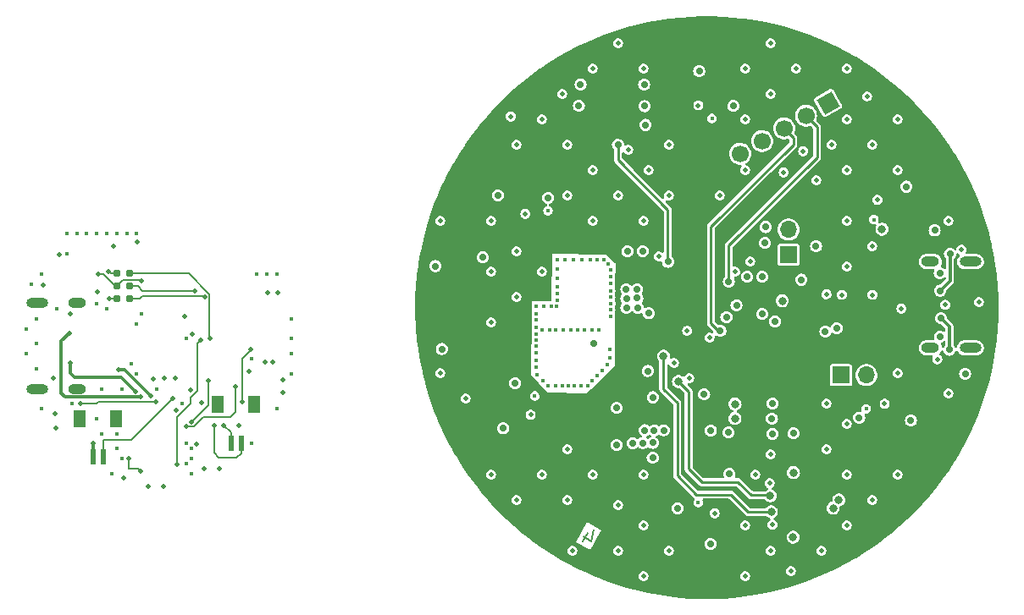
<source format=gbl>
G04 #@! TF.GenerationSoftware,KiCad,Pcbnew,8.0.6*
G04 #@! TF.CreationDate,2025-05-06T14:55:23+02:00*
G04 #@! TF.ProjectId,Panelized,50616e65-6c69-47a6-9564-2e6b69636164,rev?*
G04 #@! TF.SameCoordinates,Original*
G04 #@! TF.FileFunction,Copper,L4,Bot*
G04 #@! TF.FilePolarity,Positive*
%FSLAX46Y46*%
G04 Gerber Fmt 4.6, Leading zero omitted, Abs format (unit mm)*
G04 Created by KiCad (PCBNEW 8.0.6) date 2025-05-06 14:55:23*
%MOMM*%
%LPD*%
G01*
G04 APERTURE LIST*
G04 Aperture macros list*
%AMHorizOval*
0 Thick line with rounded ends*
0 $1 width*
0 $2 $3 position (X,Y) of the first rounded end (center of the circle)*
0 $4 $5 position (X,Y) of the second rounded end (center of the circle)*
0 Add line between two ends*
20,1,$1,$2,$3,$4,$5,0*
0 Add two circle primitives to create the rounded ends*
1,1,$1,$2,$3*
1,1,$1,$4,$5*%
%AMRotRect*
0 Rectangle, with rotation*
0 The origin of the aperture is its center*
0 $1 length*
0 $2 width*
0 $3 Rotation angle, in degrees counterclockwise*
0 Add horizontal line*
21,1,$1,$2,0,0,$3*%
G04 Aperture macros list end*
%ADD10C,0.187500*%
G04 #@! TA.AperFunction,NonConductor*
%ADD11C,0.187500*%
G04 #@! TD*
G04 #@! TA.AperFunction,SMDPad,CuDef*
%ADD12R,0.600000X1.550000*%
G04 #@! TD*
G04 #@! TA.AperFunction,SMDPad,CuDef*
%ADD13R,1.200000X1.800000*%
G04 #@! TD*
G04 #@! TA.AperFunction,ConnectorPad*
%ADD14C,0.787400*%
G04 #@! TD*
G04 #@! TA.AperFunction,ComponentPad*
%ADD15O,1.800000X1.000000*%
G04 #@! TD*
G04 #@! TA.AperFunction,ComponentPad*
%ADD16O,2.200000X1.000000*%
G04 #@! TD*
G04 #@! TA.AperFunction,ComponentPad*
%ADD17R,1.700000X1.700000*%
G04 #@! TD*
G04 #@! TA.AperFunction,ComponentPad*
%ADD18O,1.700000X1.700000*%
G04 #@! TD*
G04 #@! TA.AperFunction,ComponentPad*
%ADD19RotRect,1.700000X1.700000X300.000000*%
G04 #@! TD*
G04 #@! TA.AperFunction,ComponentPad*
%ADD20HorizOval,1.700000X0.000000X0.000000X0.000000X0.000000X0*%
G04 #@! TD*
G04 #@! TA.AperFunction,ViaPad*
%ADD21C,0.500000*%
G04 #@! TD*
G04 #@! TA.AperFunction,ViaPad*
%ADD22C,0.450000*%
G04 #@! TD*
G04 #@! TA.AperFunction,ViaPad*
%ADD23C,0.700000*%
G04 #@! TD*
G04 #@! TA.AperFunction,ViaPad*
%ADD24C,0.800000*%
G04 #@! TD*
G04 #@! TA.AperFunction,Conductor*
%ADD25C,0.200000*%
G04 #@! TD*
G04 #@! TA.AperFunction,Conductor*
%ADD26C,0.300000*%
G04 #@! TD*
G04 #@! TA.AperFunction,Conductor*
%ADD27C,0.284000*%
G04 #@! TD*
G04 APERTURE END LIST*
D10*
D11*
X143834353Y-119192774D02*
X143334353Y-120058800D01*
X144429362Y-118876474D02*
X144202943Y-119982930D01*
X144202943Y-119982930D02*
X143398776Y-119518644D01*
D12*
X94384999Y-111595001D03*
X95385001Y-111595002D03*
D13*
X93085000Y-107720000D03*
X96685000Y-107720000D03*
D12*
X108185001Y-110195002D03*
X109185001Y-110195002D03*
D13*
X106885000Y-106320000D03*
X110485000Y-106320000D03*
D14*
X96790001Y-95745002D03*
X98060000Y-95745000D03*
X96790000Y-94475002D03*
X98060000Y-94475002D03*
X96790000Y-93205004D03*
X98059999Y-93205002D03*
D15*
X92797501Y-96115748D03*
D16*
X88797500Y-96115747D03*
D15*
X92797502Y-104755752D03*
D16*
X88797500Y-104755753D03*
D15*
X178100547Y-100657899D03*
D16*
X182100547Y-100657899D03*
D15*
X178100547Y-92017899D03*
D16*
X182100547Y-92017899D03*
D17*
X163910569Y-91347897D03*
D18*
X163910547Y-88807899D03*
D19*
X167869661Y-76147899D03*
D20*
X165669956Y-77417899D03*
X163470252Y-78687899D03*
X161270547Y-79957899D03*
X159070843Y-81227899D03*
D17*
X169153046Y-103377889D03*
D18*
X171693044Y-103377875D03*
D21*
X92130000Y-102185000D03*
X103760000Y-108545000D03*
X107485000Y-108395000D03*
X100160000Y-105435000D03*
X106110000Y-99720000D03*
X99130000Y-105585000D03*
X92040000Y-99175000D03*
X109285000Y-106045000D03*
X104610000Y-94945000D03*
X98660000Y-105025000D03*
X102760000Y-112295000D03*
X105160000Y-99845000D03*
X104220000Y-108045000D03*
X106485000Y-108395000D03*
X105550000Y-95525000D03*
X96949250Y-102835750D03*
X105885000Y-103970000D03*
X110160000Y-100770000D03*
X108620000Y-104515000D03*
X113400000Y-103825000D03*
D22*
X94760000Y-107745000D03*
X96760000Y-109245000D03*
X103760000Y-112245000D03*
X96760000Y-110745000D03*
D21*
X103585000Y-97470000D03*
D22*
X95760000Y-96745000D03*
X97760000Y-89245000D03*
X91760000Y-91245000D03*
D21*
X90410000Y-103645000D03*
X92100000Y-97255000D03*
X94385000Y-110245000D03*
D22*
X103760000Y-99745000D03*
X100760000Y-104745000D03*
X112760000Y-106745000D03*
D21*
X93160000Y-106245000D03*
X100660000Y-106015000D03*
X102410000Y-105745000D03*
D22*
X88760000Y-102745000D03*
D21*
X111585000Y-102045000D03*
X97970000Y-111715000D03*
D22*
X95260000Y-104745000D03*
D21*
X101420000Y-114515000D03*
D22*
X87760000Y-98745000D03*
D21*
X96450000Y-90485000D03*
D22*
X87760000Y-101245000D03*
D21*
X90985000Y-91345000D03*
X113370000Y-105155000D03*
X102720000Y-106865000D03*
D22*
X103260000Y-106245000D03*
X114260000Y-101245000D03*
X95760000Y-89245000D03*
D21*
X104285000Y-99245000D03*
X89410000Y-94335000D03*
D22*
X114260000Y-103245000D03*
X98260000Y-102245000D03*
D21*
X104710000Y-110259999D03*
X106990000Y-112775000D03*
D22*
X112760000Y-93245000D03*
D21*
X105240000Y-106155000D03*
X101535000Y-103695000D03*
D22*
X89260000Y-106745000D03*
D21*
X102635000Y-103720000D03*
D22*
X114260000Y-99745000D03*
X90760000Y-96745000D03*
D21*
X96010000Y-95745000D03*
X95970000Y-92975000D03*
X112385002Y-102035000D03*
D22*
X96760000Y-89245000D03*
X92760000Y-89245000D03*
X88760000Y-97745000D03*
X103760000Y-110245000D03*
X98760000Y-103245000D03*
D21*
X99955001Y-114549999D03*
X99170000Y-113015000D03*
X111835000Y-95145000D03*
X94800000Y-95075000D03*
D22*
X89260000Y-93245000D03*
D21*
X94880000Y-93275000D03*
D22*
X110760000Y-93245000D03*
X111760000Y-93245000D03*
X97260000Y-111745000D03*
D21*
X97460000Y-113675000D03*
D22*
X97260000Y-104745000D03*
X94760000Y-96245000D03*
D21*
X109960000Y-102970000D03*
D22*
X104260000Y-110745000D03*
X88760000Y-100245000D03*
X99260000Y-97245000D03*
D21*
X90634997Y-107269999D03*
D22*
X114260000Y-97745000D03*
X110265995Y-101766052D03*
D21*
X105490000Y-112775000D03*
D22*
X92260000Y-106245000D03*
D21*
X99240000Y-93915000D03*
D22*
X110260000Y-110245000D03*
X88260000Y-94245000D03*
D21*
X112835000Y-95120000D03*
D22*
X104260000Y-113245000D03*
X93760000Y-89245000D03*
X96260000Y-113245000D03*
X94760000Y-89245000D03*
X91760000Y-89245000D03*
X104260000Y-111745000D03*
D21*
X90654997Y-108639999D03*
D22*
X95260000Y-109245000D03*
D21*
X100435000Y-103795000D03*
X104160000Y-104845000D03*
X98835000Y-90070000D03*
X108993749Y-108392501D03*
D22*
X98760000Y-89245000D03*
X98760000Y-98245000D03*
D21*
X174820547Y-113337899D03*
X166692547Y-83873899D03*
D22*
X144795547Y-103402899D03*
X146022491Y-100805955D03*
X146130547Y-95577899D03*
X138707164Y-101137899D03*
X140770547Y-95907899D03*
D21*
X153992547Y-103685899D03*
X172280547Y-80317899D03*
X149420547Y-113337899D03*
D22*
X146140547Y-94967899D03*
D21*
X139260547Y-93017899D03*
X169740547Y-92509899D03*
D23*
X159790547Y-93537899D03*
D21*
X164660547Y-72697899D03*
D23*
X162560547Y-98007899D03*
D21*
X137614331Y-87235812D03*
X151960547Y-85397899D03*
D23*
X144420547Y-100227899D03*
D22*
X138707164Y-100484516D03*
D21*
X162120547Y-111305899D03*
D22*
X138707164Y-96527899D03*
D21*
X172280547Y-115877899D03*
X179900547Y-87937899D03*
X178785547Y-101792899D03*
D22*
X138707164Y-99263487D03*
D21*
X162120547Y-120957899D03*
X158564547Y-93017899D03*
D22*
X141280547Y-104467899D03*
D21*
X159580547Y-123497899D03*
X165385547Y-80967899D03*
X149420547Y-123497899D03*
D23*
X150340545Y-111657900D03*
X156118893Y-120274601D03*
D22*
X142810547Y-98892899D03*
X143290547Y-91837899D03*
D23*
X166670547Y-90477899D03*
X149620547Y-78337899D03*
X149930547Y-97197899D03*
X164420547Y-109197900D03*
D21*
X169740547Y-113337899D03*
D23*
X147820547Y-90977899D03*
X142960547Y-76437899D03*
D22*
X146150547Y-96227899D03*
D23*
X178530547Y-88897899D03*
D22*
X140180547Y-96487899D03*
X139380547Y-103917899D03*
D23*
X156160547Y-108927899D03*
D21*
X153785547Y-98942899D03*
X156530796Y-117196496D03*
D22*
X141600547Y-91837899D03*
D21*
X169740547Y-77777899D03*
D23*
X162330547Y-106227899D03*
X146740547Y-110377899D03*
D22*
X141890547Y-104457899D03*
D21*
X134180547Y-93017899D03*
X174820547Y-77777899D03*
D22*
X140600547Y-104467899D03*
X146120547Y-93557899D03*
D23*
X167598041Y-99007899D03*
D21*
X157040547Y-85397899D03*
D22*
X139310547Y-98892899D03*
D24*
X168944512Y-115877387D03*
D23*
X168730547Y-98685393D03*
D21*
X139260547Y-113337899D03*
D23*
X149840547Y-102967899D03*
D22*
X145440547Y-91837899D03*
X143830547Y-104407899D03*
D21*
X152468547Y-102161899D03*
X159580547Y-77777899D03*
X131640547Y-105717899D03*
X149420547Y-118417899D03*
X169740547Y-72697899D03*
X159580547Y-118417899D03*
X134180547Y-113337899D03*
D23*
X179050547Y-99517899D03*
D21*
X169240549Y-95347901D03*
X144340547Y-87937899D03*
D22*
X139480547Y-96487899D03*
D23*
X149550547Y-76457899D03*
D21*
X172320545Y-95347901D03*
D22*
X142390547Y-91837899D03*
D21*
X160088547Y-92001899D03*
X163435547Y-83092899D03*
X141800547Y-110797899D03*
X179900547Y-105209899D03*
D22*
X142150547Y-98892899D03*
D23*
X179040547Y-93177899D03*
D22*
X138780547Y-103317899D03*
D21*
X142308547Y-120957899D03*
X149420547Y-72697899D03*
X136720547Y-115877899D03*
D22*
X140005544Y-98892899D03*
D21*
X134180547Y-98097899D03*
X164152547Y-122989899D03*
D22*
X138707164Y-101907899D03*
D21*
X175210547Y-96717899D03*
X160596547Y-113337899D03*
D22*
X146120547Y-94227899D03*
D21*
X156024547Y-99621899D03*
X141800547Y-85397899D03*
D22*
X140760547Y-96487899D03*
D21*
X136160547Y-77492899D03*
D23*
X128635547Y-92467899D03*
D22*
X139910547Y-104447899D03*
X138707164Y-98638484D03*
D21*
X129100547Y-103177899D03*
D22*
X140770547Y-95247899D03*
D21*
X169740547Y-118417899D03*
D23*
X146740547Y-106657899D03*
D21*
X172280547Y-90477899D03*
D22*
X138707164Y-102594516D03*
X138707164Y-97257899D03*
D21*
X168216547Y-80317899D03*
X129100547Y-87937899D03*
D22*
X146120547Y-92867899D03*
D21*
X162310547Y-118342899D03*
X162120547Y-70157899D03*
X169740547Y-87937899D03*
D22*
X145305547Y-102892899D03*
D21*
X139260547Y-77777899D03*
D22*
X146022491Y-101655955D03*
D23*
X158015547Y-113257899D03*
D21*
X162120547Y-75237899D03*
X167700547Y-95292904D03*
X167708547Y-106225899D03*
D23*
X150360547Y-105597899D03*
X152833893Y-116699603D03*
D21*
X169740547Y-82857899D03*
D22*
X138707164Y-97882902D03*
D21*
X159580547Y-82857899D03*
X167200547Y-120957899D03*
X181210547Y-90842899D03*
D23*
X165210547Y-93827899D03*
D22*
X144780547Y-91837899D03*
D23*
X162310547Y-109247899D03*
D21*
X144340547Y-113337899D03*
X136720547Y-80317899D03*
D22*
X145905547Y-92232899D03*
D21*
X179585547Y-96342899D03*
D22*
X145835547Y-102362899D03*
D21*
X141800547Y-80317899D03*
X169740547Y-108257899D03*
D22*
X140770547Y-92727899D03*
D23*
X149350547Y-90967899D03*
D21*
X151960547Y-80317899D03*
D22*
X144260547Y-98892899D03*
D21*
X134180547Y-87937899D03*
D22*
X140770547Y-93657899D03*
X144110547Y-91837899D03*
D23*
X157930547Y-109117899D03*
D21*
X144340547Y-72697899D03*
D22*
X140630547Y-98892899D03*
D21*
X162035547Y-114192899D03*
X182948547Y-96065899D03*
D22*
X140805547Y-91852899D03*
D21*
X144340547Y-82857899D03*
X151960547Y-120957899D03*
X136720547Y-90985899D03*
D22*
X143480547Y-98892899D03*
D21*
X146880547Y-120957899D03*
X149928547Y-82857899D03*
X167708547Y-110797899D03*
D23*
X181575541Y-103252905D03*
D22*
X142540547Y-104437899D03*
D23*
X129265546Y-100767899D03*
D21*
X141292547Y-75237899D03*
D22*
X140770547Y-94507899D03*
D21*
X141800547Y-115877899D03*
D23*
X161280547Y-93537899D03*
D21*
X149420547Y-87937899D03*
D23*
X162260547Y-107737900D03*
D21*
X159580547Y-72697899D03*
X174820547Y-103177899D03*
D23*
X161630548Y-88557898D03*
X151870547Y-92037899D03*
X146870547Y-80327899D03*
D24*
X162200547Y-117057899D03*
X151430547Y-101477899D03*
D23*
X157100547Y-98967899D03*
D24*
X152920547Y-104017899D03*
D22*
X138707164Y-99857899D03*
D21*
X136720547Y-95557899D03*
X174820547Y-82857899D03*
D22*
X146120547Y-97527899D03*
D21*
X150944547Y-91493899D03*
D22*
X143190547Y-104447899D03*
X144280547Y-103917899D03*
D21*
X146880547Y-85397899D03*
D23*
X157710547Y-97577899D03*
D21*
X171760547Y-75492899D03*
X146880547Y-70157899D03*
D23*
X139888574Y-85640766D03*
D21*
X146880547Y-116385899D03*
D22*
X141410547Y-98892899D03*
D23*
X134862485Y-85373008D03*
D22*
X146130547Y-96837899D03*
D21*
X147896547Y-80825899D03*
D22*
X144945547Y-98892899D03*
D24*
X162095547Y-115472899D03*
D23*
X148800547Y-95667899D03*
X148780547Y-94787899D03*
D24*
X164380547Y-119607899D03*
D23*
X158720547Y-96377899D03*
X151440547Y-108897899D03*
X150340547Y-110157899D03*
X157950547Y-94017899D03*
X155485547Y-105312899D03*
X150490547Y-108907899D03*
X147700547Y-94787899D03*
X148340547Y-110187899D03*
X161568047Y-90157899D03*
D24*
X163290547Y-95942898D03*
D23*
X147710547Y-95697899D03*
D24*
X168366206Y-116693210D03*
D23*
X179070547Y-94927899D03*
X180060547Y-91247899D03*
X143130547Y-74277899D03*
X149550547Y-108897899D03*
X179180547Y-97687899D03*
X180010547Y-100837899D03*
X149360547Y-110167899D03*
D22*
X154890547Y-116137899D03*
D23*
X161270547Y-97267899D03*
D22*
X139870975Y-86918585D03*
D24*
X164410547Y-113137899D03*
D23*
X133360547Y-91592899D03*
D24*
X158560547Y-107727899D03*
D23*
X148850547Y-96627899D03*
X147710547Y-96627899D03*
D24*
X158570547Y-106277899D03*
D23*
X149490547Y-74307899D03*
D22*
X171685146Y-106749685D03*
D23*
X176150547Y-107937899D03*
D21*
X173528551Y-106239327D03*
D23*
X170980845Y-107632056D03*
D22*
X156270548Y-77697899D03*
D21*
X154902984Y-76380335D03*
D23*
X154990548Y-72957899D03*
X158400548Y-76427899D03*
D21*
X172792091Y-85828170D03*
D22*
X172453659Y-87813990D03*
D24*
X173257186Y-88771046D03*
D23*
X175705117Y-84517517D03*
X135417289Y-108707621D03*
D21*
X138140547Y-107347899D03*
D23*
X136580547Y-104187899D03*
D22*
X138560586Y-105470566D03*
D25*
X96200004Y-93205004D02*
X95970000Y-92975000D01*
D26*
X94384999Y-110245001D02*
X94385000Y-110245000D01*
D25*
X96790000Y-93205004D02*
X96200004Y-93205004D01*
D26*
X94384999Y-111595001D02*
X94384999Y-110245001D01*
D25*
X106960000Y-111645000D02*
X108735000Y-111645000D01*
X108185001Y-109095001D02*
X108185001Y-110195002D01*
X109285000Y-101770000D02*
X109285000Y-106045000D01*
X110160000Y-100895000D02*
X109285000Y-101770000D01*
X109185001Y-111194999D02*
X109185001Y-110195002D01*
X108735000Y-111645000D02*
X109185001Y-111194999D01*
X110160000Y-100770000D02*
X110160000Y-100895000D01*
X106485000Y-108395000D02*
X106485000Y-111170000D01*
X106485000Y-111170000D02*
X106960000Y-111645000D01*
X107485000Y-108395000D02*
X108185001Y-109095001D01*
X108620000Y-107085000D02*
X108620000Y-104515000D01*
X103760000Y-108545000D02*
X104457893Y-108545000D01*
X105407893Y-107595000D02*
X108110000Y-107595000D01*
X104457893Y-108545000D02*
X105407893Y-107595000D01*
X102410000Y-105745000D02*
X98260000Y-109895000D01*
X100660000Y-106015000D02*
X100590000Y-106085000D01*
X100590000Y-106085000D02*
X94945000Y-106085000D01*
X98880000Y-112725000D02*
X99170000Y-113015000D01*
X97970000Y-112725000D02*
X98880000Y-112725000D01*
X96790001Y-95745002D02*
X96010002Y-95745002D01*
X94785000Y-106245000D02*
X93160000Y-106245000D01*
X94945000Y-106085000D02*
X94785000Y-106245000D01*
X95385001Y-109919999D02*
X95385001Y-111595002D01*
X96010002Y-95745002D02*
X96010000Y-95745000D01*
D26*
X97560750Y-102835750D02*
X100160000Y-105435000D01*
D25*
X100660000Y-106015000D02*
X100555000Y-106120000D01*
X98260000Y-109895000D02*
X95410000Y-109895000D01*
X97970000Y-111715000D02*
X97970000Y-112725000D01*
X95410000Y-109895000D02*
X95385001Y-109919999D01*
D26*
X96949250Y-102835750D02*
X97560750Y-102835750D01*
D25*
X99350000Y-95485000D02*
X105510000Y-95485000D01*
X104600000Y-94935000D02*
X104610000Y-94945000D01*
X104610000Y-94945000D02*
X104670000Y-95005000D01*
X106050000Y-95317893D02*
X103937109Y-93205002D01*
X103937109Y-93205002D02*
X98059999Y-93205002D01*
X105510000Y-95485000D02*
X105550000Y-95525000D01*
X106050000Y-99660000D02*
X106050000Y-95317893D01*
X98900002Y-94475002D02*
X99360000Y-94935000D01*
X99360000Y-94935000D02*
X104600000Y-94935000D01*
X99090000Y-95745000D02*
X99350000Y-95485000D01*
X98060000Y-95745000D02*
X99090000Y-95745000D01*
X106110000Y-99720000D02*
X106050000Y-99660000D01*
X98060000Y-94475002D02*
X98900002Y-94475002D01*
D26*
X99130000Y-105585000D02*
X99120000Y-105575000D01*
D25*
X104220000Y-108045000D02*
X105885000Y-106380000D01*
X104110000Y-106220000D02*
X104110000Y-105620000D01*
D26*
X91220000Y-99995000D02*
X92040000Y-99175000D01*
D25*
X108110000Y-107595000D02*
X108620000Y-107085000D01*
D26*
X97230000Y-103595000D02*
X92520000Y-103595000D01*
X92130000Y-103205000D02*
X92130000Y-102185000D01*
D25*
X102760000Y-107570000D02*
X104110000Y-106220000D01*
D26*
X99120000Y-105575000D02*
X91600000Y-105575000D01*
X98660000Y-105025000D02*
X97230000Y-103595000D01*
D25*
X104110000Y-105620000D02*
X104785000Y-104945000D01*
D26*
X91220000Y-105195000D02*
X91220000Y-99995000D01*
X91600000Y-105575000D02*
X91220000Y-105195000D01*
D25*
X105885000Y-106380000D02*
X105885000Y-103970000D01*
D26*
X92520000Y-103595000D02*
X92130000Y-103205000D01*
D25*
X104785000Y-100220000D02*
X105160000Y-99845000D01*
X102760000Y-112295000D02*
X102760000Y-107570000D01*
X104785000Y-104945000D02*
X104785000Y-100220000D01*
X96790000Y-94475002D02*
X97383700Y-93881302D01*
X96790000Y-94475002D02*
X96640002Y-94475002D01*
X97383700Y-93881302D02*
X99206302Y-93881302D01*
X99206302Y-93881302D02*
X99240000Y-93915000D01*
X96640002Y-94475002D02*
X95440000Y-93275000D01*
X95440000Y-93275000D02*
X94880000Y-93275000D01*
D27*
X155250547Y-114087899D02*
X153920547Y-112757899D01*
X162095547Y-115472899D02*
X162006547Y-115383899D01*
X153920547Y-105017899D02*
X152920547Y-104017899D01*
X162006547Y-115383899D02*
X160176547Y-115383899D01*
X153920547Y-112757899D02*
X153920547Y-105017899D01*
X160176547Y-115383899D02*
X158880547Y-114087899D01*
X158880547Y-114087899D02*
X155250547Y-114087899D01*
X156160547Y-88527899D02*
X164390547Y-80297899D01*
X164390547Y-79608194D02*
X163470252Y-78687899D01*
X156160547Y-98197899D02*
X156160547Y-88527899D01*
X156930547Y-98967899D02*
X156160547Y-98197899D01*
X164390547Y-80297899D02*
X164390547Y-79608194D01*
D26*
X180010547Y-98517899D02*
X180010547Y-100837899D01*
D27*
X166760547Y-81587899D02*
X157950547Y-90397899D01*
X157100547Y-98967899D02*
X156930547Y-98967899D01*
X165669956Y-77417899D02*
X166760547Y-78508490D01*
X157950547Y-90397899D02*
X157950547Y-94017899D01*
D26*
X180060547Y-93937899D02*
X180060547Y-91247899D01*
X179180547Y-97687899D02*
X180010547Y-98517899D01*
D27*
X166760547Y-78508490D02*
X166760547Y-81587899D01*
D26*
X179070547Y-94927899D02*
X180060547Y-93937899D01*
D27*
X151390547Y-101517899D02*
X151390547Y-104757899D01*
X154695547Y-115347899D02*
X158160547Y-115347899D01*
X151390547Y-104757899D02*
X152790547Y-106157899D01*
X159890547Y-117077899D02*
X162180547Y-117077899D01*
X158160547Y-115347899D02*
X159890547Y-117077899D01*
X151430547Y-101477899D02*
X151390547Y-101517899D01*
X162180547Y-117077899D02*
X162200547Y-117057899D01*
X152790547Y-113442899D02*
X154695547Y-115347899D01*
X152790547Y-106157899D02*
X152790547Y-113442899D01*
X151840547Y-86807899D02*
X146870547Y-81837899D01*
X151840547Y-92007899D02*
X151840547Y-86807899D01*
X146870547Y-81837899D02*
X146870547Y-80327899D01*
X151870547Y-92037899D02*
X151840547Y-92007899D01*
G04 #@! TA.AperFunction,NonConductor*
G36*
X156301795Y-67461078D02*
G01*
X157374388Y-67500739D01*
X157378931Y-67500992D01*
X158449314Y-67580259D01*
X158453869Y-67580680D01*
X159165701Y-67659933D01*
X159520645Y-67699451D01*
X159525186Y-67700042D01*
X160586766Y-67858140D01*
X160591260Y-67858893D01*
X161646364Y-68056126D01*
X161650839Y-68057049D01*
X162697852Y-68293118D01*
X162702291Y-68294205D01*
X163739904Y-68568810D01*
X163744296Y-68570059D01*
X164771068Y-68882822D01*
X164775373Y-68884221D01*
X165738216Y-69216860D01*
X165789885Y-69234711D01*
X165794188Y-69236287D01*
X166795072Y-69624031D01*
X166799269Y-69625747D01*
X167785100Y-70050193D01*
X167789242Y-70052067D01*
X168311857Y-70300355D01*
X168758754Y-70512670D01*
X168762856Y-70514713D01*
X169714639Y-71010801D01*
X169718663Y-71012994D01*
X170651496Y-71543930D01*
X170655360Y-71546224D01*
X171187355Y-71875622D01*
X171567959Y-72111283D01*
X171571810Y-72113767D01*
X171696351Y-72197399D01*
X172462892Y-72712151D01*
X172466614Y-72714752D01*
X173218102Y-73260740D01*
X173334942Y-73345629D01*
X173338599Y-73348391D01*
X174183040Y-74010937D01*
X174186572Y-74013815D01*
X174534137Y-74307897D01*
X175005951Y-74707110D01*
X175009394Y-74710134D01*
X175802582Y-75433219D01*
X175805906Y-75436363D01*
X176247748Y-75870115D01*
X176571847Y-76188279D01*
X176575058Y-76191550D01*
X177312675Y-76971238D01*
X177315762Y-76974624D01*
X178024082Y-77781054D01*
X178027042Y-77784553D01*
X178252279Y-78060952D01*
X178625050Y-78518399D01*
X178705053Y-78616574D01*
X178707872Y-78620166D01*
X179339589Y-79456695D01*
X179354707Y-79476714D01*
X179357396Y-79480415D01*
X179572578Y-79788399D01*
X179972120Y-80360252D01*
X179974675Y-80364056D01*
X180087454Y-80538897D01*
X180531885Y-81227898D01*
X180556488Y-81266039D01*
X180558891Y-81269922D01*
X180654544Y-81430982D01*
X181106950Y-82192745D01*
X181109217Y-82196727D01*
X181448614Y-82819527D01*
X181618500Y-83131272D01*
X181622822Y-83139202D01*
X181624940Y-83143266D01*
X182103354Y-84104052D01*
X182105321Y-84108192D01*
X182547912Y-85086015D01*
X182549724Y-85090224D01*
X182955872Y-86083706D01*
X182957528Y-86087979D01*
X183212200Y-86783239D01*
X183280784Y-86970477D01*
X183326705Y-87095841D01*
X183328198Y-87100166D01*
X183604110Y-87949332D01*
X183659873Y-88120953D01*
X183661208Y-88125337D01*
X183954927Y-89157655D01*
X183956100Y-89162085D01*
X184085395Y-89689880D01*
X184210763Y-90201649D01*
X184211485Y-90204594D01*
X184212492Y-90209062D01*
X184281697Y-90544800D01*
X184429176Y-91260279D01*
X184430018Y-91264783D01*
X184607709Y-92323292D01*
X184608384Y-92327825D01*
X184746841Y-93392175D01*
X184747348Y-93396730D01*
X184846383Y-94465476D01*
X184846721Y-94470046D01*
X184906194Y-95541685D01*
X184906364Y-95546265D01*
X184926197Y-96619416D01*
X184926197Y-96623998D01*
X184906364Y-97697148D01*
X184906194Y-97701728D01*
X184846721Y-98773367D01*
X184846383Y-98777937D01*
X184747348Y-99846683D01*
X184746841Y-99851238D01*
X184608384Y-100915588D01*
X184607709Y-100920121D01*
X184430018Y-101978630D01*
X184429176Y-101983134D01*
X184212493Y-103034348D01*
X184211485Y-103038819D01*
X183956100Y-104081328D01*
X183954927Y-104085758D01*
X183661208Y-105118076D01*
X183659873Y-105122460D01*
X183328201Y-106143240D01*
X183326705Y-106147572D01*
X182957528Y-107155434D01*
X182955872Y-107159707D01*
X182549724Y-108153189D01*
X182547912Y-108157398D01*
X182105321Y-109135221D01*
X182103354Y-109139361D01*
X181624940Y-110100147D01*
X181622822Y-110104211D01*
X181109217Y-111046686D01*
X181106950Y-111050668D01*
X180558900Y-111973477D01*
X180556488Y-111977374D01*
X179974675Y-112879357D01*
X179972120Y-112883161D01*
X179357401Y-113762991D01*
X179354707Y-113766699D01*
X178707882Y-114623234D01*
X178705053Y-114626839D01*
X178027042Y-115458860D01*
X178024082Y-115462359D01*
X177315762Y-116268789D01*
X177312675Y-116272175D01*
X176575058Y-117051863D01*
X176571847Y-117055134D01*
X175805911Y-117807045D01*
X175802582Y-117810194D01*
X175009394Y-118533279D01*
X175005951Y-118536303D01*
X174186593Y-119229581D01*
X174183040Y-119232476D01*
X173338599Y-119895022D01*
X173334942Y-119897784D01*
X172466631Y-120528649D01*
X172462875Y-120531274D01*
X171571810Y-121129646D01*
X171567959Y-121132130D01*
X170655398Y-121697166D01*
X170651457Y-121699506D01*
X169718663Y-122230419D01*
X169714639Y-122232612D01*
X168762856Y-122728700D01*
X168758754Y-122730743D01*
X167789258Y-123191338D01*
X167785083Y-123193227D01*
X166799292Y-123617656D01*
X166795050Y-123619391D01*
X165794188Y-124007126D01*
X165789885Y-124008702D01*
X164775400Y-124359183D01*
X164771041Y-124360599D01*
X163744312Y-124673349D01*
X163739904Y-124674603D01*
X162702291Y-124949208D01*
X162697840Y-124950298D01*
X161650845Y-125186362D01*
X161646357Y-125187288D01*
X160591273Y-125384517D01*
X160586753Y-125385275D01*
X159525189Y-125543370D01*
X159520645Y-125543962D01*
X158453873Y-125662732D01*
X158449310Y-125663154D01*
X157378947Y-125742420D01*
X157374371Y-125742674D01*
X156301796Y-125782335D01*
X156297214Y-125782420D01*
X155223880Y-125782420D01*
X155219298Y-125782335D01*
X154146722Y-125742674D01*
X154142146Y-125742420D01*
X153071783Y-125663154D01*
X153067220Y-125662732D01*
X152000448Y-125543962D01*
X151995904Y-125543370D01*
X150934340Y-125385275D01*
X150929820Y-125384517D01*
X149874736Y-125187288D01*
X149870248Y-125186362D01*
X148823253Y-124950298D01*
X148818802Y-124949208D01*
X147781189Y-124674603D01*
X147776781Y-124673349D01*
X146750052Y-124360599D01*
X146745693Y-124359183D01*
X145731208Y-124008702D01*
X145726905Y-124007126D01*
X144726043Y-123619391D01*
X144721801Y-123617656D01*
X144443650Y-123497899D01*
X148914900Y-123497899D01*
X148935381Y-123640355D01*
X148995169Y-123771270D01*
X148995170Y-123771272D01*
X149089419Y-123880042D01*
X149210494Y-123957852D01*
X149210497Y-123957853D01*
X149210496Y-123957853D01*
X149348583Y-123998398D01*
X149348585Y-123998399D01*
X149348586Y-123998399D01*
X149492509Y-123998399D01*
X149492509Y-123998398D01*
X149630600Y-123957852D01*
X149751675Y-123880042D01*
X149845924Y-123771272D01*
X149905712Y-123640356D01*
X149926194Y-123497899D01*
X159074900Y-123497899D01*
X159095381Y-123640355D01*
X159155169Y-123771270D01*
X159155170Y-123771272D01*
X159249419Y-123880042D01*
X159370494Y-123957852D01*
X159370497Y-123957853D01*
X159370496Y-123957853D01*
X159508583Y-123998398D01*
X159508585Y-123998399D01*
X159508586Y-123998399D01*
X159652509Y-123998399D01*
X159652509Y-123998398D01*
X159790600Y-123957852D01*
X159911675Y-123880042D01*
X160005924Y-123771272D01*
X160065712Y-123640356D01*
X160086194Y-123497899D01*
X160065712Y-123355442D01*
X160005924Y-123224526D01*
X159911675Y-123115756D01*
X159790600Y-123037946D01*
X159790598Y-123037945D01*
X159790596Y-123037944D01*
X159790597Y-123037944D01*
X159652510Y-122997399D01*
X159652508Y-122997399D01*
X159508586Y-122997399D01*
X159508583Y-122997399D01*
X159370496Y-123037944D01*
X159249420Y-123115755D01*
X159155170Y-123224525D01*
X159155169Y-123224527D01*
X159095381Y-123355442D01*
X159074900Y-123497899D01*
X149926194Y-123497899D01*
X149905712Y-123355442D01*
X149845924Y-123224526D01*
X149751675Y-123115756D01*
X149630600Y-123037946D01*
X149630598Y-123037945D01*
X149630596Y-123037944D01*
X149630597Y-123037944D01*
X149492510Y-122997399D01*
X149492508Y-122997399D01*
X149348586Y-122997399D01*
X149348583Y-122997399D01*
X149210496Y-123037944D01*
X149089420Y-123115755D01*
X148995170Y-123224525D01*
X148995169Y-123224527D01*
X148935381Y-123355442D01*
X148914900Y-123497899D01*
X144443650Y-123497899D01*
X143736010Y-123193227D01*
X143731835Y-123191338D01*
X143307831Y-122989899D01*
X163646900Y-122989899D01*
X163667381Y-123132355D01*
X163727169Y-123263270D01*
X163727170Y-123263272D01*
X163821419Y-123372042D01*
X163942494Y-123449852D01*
X163942497Y-123449853D01*
X163942496Y-123449853D01*
X164080583Y-123490398D01*
X164080585Y-123490399D01*
X164080586Y-123490399D01*
X164224509Y-123490399D01*
X164224509Y-123490398D01*
X164362600Y-123449852D01*
X164483675Y-123372042D01*
X164577924Y-123263272D01*
X164637712Y-123132356D01*
X164658194Y-122989899D01*
X164637712Y-122847442D01*
X164577924Y-122716526D01*
X164483675Y-122607756D01*
X164362600Y-122529946D01*
X164362598Y-122529945D01*
X164362596Y-122529944D01*
X164362597Y-122529944D01*
X164224510Y-122489399D01*
X164224508Y-122489399D01*
X164080586Y-122489399D01*
X164080583Y-122489399D01*
X163942496Y-122529944D01*
X163821420Y-122607755D01*
X163727170Y-122716525D01*
X163727169Y-122716527D01*
X163667381Y-122847442D01*
X163646900Y-122989899D01*
X143307831Y-122989899D01*
X142762339Y-122730743D01*
X142758237Y-122728700D01*
X141806454Y-122232612D01*
X141802430Y-122230419D01*
X141308367Y-121949216D01*
X140869614Y-121699493D01*
X140865717Y-121697179D01*
X140414589Y-121417852D01*
X139953134Y-121132130D01*
X139949283Y-121129646D01*
X139693526Y-120957899D01*
X141802900Y-120957899D01*
X141823381Y-121100355D01*
X141883169Y-121231270D01*
X141883170Y-121231272D01*
X141977419Y-121340042D01*
X142098494Y-121417852D01*
X142098497Y-121417853D01*
X142098496Y-121417853D01*
X142236583Y-121458398D01*
X142236585Y-121458399D01*
X142236586Y-121458399D01*
X142380509Y-121458399D01*
X142380509Y-121458398D01*
X142518600Y-121417852D01*
X142639675Y-121340042D01*
X142733924Y-121231272D01*
X142793712Y-121100356D01*
X142814194Y-120957899D01*
X146374900Y-120957899D01*
X146395381Y-121100355D01*
X146455169Y-121231270D01*
X146455170Y-121231272D01*
X146549419Y-121340042D01*
X146670494Y-121417852D01*
X146670497Y-121417853D01*
X146670496Y-121417853D01*
X146808583Y-121458398D01*
X146808585Y-121458399D01*
X146808586Y-121458399D01*
X146952509Y-121458399D01*
X146952509Y-121458398D01*
X147090600Y-121417852D01*
X147211675Y-121340042D01*
X147305924Y-121231272D01*
X147365712Y-121100356D01*
X147386194Y-120957899D01*
X151454900Y-120957899D01*
X151475381Y-121100355D01*
X151535169Y-121231270D01*
X151535170Y-121231272D01*
X151629419Y-121340042D01*
X151750494Y-121417852D01*
X151750497Y-121417853D01*
X151750496Y-121417853D01*
X151888583Y-121458398D01*
X151888585Y-121458399D01*
X151888586Y-121458399D01*
X152032509Y-121458399D01*
X152032509Y-121458398D01*
X152170600Y-121417852D01*
X152291675Y-121340042D01*
X152385924Y-121231272D01*
X152445712Y-121100356D01*
X152466194Y-120957899D01*
X161614900Y-120957899D01*
X161635381Y-121100355D01*
X161695169Y-121231270D01*
X161695170Y-121231272D01*
X161789419Y-121340042D01*
X161910494Y-121417852D01*
X161910497Y-121417853D01*
X161910496Y-121417853D01*
X162048583Y-121458398D01*
X162048585Y-121458399D01*
X162048586Y-121458399D01*
X162192509Y-121458399D01*
X162192509Y-121458398D01*
X162330600Y-121417852D01*
X162451675Y-121340042D01*
X162545924Y-121231272D01*
X162605712Y-121100356D01*
X162626194Y-120957899D01*
X166694900Y-120957899D01*
X166715381Y-121100355D01*
X166775169Y-121231270D01*
X166775170Y-121231272D01*
X166869419Y-121340042D01*
X166990494Y-121417852D01*
X166990497Y-121417853D01*
X166990496Y-121417853D01*
X167128583Y-121458398D01*
X167128585Y-121458399D01*
X167128586Y-121458399D01*
X167272509Y-121458399D01*
X167272509Y-121458398D01*
X167410600Y-121417852D01*
X167531675Y-121340042D01*
X167625924Y-121231272D01*
X167685712Y-121100356D01*
X167706194Y-120957899D01*
X167685712Y-120815442D01*
X167625924Y-120684526D01*
X167531675Y-120575756D01*
X167410600Y-120497946D01*
X167410598Y-120497945D01*
X167410596Y-120497944D01*
X167410597Y-120497944D01*
X167272510Y-120457399D01*
X167272508Y-120457399D01*
X167128586Y-120457399D01*
X167128583Y-120457399D01*
X166990496Y-120497944D01*
X166869420Y-120575755D01*
X166775170Y-120684525D01*
X166775169Y-120684527D01*
X166715381Y-120815442D01*
X166694900Y-120957899D01*
X162626194Y-120957899D01*
X162605712Y-120815442D01*
X162545924Y-120684526D01*
X162451675Y-120575756D01*
X162330600Y-120497946D01*
X162330598Y-120497945D01*
X162330596Y-120497944D01*
X162330597Y-120497944D01*
X162192510Y-120457399D01*
X162192508Y-120457399D01*
X162048586Y-120457399D01*
X162048583Y-120457399D01*
X161910496Y-120497944D01*
X161789420Y-120575755D01*
X161695170Y-120684525D01*
X161695169Y-120684527D01*
X161635381Y-120815442D01*
X161614900Y-120957899D01*
X152466194Y-120957899D01*
X152445712Y-120815442D01*
X152385924Y-120684526D01*
X152291675Y-120575756D01*
X152170600Y-120497946D01*
X152170598Y-120497945D01*
X152170596Y-120497944D01*
X152170597Y-120497944D01*
X152032510Y-120457399D01*
X152032508Y-120457399D01*
X151888586Y-120457399D01*
X151888583Y-120457399D01*
X151750496Y-120497944D01*
X151629420Y-120575755D01*
X151535170Y-120684525D01*
X151535169Y-120684527D01*
X151475381Y-120815442D01*
X151454900Y-120957899D01*
X147386194Y-120957899D01*
X147365712Y-120815442D01*
X147305924Y-120684526D01*
X147211675Y-120575756D01*
X147090600Y-120497946D01*
X147090598Y-120497945D01*
X147090596Y-120497944D01*
X147090597Y-120497944D01*
X146952510Y-120457399D01*
X146952508Y-120457399D01*
X146808586Y-120457399D01*
X146808583Y-120457399D01*
X146670496Y-120497944D01*
X146549420Y-120575755D01*
X146455170Y-120684525D01*
X146455169Y-120684527D01*
X146395381Y-120815442D01*
X146374900Y-120957899D01*
X142814194Y-120957899D01*
X142793712Y-120815442D01*
X142733924Y-120684526D01*
X142639675Y-120575756D01*
X142518600Y-120497946D01*
X142518598Y-120497945D01*
X142518596Y-120497944D01*
X142518597Y-120497944D01*
X142380510Y-120457399D01*
X142380508Y-120457399D01*
X142236586Y-120457399D01*
X142236583Y-120457399D01*
X142098496Y-120497944D01*
X141977420Y-120575755D01*
X141883170Y-120684525D01*
X141883169Y-120684527D01*
X141823381Y-120815442D01*
X141802900Y-120957899D01*
X139693526Y-120957899D01*
X139058218Y-120531274D01*
X139054462Y-120528649D01*
X138920559Y-120431363D01*
X138436248Y-120079490D01*
X142671691Y-120079490D01*
X142671691Y-120079491D01*
X144081707Y-120893564D01*
X144439067Y-120274599D01*
X155513211Y-120274599D01*
X155513211Y-120274602D01*
X155533848Y-120431361D01*
X155533849Y-120431363D01*
X155593658Y-120575756D01*
X155594357Y-120577442D01*
X155690611Y-120702883D01*
X155816052Y-120799137D01*
X155962131Y-120859645D01*
X156040512Y-120869964D01*
X156118892Y-120880283D01*
X156118893Y-120880283D01*
X156118894Y-120880283D01*
X156171147Y-120873403D01*
X156275655Y-120859645D01*
X156421734Y-120799137D01*
X156547175Y-120702883D01*
X156643429Y-120577442D01*
X156703937Y-120431363D01*
X156724575Y-120274601D01*
X156703937Y-120117839D01*
X156643429Y-119971760D01*
X156547175Y-119846319D01*
X156421734Y-119750065D01*
X156275655Y-119689557D01*
X156275653Y-119689556D01*
X156118894Y-119668919D01*
X156118892Y-119668919D01*
X155962132Y-119689556D01*
X155962130Y-119689557D01*
X155816053Y-119750064D01*
X155690611Y-119846319D01*
X155594356Y-119971761D01*
X155533849Y-120117838D01*
X155533848Y-120117840D01*
X155513211Y-120274599D01*
X144439067Y-120274599D01*
X144823987Y-119607898D01*
X163725269Y-119607898D01*
X163725269Y-119607899D01*
X163744309Y-119764717D01*
X163800327Y-119912422D01*
X163890064Y-120042429D01*
X164008307Y-120147182D01*
X164008309Y-120147183D01*
X164148181Y-120220595D01*
X164301561Y-120258399D01*
X164301562Y-120258399D01*
X164459532Y-120258399D01*
X164612912Y-120220595D01*
X164752787Y-120147182D01*
X164871030Y-120042429D01*
X164960767Y-119912422D01*
X165016784Y-119764717D01*
X165035825Y-119607899D01*
X165016784Y-119451081D01*
X165008307Y-119428730D01*
X164995539Y-119395063D01*
X164960767Y-119303376D01*
X164871030Y-119173369D01*
X164752787Y-119068616D01*
X164752785Y-119068615D01*
X164752784Y-119068614D01*
X164612912Y-118995202D01*
X164459533Y-118957399D01*
X164459532Y-118957399D01*
X164301562Y-118957399D01*
X164301561Y-118957399D01*
X164148181Y-118995202D01*
X164008309Y-119068614D01*
X163890063Y-119173370D01*
X163800328Y-119303374D01*
X163800327Y-119303375D01*
X163744309Y-119451080D01*
X163725269Y-119607898D01*
X144823987Y-119607898D01*
X145217208Y-118926819D01*
X145217207Y-118926818D01*
X144335733Y-118417899D01*
X148914900Y-118417899D01*
X148935381Y-118560355D01*
X148960917Y-118616270D01*
X148995170Y-118691272D01*
X149089419Y-118800042D01*
X149210494Y-118877852D01*
X149210497Y-118877853D01*
X149210496Y-118877853D01*
X149348583Y-118918398D01*
X149348585Y-118918399D01*
X149348586Y-118918399D01*
X149492509Y-118918399D01*
X149492509Y-118918398D01*
X149630600Y-118877852D01*
X149751675Y-118800042D01*
X149845924Y-118691272D01*
X149905712Y-118560356D01*
X149926194Y-118417899D01*
X159074900Y-118417899D01*
X159095381Y-118560355D01*
X159120917Y-118616270D01*
X159155170Y-118691272D01*
X159249419Y-118800042D01*
X159370494Y-118877852D01*
X159370497Y-118877853D01*
X159370496Y-118877853D01*
X159508583Y-118918398D01*
X159508585Y-118918399D01*
X159508586Y-118918399D01*
X159652509Y-118918399D01*
X159652509Y-118918398D01*
X159790600Y-118877852D01*
X159911675Y-118800042D01*
X160005924Y-118691272D01*
X160065712Y-118560356D01*
X160086194Y-118417899D01*
X160065712Y-118275442D01*
X160005924Y-118144526D01*
X159911675Y-118035756D01*
X159790600Y-117957946D01*
X159790598Y-117957945D01*
X159790596Y-117957944D01*
X159790597Y-117957944D01*
X159652510Y-117917399D01*
X159652508Y-117917399D01*
X159508586Y-117917399D01*
X159508583Y-117917399D01*
X159370496Y-117957944D01*
X159249420Y-118035755D01*
X159155170Y-118144525D01*
X159155169Y-118144527D01*
X159095381Y-118275442D01*
X159074900Y-118417899D01*
X149926194Y-118417899D01*
X149905712Y-118275442D01*
X149845924Y-118144526D01*
X149751675Y-118035756D01*
X149630600Y-117957946D01*
X149630598Y-117957945D01*
X149630596Y-117957944D01*
X149630597Y-117957944D01*
X149492510Y-117917399D01*
X149492508Y-117917399D01*
X149348586Y-117917399D01*
X149348583Y-117917399D01*
X149210496Y-117957944D01*
X149089420Y-118035755D01*
X148995170Y-118144525D01*
X148995169Y-118144527D01*
X148935381Y-118275442D01*
X148914900Y-118417899D01*
X144335733Y-118417899D01*
X143807192Y-118112746D01*
X143807191Y-118112746D01*
X142671691Y-120079490D01*
X138436248Y-120079490D01*
X138385235Y-120042427D01*
X138186151Y-119897784D01*
X138182494Y-119895022D01*
X137338053Y-119232476D01*
X137334515Y-119229593D01*
X136955133Y-118908589D01*
X136515142Y-118536303D01*
X136511699Y-118533279D01*
X135718511Y-117810194D01*
X135715182Y-117807045D01*
X135589926Y-117684083D01*
X135023204Y-117127738D01*
X134949246Y-117055134D01*
X134946035Y-117051863D01*
X134316006Y-116385899D01*
X146374900Y-116385899D01*
X146395381Y-116528355D01*
X146434220Y-116613399D01*
X146455170Y-116659272D01*
X146549419Y-116768042D01*
X146670494Y-116845852D01*
X146670497Y-116845853D01*
X146670496Y-116845853D01*
X146808583Y-116886398D01*
X146808585Y-116886399D01*
X146808586Y-116886399D01*
X146952509Y-116886399D01*
X146952509Y-116886398D01*
X147090600Y-116845852D01*
X147211675Y-116768042D01*
X147270979Y-116699601D01*
X152228211Y-116699601D01*
X152228211Y-116699604D01*
X152248848Y-116856363D01*
X152248849Y-116856365D01*
X152307405Y-116997733D01*
X152309357Y-117002444D01*
X152405611Y-117127885D01*
X152531052Y-117224139D01*
X152677131Y-117284647D01*
X152755512Y-117294966D01*
X152833892Y-117305285D01*
X152833893Y-117305285D01*
X152833894Y-117305285D01*
X152886147Y-117298405D01*
X152990655Y-117284647D01*
X153136734Y-117224139D01*
X153172759Y-117196496D01*
X156025149Y-117196496D01*
X156045630Y-117338952D01*
X156105418Y-117469867D01*
X156105419Y-117469869D01*
X156199668Y-117578639D01*
X156320743Y-117656449D01*
X156320746Y-117656450D01*
X156320745Y-117656450D01*
X156458832Y-117696995D01*
X156458834Y-117696996D01*
X156458835Y-117696996D01*
X156602758Y-117696996D01*
X156602758Y-117696995D01*
X156740849Y-117656449D01*
X156861924Y-117578639D01*
X156956173Y-117469869D01*
X157015961Y-117338953D01*
X157036443Y-117196496D01*
X157015961Y-117054039D01*
X156956173Y-116923123D01*
X156861924Y-116814353D01*
X156740849Y-116736543D01*
X156740847Y-116736542D01*
X156740845Y-116736541D01*
X156740846Y-116736541D01*
X156602759Y-116695996D01*
X156602757Y-116695996D01*
X156458835Y-116695996D01*
X156458832Y-116695996D01*
X156320745Y-116736541D01*
X156199669Y-116814352D01*
X156105419Y-116923122D01*
X156105418Y-116923124D01*
X156045630Y-117054039D01*
X156025149Y-117196496D01*
X153172759Y-117196496D01*
X153262175Y-117127885D01*
X153358429Y-117002444D01*
X153418937Y-116856365D01*
X153439575Y-116699603D01*
X153438733Y-116693210D01*
X153423155Y-116574877D01*
X153418937Y-116542841D01*
X153358429Y-116396762D01*
X153262175Y-116271321D01*
X153136734Y-116175067D01*
X152990655Y-116114559D01*
X152990653Y-116114558D01*
X152833894Y-116093921D01*
X152833892Y-116093921D01*
X152677132Y-116114558D01*
X152677130Y-116114559D01*
X152531053Y-116175066D01*
X152405611Y-116271321D01*
X152309356Y-116396763D01*
X152248849Y-116542840D01*
X152248848Y-116542842D01*
X152228211Y-116699601D01*
X147270979Y-116699601D01*
X147305924Y-116659272D01*
X147365712Y-116528356D01*
X147386194Y-116385899D01*
X147365712Y-116243442D01*
X147305924Y-116112526D01*
X147211675Y-116003756D01*
X147090600Y-115925946D01*
X147090598Y-115925945D01*
X147090596Y-115925944D01*
X147090597Y-115925944D01*
X146952510Y-115885399D01*
X146952508Y-115885399D01*
X146808586Y-115885399D01*
X146808583Y-115885399D01*
X146670496Y-115925944D01*
X146549420Y-116003755D01*
X146455170Y-116112525D01*
X146455169Y-116112527D01*
X146395381Y-116243442D01*
X146374900Y-116385899D01*
X134316006Y-116385899D01*
X134208418Y-116272175D01*
X134205331Y-116268789D01*
X133861997Y-115877899D01*
X136214900Y-115877899D01*
X136235381Y-116020355D01*
X136282441Y-116123399D01*
X136295170Y-116151272D01*
X136389419Y-116260042D01*
X136510494Y-116337852D01*
X136510497Y-116337853D01*
X136510496Y-116337853D01*
X136648583Y-116378398D01*
X136648585Y-116378399D01*
X136648586Y-116378399D01*
X136792509Y-116378399D01*
X136792509Y-116378398D01*
X136930600Y-116337852D01*
X137051675Y-116260042D01*
X137145924Y-116151272D01*
X137205712Y-116020356D01*
X137226194Y-115877899D01*
X141294900Y-115877899D01*
X141315381Y-116020355D01*
X141362441Y-116123399D01*
X141375170Y-116151272D01*
X141469419Y-116260042D01*
X141590494Y-116337852D01*
X141590497Y-116337853D01*
X141590496Y-116337853D01*
X141728583Y-116378398D01*
X141728585Y-116378399D01*
X141728586Y-116378399D01*
X141872509Y-116378399D01*
X141872509Y-116378398D01*
X142010600Y-116337852D01*
X142131675Y-116260042D01*
X142225924Y-116151272D01*
X142285712Y-116020356D01*
X142306194Y-115877899D01*
X142285712Y-115735442D01*
X142225924Y-115604526D01*
X142131675Y-115495756D01*
X142010600Y-115417946D01*
X142010598Y-115417945D01*
X142010596Y-115417944D01*
X142010597Y-115417944D01*
X141872510Y-115377399D01*
X141872508Y-115377399D01*
X141728586Y-115377399D01*
X141728583Y-115377399D01*
X141590496Y-115417944D01*
X141469420Y-115495755D01*
X141375170Y-115604525D01*
X141375169Y-115604527D01*
X141315381Y-115735442D01*
X141294900Y-115877899D01*
X137226194Y-115877899D01*
X137205712Y-115735442D01*
X137145924Y-115604526D01*
X137051675Y-115495756D01*
X136930600Y-115417946D01*
X136930598Y-115417945D01*
X136930596Y-115417944D01*
X136930597Y-115417944D01*
X136792510Y-115377399D01*
X136792508Y-115377399D01*
X136648586Y-115377399D01*
X136648583Y-115377399D01*
X136510496Y-115417944D01*
X136389420Y-115495755D01*
X136295170Y-115604525D01*
X136295169Y-115604527D01*
X136235381Y-115735442D01*
X136214900Y-115877899D01*
X133861997Y-115877899D01*
X133497011Y-115462359D01*
X133494051Y-115458860D01*
X133207240Y-115106900D01*
X132816024Y-114626819D01*
X132813226Y-114623254D01*
X132166374Y-113766683D01*
X132163692Y-113762991D01*
X132159490Y-113756977D01*
X131866689Y-113337899D01*
X133674900Y-113337899D01*
X133695381Y-113480355D01*
X133737430Y-113572427D01*
X133755170Y-113611272D01*
X133849419Y-113720042D01*
X133970494Y-113797852D01*
X133970497Y-113797853D01*
X133970496Y-113797853D01*
X134108583Y-113838398D01*
X134108585Y-113838399D01*
X134108586Y-113838399D01*
X134252509Y-113838399D01*
X134252509Y-113838398D01*
X134390600Y-113797852D01*
X134511675Y-113720042D01*
X134605924Y-113611272D01*
X134665712Y-113480356D01*
X134686194Y-113337899D01*
X138754900Y-113337899D01*
X138775381Y-113480355D01*
X138817430Y-113572427D01*
X138835170Y-113611272D01*
X138929419Y-113720042D01*
X139050494Y-113797852D01*
X139050497Y-113797853D01*
X139050496Y-113797853D01*
X139188583Y-113838398D01*
X139188585Y-113838399D01*
X139188586Y-113838399D01*
X139332509Y-113838399D01*
X139332509Y-113838398D01*
X139470600Y-113797852D01*
X139591675Y-113720042D01*
X139685924Y-113611272D01*
X139745712Y-113480356D01*
X139766194Y-113337899D01*
X143834900Y-113337899D01*
X143855381Y-113480355D01*
X143897430Y-113572427D01*
X143915170Y-113611272D01*
X144009419Y-113720042D01*
X144130494Y-113797852D01*
X144130497Y-113797853D01*
X144130496Y-113797853D01*
X144268583Y-113838398D01*
X144268585Y-113838399D01*
X144268586Y-113838399D01*
X144412509Y-113838399D01*
X144412509Y-113838398D01*
X144550600Y-113797852D01*
X144671675Y-113720042D01*
X144765924Y-113611272D01*
X144825712Y-113480356D01*
X144846194Y-113337899D01*
X148914900Y-113337899D01*
X148935381Y-113480355D01*
X148977430Y-113572427D01*
X148995170Y-113611272D01*
X149089419Y-113720042D01*
X149210494Y-113797852D01*
X149210497Y-113797853D01*
X149210496Y-113797853D01*
X149348583Y-113838398D01*
X149348585Y-113838399D01*
X149348586Y-113838399D01*
X149492509Y-113838399D01*
X149492509Y-113838398D01*
X149630600Y-113797852D01*
X149751675Y-113720042D01*
X149845924Y-113611272D01*
X149905712Y-113480356D01*
X149926194Y-113337899D01*
X149905712Y-113195442D01*
X149845924Y-113064526D01*
X149751675Y-112955756D01*
X149630600Y-112877946D01*
X149630598Y-112877945D01*
X149630596Y-112877944D01*
X149630597Y-112877944D01*
X149492510Y-112837399D01*
X149492508Y-112837399D01*
X149348586Y-112837399D01*
X149348583Y-112837399D01*
X149210496Y-112877944D01*
X149089420Y-112955755D01*
X148995170Y-113064525D01*
X148995169Y-113064527D01*
X148935381Y-113195442D01*
X148914900Y-113337899D01*
X144846194Y-113337899D01*
X144825712Y-113195442D01*
X144765924Y-113064526D01*
X144671675Y-112955756D01*
X144550600Y-112877946D01*
X144550598Y-112877945D01*
X144550596Y-112877944D01*
X144550597Y-112877944D01*
X144412510Y-112837399D01*
X144412508Y-112837399D01*
X144268586Y-112837399D01*
X144268583Y-112837399D01*
X144130496Y-112877944D01*
X144009420Y-112955755D01*
X143915170Y-113064525D01*
X143915169Y-113064527D01*
X143855381Y-113195442D01*
X143834900Y-113337899D01*
X139766194Y-113337899D01*
X139745712Y-113195442D01*
X139685924Y-113064526D01*
X139591675Y-112955756D01*
X139470600Y-112877946D01*
X139470598Y-112877945D01*
X139470596Y-112877944D01*
X139470597Y-112877944D01*
X139332510Y-112837399D01*
X139332508Y-112837399D01*
X139188586Y-112837399D01*
X139188583Y-112837399D01*
X139050496Y-112877944D01*
X138929420Y-112955755D01*
X138835170Y-113064525D01*
X138835169Y-113064527D01*
X138775381Y-113195442D01*
X138754900Y-113337899D01*
X134686194Y-113337899D01*
X134665712Y-113195442D01*
X134605924Y-113064526D01*
X134511675Y-112955756D01*
X134390600Y-112877946D01*
X134390598Y-112877945D01*
X134390596Y-112877944D01*
X134390597Y-112877944D01*
X134252510Y-112837399D01*
X134252508Y-112837399D01*
X134108586Y-112837399D01*
X134108583Y-112837399D01*
X133970496Y-112877944D01*
X133849420Y-112955755D01*
X133755170Y-113064525D01*
X133755169Y-113064527D01*
X133695381Y-113195442D01*
X133674900Y-113337899D01*
X131866689Y-113337899D01*
X131548970Y-112883157D01*
X131546418Y-112879357D01*
X131501404Y-112809572D01*
X130964587Y-111977346D01*
X130962211Y-111973506D01*
X130774773Y-111657898D01*
X149734863Y-111657898D01*
X149734863Y-111657901D01*
X149755500Y-111814660D01*
X149755501Y-111814662D01*
X149816009Y-111960741D01*
X149912263Y-112086182D01*
X150037704Y-112182436D01*
X150183783Y-112242944D01*
X150262164Y-112253263D01*
X150340544Y-112263582D01*
X150340545Y-112263582D01*
X150340546Y-112263582D01*
X150392799Y-112256702D01*
X150497307Y-112242944D01*
X150643386Y-112182436D01*
X150768827Y-112086182D01*
X150865081Y-111960741D01*
X150925589Y-111814662D01*
X150946227Y-111657900D01*
X150935875Y-111579272D01*
X150925589Y-111501139D01*
X150925589Y-111501138D01*
X150865081Y-111355059D01*
X150768827Y-111229618D01*
X150643386Y-111133364D01*
X150497307Y-111072856D01*
X150497305Y-111072855D01*
X150340546Y-111052218D01*
X150340544Y-111052218D01*
X150183784Y-111072855D01*
X150183782Y-111072856D01*
X150037705Y-111133363D01*
X149912263Y-111229618D01*
X149816008Y-111355060D01*
X149755501Y-111501137D01*
X149755500Y-111501139D01*
X149734863Y-111657898D01*
X130774773Y-111657898D01*
X130490977Y-111180042D01*
X130414143Y-111050668D01*
X130411876Y-111046686D01*
X130276299Y-110797899D01*
X141294900Y-110797899D01*
X141315381Y-110940355D01*
X141365760Y-111050668D01*
X141375170Y-111071272D01*
X141469419Y-111180042D01*
X141590494Y-111257852D01*
X141590497Y-111257853D01*
X141590496Y-111257853D01*
X141728583Y-111298398D01*
X141728585Y-111298399D01*
X141728586Y-111298399D01*
X141872509Y-111298399D01*
X141872509Y-111298398D01*
X142010600Y-111257852D01*
X142131675Y-111180042D01*
X142225924Y-111071272D01*
X142285712Y-110940356D01*
X142306194Y-110797899D01*
X142285712Y-110655442D01*
X142225924Y-110524526D01*
X142131675Y-110415756D01*
X142072765Y-110377897D01*
X146134865Y-110377897D01*
X146134865Y-110377900D01*
X146155502Y-110534659D01*
X146155503Y-110534661D01*
X146216011Y-110680740D01*
X146312265Y-110806181D01*
X146437706Y-110902435D01*
X146583785Y-110962943D01*
X146662166Y-110973262D01*
X146740546Y-110983581D01*
X146740547Y-110983581D01*
X146740548Y-110983581D01*
X146792801Y-110976701D01*
X146897309Y-110962943D01*
X147043388Y-110902435D01*
X147168829Y-110806181D01*
X147265083Y-110680740D01*
X147325591Y-110534661D01*
X147346229Y-110377899D01*
X147325591Y-110221137D01*
X147311823Y-110187897D01*
X147734865Y-110187897D01*
X147734865Y-110187900D01*
X147755502Y-110344659D01*
X147755503Y-110344661D01*
X147803584Y-110460740D01*
X147816011Y-110490740D01*
X147912265Y-110616181D01*
X148037706Y-110712435D01*
X148183785Y-110772943D01*
X148262166Y-110783262D01*
X148340546Y-110793581D01*
X148340547Y-110793581D01*
X148340548Y-110793581D01*
X148392801Y-110786701D01*
X148497309Y-110772943D01*
X148643388Y-110712435D01*
X148768829Y-110616181D01*
X148768833Y-110616176D01*
X148774211Y-110610799D01*
X148835534Y-110577314D01*
X148905226Y-110582298D01*
X148937373Y-110600101D01*
X149057706Y-110692435D01*
X149203785Y-110752943D01*
X149282166Y-110763262D01*
X149360546Y-110773581D01*
X149360547Y-110773581D01*
X149360548Y-110773581D01*
X149412801Y-110766701D01*
X149517309Y-110752943D01*
X149663388Y-110692435D01*
X149781579Y-110601743D01*
X149846745Y-110576551D01*
X149915190Y-110590589D01*
X149932540Y-110601738D01*
X150037706Y-110682435D01*
X150183785Y-110742943D01*
X150259735Y-110752942D01*
X150340546Y-110763581D01*
X150340547Y-110763581D01*
X150340548Y-110763581D01*
X150421351Y-110752943D01*
X150497309Y-110742943D01*
X150643388Y-110682435D01*
X150768829Y-110586181D01*
X150865083Y-110460740D01*
X150925591Y-110314661D01*
X150942279Y-110187900D01*
X150946229Y-110157900D01*
X150946229Y-110157897D01*
X150929541Y-110031138D01*
X150925591Y-110001137D01*
X150865083Y-109855058D01*
X150768829Y-109729617D01*
X150768827Y-109729616D01*
X150768827Y-109729615D01*
X150706437Y-109681742D01*
X150696308Y-109673970D01*
X150655106Y-109617543D01*
X150650951Y-109547797D01*
X150685163Y-109486877D01*
X150724341Y-109461035D01*
X150793388Y-109432435D01*
X150896579Y-109353253D01*
X150961745Y-109328061D01*
X151030190Y-109342099D01*
X151047541Y-109353249D01*
X151137706Y-109422435D01*
X151283785Y-109482943D01*
X151313667Y-109486877D01*
X151440546Y-109503581D01*
X151440547Y-109503581D01*
X151440548Y-109503581D01*
X151521351Y-109492943D01*
X151597309Y-109482943D01*
X151743388Y-109422435D01*
X151868829Y-109326181D01*
X151965083Y-109200740D01*
X152025591Y-109054661D01*
X152042279Y-108927900D01*
X152046229Y-108897900D01*
X152046229Y-108897897D01*
X152029541Y-108771138D01*
X152025591Y-108741137D01*
X151965083Y-108595058D01*
X151868829Y-108469617D01*
X151743388Y-108373363D01*
X151726049Y-108366181D01*
X151597309Y-108312855D01*
X151597307Y-108312854D01*
X151440548Y-108292217D01*
X151440546Y-108292217D01*
X151283786Y-108312854D01*
X151283784Y-108312855D01*
X151137704Y-108373363D01*
X151034516Y-108452542D01*
X150969346Y-108477736D01*
X150900902Y-108463697D01*
X150883549Y-108452546D01*
X150793388Y-108383363D01*
X150769243Y-108373362D01*
X150647309Y-108322855D01*
X150647307Y-108322854D01*
X150490548Y-108302217D01*
X150490546Y-108302217D01*
X150333786Y-108322854D01*
X150333784Y-108322855D01*
X150187704Y-108383363D01*
X150102549Y-108448706D01*
X150037380Y-108473900D01*
X149968935Y-108459862D01*
X149951583Y-108448710D01*
X149853388Y-108373363D01*
X149836049Y-108366181D01*
X149707309Y-108312855D01*
X149707307Y-108312854D01*
X149550548Y-108292217D01*
X149550546Y-108292217D01*
X149393786Y-108312854D01*
X149393784Y-108312855D01*
X149247707Y-108373362D01*
X149122265Y-108469617D01*
X149026010Y-108595059D01*
X148965503Y-108741136D01*
X148965502Y-108741138D01*
X148944865Y-108897897D01*
X148944865Y-108897900D01*
X148965502Y-109054659D01*
X148965503Y-109054661D01*
X149024834Y-109197900D01*
X149026011Y-109200740D01*
X149122265Y-109326181D01*
X149197690Y-109384056D01*
X149238891Y-109440483D01*
X149243046Y-109510229D01*
X149208834Y-109571150D01*
X149169655Y-109596992D01*
X149057707Y-109643362D01*
X148932256Y-109739624D01*
X148926874Y-109745006D01*
X148865548Y-109778486D01*
X148795857Y-109773495D01*
X148763715Y-109755693D01*
X148643389Y-109663363D01*
X148497309Y-109602855D01*
X148497307Y-109602854D01*
X148340548Y-109582217D01*
X148340546Y-109582217D01*
X148183786Y-109602854D01*
X148183784Y-109602855D01*
X148037707Y-109663362D01*
X147912265Y-109759617D01*
X147816010Y-109885059D01*
X147755503Y-110031136D01*
X147755502Y-110031138D01*
X147734865Y-110187897D01*
X147311823Y-110187897D01*
X147265083Y-110075058D01*
X147168829Y-109949617D01*
X147043388Y-109853363D01*
X146994087Y-109832942D01*
X146897309Y-109792855D01*
X146897307Y-109792854D01*
X146740548Y-109772217D01*
X146740546Y-109772217D01*
X146583786Y-109792854D01*
X146583784Y-109792855D01*
X146437707Y-109853362D01*
X146312265Y-109949617D01*
X146216010Y-110075059D01*
X146155503Y-110221136D01*
X146155502Y-110221138D01*
X146134865Y-110377897D01*
X142072765Y-110377897D01*
X142010600Y-110337946D01*
X142010598Y-110337945D01*
X142010596Y-110337944D01*
X142010597Y-110337944D01*
X141872510Y-110297399D01*
X141872508Y-110297399D01*
X141728586Y-110297399D01*
X141728583Y-110297399D01*
X141590496Y-110337944D01*
X141469420Y-110415755D01*
X141375170Y-110524525D01*
X141375169Y-110524527D01*
X141315381Y-110655442D01*
X141294900Y-110797899D01*
X130276299Y-110797899D01*
X130113785Y-110499683D01*
X129898255Y-110104180D01*
X129896169Y-110100178D01*
X129463239Y-109230738D01*
X129417739Y-109139361D01*
X129415772Y-109135221D01*
X129222227Y-108707619D01*
X134811607Y-108707619D01*
X134811607Y-108707622D01*
X134832244Y-108864381D01*
X134832245Y-108864383D01*
X134892753Y-109010462D01*
X134989007Y-109135903D01*
X135114448Y-109232157D01*
X135260527Y-109292665D01*
X135338908Y-109302984D01*
X135417288Y-109313303D01*
X135417289Y-109313303D01*
X135417290Y-109313303D01*
X135469543Y-109306423D01*
X135574051Y-109292665D01*
X135720130Y-109232157D01*
X135845571Y-109135903D01*
X135941825Y-109010462D01*
X136002333Y-108864383D01*
X136022971Y-108707621D01*
X136017077Y-108662855D01*
X136002333Y-108550860D01*
X136002333Y-108550859D01*
X135941825Y-108404780D01*
X135845571Y-108279339D01*
X135720130Y-108183085D01*
X135670257Y-108162427D01*
X135574051Y-108122577D01*
X135574049Y-108122576D01*
X135417290Y-108101939D01*
X135417288Y-108101939D01*
X135260528Y-108122576D01*
X135260526Y-108122577D01*
X135114449Y-108183084D01*
X134989007Y-108279339D01*
X134892752Y-108404781D01*
X134832245Y-108550858D01*
X134832244Y-108550860D01*
X134811607Y-108707619D01*
X129222227Y-108707619D01*
X128973181Y-108157398D01*
X128971369Y-108153189D01*
X128759551Y-107635059D01*
X128642156Y-107347899D01*
X137634900Y-107347899D01*
X137655381Y-107490355D01*
X137715169Y-107621270D01*
X137715170Y-107621272D01*
X137809419Y-107730042D01*
X137930494Y-107807852D01*
X137930497Y-107807853D01*
X137930496Y-107807853D01*
X138068583Y-107848398D01*
X138068585Y-107848399D01*
X138068586Y-107848399D01*
X138212509Y-107848399D01*
X138212509Y-107848398D01*
X138350600Y-107807852D01*
X138471675Y-107730042D01*
X138565924Y-107621272D01*
X138625712Y-107490356D01*
X138646194Y-107347899D01*
X138625712Y-107205442D01*
X138565924Y-107074526D01*
X138471675Y-106965756D01*
X138350600Y-106887946D01*
X138350598Y-106887945D01*
X138350596Y-106887944D01*
X138350597Y-106887944D01*
X138212510Y-106847399D01*
X138212508Y-106847399D01*
X138068586Y-106847399D01*
X138068583Y-106847399D01*
X137930496Y-106887944D01*
X137809420Y-106965755D01*
X137715170Y-107074525D01*
X137715169Y-107074527D01*
X137655381Y-107205442D01*
X137634900Y-107347899D01*
X128642156Y-107347899D01*
X128565216Y-107159696D01*
X128563565Y-107155434D01*
X128562621Y-107152856D01*
X128381319Y-106657897D01*
X146134865Y-106657897D01*
X146134865Y-106657900D01*
X146155502Y-106814659D01*
X146155503Y-106814661D01*
X146188285Y-106893805D01*
X146216011Y-106960740D01*
X146312265Y-107086181D01*
X146437706Y-107182435D01*
X146583785Y-107242943D01*
X146662166Y-107253262D01*
X146740546Y-107263581D01*
X146740547Y-107263581D01*
X146740548Y-107263581D01*
X146792801Y-107256701D01*
X146897309Y-107242943D01*
X147043388Y-107182435D01*
X147168829Y-107086181D01*
X147265083Y-106960740D01*
X147325591Y-106814661D01*
X147346229Y-106657899D01*
X147336292Y-106582423D01*
X147325591Y-106501138D01*
X147325591Y-106501137D01*
X147265083Y-106355058D01*
X147168829Y-106229617D01*
X147043388Y-106133363D01*
X147013734Y-106121080D01*
X146897309Y-106072855D01*
X146897307Y-106072854D01*
X146740548Y-106052217D01*
X146740546Y-106052217D01*
X146583786Y-106072854D01*
X146583784Y-106072855D01*
X146437707Y-106133362D01*
X146312265Y-106229617D01*
X146216010Y-106355059D01*
X146155503Y-106501136D01*
X146155502Y-106501138D01*
X146134865Y-106657897D01*
X128381319Y-106657897D01*
X128194375Y-106147534D01*
X128192905Y-106143279D01*
X128054690Y-105717899D01*
X131134900Y-105717899D01*
X131155381Y-105860355D01*
X131206997Y-105973376D01*
X131215170Y-105991272D01*
X131309419Y-106100042D01*
X131430494Y-106177852D01*
X131430497Y-106177853D01*
X131430496Y-106177853D01*
X131568583Y-106218398D01*
X131568585Y-106218399D01*
X131568586Y-106218399D01*
X131712509Y-106218399D01*
X131712509Y-106218398D01*
X131819668Y-106186934D01*
X131850597Y-106177853D01*
X131850597Y-106177852D01*
X131850600Y-106177852D01*
X131971675Y-106100042D01*
X132065924Y-105991272D01*
X132125712Y-105860356D01*
X132146194Y-105717899D01*
X132125712Y-105575442D01*
X132077816Y-105470566D01*
X138080196Y-105470566D01*
X138099654Y-105605903D01*
X138099656Y-105605911D01*
X138156453Y-105730280D01*
X138156458Y-105730287D01*
X138245995Y-105833619D01*
X138245999Y-105833623D01*
X138282662Y-105857184D01*
X138361025Y-105907544D01*
X138398614Y-105918581D01*
X138492218Y-105946066D01*
X138492219Y-105946066D01*
X138628953Y-105946066D01*
X138760147Y-105907544D01*
X138875175Y-105833621D01*
X138964716Y-105730284D01*
X139021517Y-105605908D01*
X139022669Y-105597897D01*
X149754865Y-105597897D01*
X149754865Y-105597900D01*
X149775502Y-105754659D01*
X149775503Y-105754661D01*
X149812433Y-105843819D01*
X149836011Y-105900740D01*
X149932265Y-106026181D01*
X150057706Y-106122435D01*
X150203785Y-106182943D01*
X150282166Y-106193262D01*
X150360546Y-106203581D01*
X150360547Y-106203581D01*
X150360548Y-106203581D01*
X150412801Y-106196701D01*
X150517309Y-106182943D01*
X150663388Y-106122435D01*
X150788829Y-106026181D01*
X150885083Y-105900740D01*
X150945591Y-105754661D01*
X150962345Y-105627399D01*
X150966229Y-105597900D01*
X150966229Y-105597897D01*
X150945591Y-105441138D01*
X150945591Y-105441137D01*
X150885083Y-105295058D01*
X150788829Y-105169617D01*
X150663388Y-105073363D01*
X150660044Y-105071978D01*
X150517309Y-105012855D01*
X150517307Y-105012854D01*
X150360548Y-104992217D01*
X150360546Y-104992217D01*
X150203786Y-105012854D01*
X150203784Y-105012855D01*
X150057707Y-105073362D01*
X149932265Y-105169617D01*
X149836010Y-105295059D01*
X149775503Y-105441136D01*
X149775502Y-105441138D01*
X149754865Y-105597897D01*
X139022669Y-105597897D01*
X139040976Y-105470566D01*
X139021517Y-105335224D01*
X138986224Y-105257944D01*
X138964718Y-105210851D01*
X138964713Y-105210844D01*
X138875176Y-105107512D01*
X138875172Y-105107508D01*
X138760145Y-105033587D01*
X138628954Y-104995066D01*
X138628953Y-104995066D01*
X138492219Y-104995066D01*
X138492218Y-104995066D01*
X138361026Y-105033587D01*
X138245999Y-105107508D01*
X138245995Y-105107512D01*
X138156458Y-105210844D01*
X138156453Y-105210851D01*
X138099656Y-105335220D01*
X138099654Y-105335228D01*
X138080196Y-105470566D01*
X132077816Y-105470566D01*
X132065924Y-105444526D01*
X131971675Y-105335756D01*
X131850600Y-105257946D01*
X131850598Y-105257945D01*
X131850596Y-105257944D01*
X131850597Y-105257944D01*
X131712510Y-105217399D01*
X131712508Y-105217399D01*
X131568586Y-105217399D01*
X131568583Y-105217399D01*
X131430496Y-105257944D01*
X131309420Y-105335755D01*
X131215170Y-105444525D01*
X131215169Y-105444527D01*
X131155381Y-105575442D01*
X131134900Y-105717899D01*
X128054690Y-105717899D01*
X127861208Y-105122423D01*
X127859896Y-105118114D01*
X127595227Y-104187897D01*
X135974865Y-104187897D01*
X135974865Y-104187900D01*
X135995502Y-104344659D01*
X135995503Y-104344661D01*
X136050894Y-104478388D01*
X136056011Y-104490740D01*
X136152265Y-104616181D01*
X136277706Y-104712435D01*
X136423785Y-104772943D01*
X136454913Y-104777041D01*
X136580546Y-104793581D01*
X136580547Y-104793581D01*
X136580548Y-104793581D01*
X136632801Y-104786701D01*
X136737309Y-104772943D01*
X136883388Y-104712435D01*
X137008829Y-104616181D01*
X137105083Y-104490740D01*
X137165591Y-104344661D01*
X137186229Y-104187899D01*
X137186031Y-104186398D01*
X137165591Y-104031138D01*
X137165591Y-104031137D01*
X137105083Y-103885058D01*
X137008829Y-103759617D01*
X136883388Y-103663363D01*
X136737309Y-103602855D01*
X136737307Y-103602854D01*
X136580548Y-103582217D01*
X136580546Y-103582217D01*
X136423786Y-103602854D01*
X136423784Y-103602855D01*
X136277707Y-103663362D01*
X136152265Y-103759617D01*
X136056010Y-103885059D01*
X135995503Y-104031136D01*
X135995502Y-104031138D01*
X135974865Y-104187897D01*
X127595227Y-104187897D01*
X127566161Y-104085739D01*
X127564993Y-104081328D01*
X127343679Y-103177899D01*
X128594900Y-103177899D01*
X128615381Y-103320355D01*
X128675169Y-103451270D01*
X128675170Y-103451272D01*
X128769419Y-103560042D01*
X128890494Y-103637852D01*
X128890497Y-103637853D01*
X128890496Y-103637853D01*
X129028583Y-103678398D01*
X129028585Y-103678399D01*
X129028586Y-103678399D01*
X129172509Y-103678399D01*
X129172509Y-103678398D01*
X129310600Y-103637852D01*
X129431675Y-103560042D01*
X129525924Y-103451272D01*
X129564001Y-103367897D01*
X138140546Y-103367897D01*
X138140547Y-103367898D01*
X138140547Y-103367899D01*
X139810547Y-105117899D01*
X143730545Y-105177899D01*
X143730545Y-105177898D01*
X143730547Y-105177899D01*
X144130875Y-104783267D01*
X144138661Y-104777041D01*
X144138425Y-104776769D01*
X144145131Y-104770958D01*
X144145132Y-104770956D01*
X144145136Y-104770954D01*
X144152314Y-104762669D01*
X144158942Y-104755600D01*
X145972462Y-102967897D01*
X149234865Y-102967897D01*
X149234865Y-102967900D01*
X149255502Y-103124659D01*
X149255503Y-103124661D01*
X149280661Y-103185399D01*
X149316011Y-103270740D01*
X149412265Y-103396181D01*
X149537706Y-103492435D01*
X149683785Y-103552943D01*
X149737708Y-103560042D01*
X149840546Y-103573581D01*
X149840547Y-103573581D01*
X149840548Y-103573581D01*
X149892801Y-103566701D01*
X149997309Y-103552943D01*
X150143388Y-103492435D01*
X150268829Y-103396181D01*
X150365083Y-103270740D01*
X150425591Y-103124661D01*
X150446229Y-102967899D01*
X150425591Y-102811137D01*
X150365083Y-102665058D01*
X150268829Y-102539617D01*
X150143388Y-102443363D01*
X150124890Y-102435701D01*
X149997309Y-102382855D01*
X149997307Y-102382854D01*
X149840548Y-102362217D01*
X149840546Y-102362217D01*
X149683786Y-102382854D01*
X149683784Y-102382855D01*
X149537707Y-102443362D01*
X149412265Y-102539617D01*
X149316010Y-102665059D01*
X149255503Y-102811136D01*
X149255502Y-102811138D01*
X149234865Y-102967897D01*
X145972462Y-102967897D01*
X146540547Y-102407899D01*
X146546917Y-101477898D01*
X150775269Y-101477898D01*
X150775269Y-101477899D01*
X150794309Y-101634717D01*
X150849316Y-101779755D01*
X150850327Y-101782422D01*
X150940064Y-101912429D01*
X150956272Y-101926787D01*
X150993399Y-101985974D01*
X150998047Y-102019604D01*
X150998047Y-104809573D01*
X151007150Y-104843545D01*
X151024795Y-104909399D01*
X151038652Y-104933399D01*
X151076469Y-104998900D01*
X151076471Y-104998902D01*
X151156611Y-105079042D01*
X151156617Y-105079047D01*
X152361728Y-106284158D01*
X152395213Y-106345481D01*
X152398047Y-106371839D01*
X152398047Y-113391226D01*
X152398047Y-113494572D01*
X152424531Y-113593415D01*
X152424796Y-113594401D01*
X152434537Y-113611273D01*
X152434538Y-113611274D01*
X152476469Y-113683900D01*
X152476471Y-113683902D01*
X152556611Y-113764042D01*
X152556616Y-113764046D01*
X154454547Y-115661978D01*
X154454550Y-115661979D01*
X154454553Y-115661982D01*
X154470600Y-115671247D01*
X154518815Y-115721814D01*
X154532037Y-115790422D01*
X154506069Y-115855286D01*
X154502314Y-115859833D01*
X154486419Y-115878176D01*
X154486414Y-115878184D01*
X154429617Y-116002553D01*
X154429615Y-116002561D01*
X154410157Y-116137899D01*
X154429615Y-116273236D01*
X154429617Y-116273244D01*
X154486414Y-116397613D01*
X154486419Y-116397620D01*
X154575956Y-116500952D01*
X154575960Y-116500956D01*
X154617867Y-116527887D01*
X154690986Y-116574877D01*
X154756583Y-116594138D01*
X154822179Y-116613399D01*
X154822180Y-116613399D01*
X154958914Y-116613399D01*
X155090108Y-116574877D01*
X155205136Y-116500954D01*
X155294677Y-116397617D01*
X155295068Y-116396762D01*
X155333816Y-116311915D01*
X155351478Y-116273241D01*
X155370937Y-116137899D01*
X155351478Y-116002557D01*
X155311906Y-115915908D01*
X155301964Y-115846751D01*
X155330989Y-115783196D01*
X155389768Y-115745422D01*
X155424702Y-115740399D01*
X157946607Y-115740399D01*
X158013646Y-115760084D01*
X158034287Y-115776717D01*
X159576468Y-117318899D01*
X159576469Y-117318900D01*
X159649546Y-117391977D01*
X159739048Y-117443651D01*
X159838873Y-117470399D01*
X159942220Y-117470399D01*
X161638170Y-117470399D01*
X161705209Y-117490084D01*
X161720395Y-117501582D01*
X161828307Y-117597182D01*
X161828309Y-117597183D01*
X161968181Y-117670595D01*
X162022905Y-117684083D01*
X162083286Y-117719239D01*
X162115075Y-117781458D01*
X162108179Y-117850987D01*
X162064788Y-117905750D01*
X162060271Y-117908795D01*
X161979421Y-117960754D01*
X161885170Y-118069525D01*
X161885169Y-118069527D01*
X161825381Y-118200442D01*
X161804900Y-118342899D01*
X161825381Y-118485355D01*
X161885169Y-118616270D01*
X161885170Y-118616272D01*
X161979419Y-118725042D01*
X162100494Y-118802852D01*
X162100497Y-118802853D01*
X162100496Y-118802853D01*
X162238583Y-118843398D01*
X162238585Y-118843399D01*
X162238586Y-118843399D01*
X162382509Y-118843399D01*
X162382509Y-118843398D01*
X162520600Y-118802852D01*
X162641675Y-118725042D01*
X162735924Y-118616272D01*
X162795712Y-118485356D01*
X162805411Y-118417899D01*
X169234900Y-118417899D01*
X169255381Y-118560355D01*
X169280917Y-118616270D01*
X169315170Y-118691272D01*
X169409419Y-118800042D01*
X169530494Y-118877852D01*
X169530497Y-118877853D01*
X169530496Y-118877853D01*
X169668583Y-118918398D01*
X169668585Y-118918399D01*
X169668586Y-118918399D01*
X169812509Y-118918399D01*
X169812509Y-118918398D01*
X169950600Y-118877852D01*
X170071675Y-118800042D01*
X170165924Y-118691272D01*
X170225712Y-118560356D01*
X170246194Y-118417899D01*
X170225712Y-118275442D01*
X170165924Y-118144526D01*
X170071675Y-118035756D01*
X169950600Y-117957946D01*
X169950598Y-117957945D01*
X169950596Y-117957944D01*
X169950597Y-117957944D01*
X169812510Y-117917399D01*
X169812508Y-117917399D01*
X169668586Y-117917399D01*
X169668583Y-117917399D01*
X169530496Y-117957944D01*
X169409420Y-118035755D01*
X169315170Y-118144525D01*
X169315169Y-118144527D01*
X169255381Y-118275442D01*
X169234900Y-118417899D01*
X162805411Y-118417899D01*
X162816194Y-118342899D01*
X162795712Y-118200442D01*
X162735924Y-118069526D01*
X162641675Y-117960756D01*
X162520600Y-117882946D01*
X162520598Y-117882945D01*
X162520596Y-117882944D01*
X162520597Y-117882944D01*
X162498986Y-117876599D01*
X162440208Y-117838825D01*
X162411182Y-117775270D01*
X162421125Y-117706111D01*
X162466880Y-117653307D01*
X162476275Y-117647835D01*
X162572787Y-117597182D01*
X162691030Y-117492429D01*
X162780767Y-117362422D01*
X162836784Y-117214717D01*
X162855825Y-117057899D01*
X162839461Y-116923124D01*
X162836784Y-116901080D01*
X162786329Y-116768042D01*
X162780767Y-116753376D01*
X162739237Y-116693209D01*
X167710928Y-116693209D01*
X167710928Y-116693210D01*
X167729968Y-116850028D01*
X167785986Y-116997733D01*
X167875723Y-117127740D01*
X167993966Y-117232493D01*
X167993968Y-117232494D01*
X168133840Y-117305906D01*
X168287220Y-117343710D01*
X168287221Y-117343710D01*
X168445191Y-117343710D01*
X168598571Y-117305906D01*
X168639078Y-117284646D01*
X168738446Y-117232493D01*
X168856689Y-117127740D01*
X168946426Y-116997733D01*
X169002443Y-116850028D01*
X169021484Y-116693210D01*
X169015293Y-116642224D01*
X169026753Y-116573304D01*
X169073656Y-116521518D01*
X169108715Y-116506883D01*
X169132763Y-116500956D01*
X169176877Y-116490083D01*
X169316752Y-116416670D01*
X169434995Y-116311917D01*
X169524732Y-116181910D01*
X169580749Y-116034205D01*
X169599728Y-115877899D01*
X171774900Y-115877899D01*
X171795381Y-116020355D01*
X171842441Y-116123399D01*
X171855170Y-116151272D01*
X171949419Y-116260042D01*
X172070494Y-116337852D01*
X172070497Y-116337853D01*
X172070496Y-116337853D01*
X172208583Y-116378398D01*
X172208585Y-116378399D01*
X172208586Y-116378399D01*
X172352509Y-116378399D01*
X172352509Y-116378398D01*
X172490600Y-116337852D01*
X172611675Y-116260042D01*
X172705924Y-116151272D01*
X172765712Y-116020356D01*
X172786194Y-115877899D01*
X172765712Y-115735442D01*
X172705924Y-115604526D01*
X172611675Y-115495756D01*
X172490600Y-115417946D01*
X172490598Y-115417945D01*
X172490596Y-115417944D01*
X172490597Y-115417944D01*
X172352510Y-115377399D01*
X172352508Y-115377399D01*
X172208586Y-115377399D01*
X172208583Y-115377399D01*
X172070496Y-115417944D01*
X171949420Y-115495755D01*
X171855170Y-115604525D01*
X171855169Y-115604527D01*
X171795381Y-115735442D01*
X171774900Y-115877899D01*
X169599728Y-115877899D01*
X169599790Y-115877387D01*
X169597107Y-115855286D01*
X169580749Y-115720568D01*
X169536740Y-115604527D01*
X169524732Y-115572864D01*
X169434995Y-115442857D01*
X169316752Y-115338104D01*
X169316750Y-115338103D01*
X169316749Y-115338102D01*
X169176877Y-115264690D01*
X169023498Y-115226887D01*
X169023497Y-115226887D01*
X168865527Y-115226887D01*
X168865526Y-115226887D01*
X168712146Y-115264690D01*
X168572274Y-115338102D01*
X168454028Y-115442858D01*
X168364293Y-115572862D01*
X168364292Y-115572863D01*
X168308274Y-115720568D01*
X168289234Y-115877386D01*
X168289234Y-115877387D01*
X168295424Y-115928370D01*
X168283963Y-115997294D01*
X168237059Y-116049079D01*
X168202004Y-116063713D01*
X168133838Y-116080514D01*
X167993968Y-116153925D01*
X167875722Y-116258681D01*
X167785987Y-116388685D01*
X167785986Y-116388686D01*
X167729968Y-116536391D01*
X167710928Y-116693209D01*
X162739237Y-116693209D01*
X162691030Y-116623369D01*
X162572787Y-116518616D01*
X162572785Y-116518615D01*
X162572784Y-116518614D01*
X162432912Y-116445202D01*
X162279533Y-116407399D01*
X162279532Y-116407399D01*
X162121562Y-116407399D01*
X162121561Y-116407399D01*
X161968181Y-116445202D01*
X161828309Y-116518614D01*
X161710062Y-116623370D01*
X161704219Y-116631837D01*
X161649937Y-116675829D01*
X161602168Y-116685399D01*
X160104488Y-116685399D01*
X160037449Y-116665714D01*
X160016807Y-116649080D01*
X158481695Y-115113969D01*
X158481693Y-115113966D01*
X158401550Y-115033823D01*
X158401548Y-115033821D01*
X158356797Y-115007984D01*
X158312047Y-114982147D01*
X158262133Y-114968773D01*
X158262131Y-114968772D01*
X158212222Y-114955399D01*
X158212221Y-114955399D01*
X154909488Y-114955399D01*
X154842449Y-114935714D01*
X154821807Y-114919080D01*
X153219366Y-113316639D01*
X153185881Y-113255316D01*
X153183047Y-113228958D01*
X153183047Y-106106227D01*
X153183047Y-106106225D01*
X153156299Y-106006400D01*
X153156299Y-106006399D01*
X153132947Y-105965953D01*
X153121465Y-105946065D01*
X153121463Y-105946063D01*
X153104627Y-105916901D01*
X153104626Y-105916900D01*
X153104625Y-105916898D01*
X153031548Y-105843821D01*
X153031547Y-105843820D01*
X153027217Y-105839490D01*
X153027206Y-105839480D01*
X151819366Y-104631640D01*
X151785881Y-104570317D01*
X151783047Y-104543959D01*
X151783047Y-104017898D01*
X152265269Y-104017898D01*
X152265269Y-104017899D01*
X152284309Y-104174717D01*
X152316599Y-104259857D01*
X152340327Y-104322422D01*
X152430064Y-104452429D01*
X152548307Y-104557182D01*
X152548309Y-104557183D01*
X152688181Y-104630595D01*
X152841561Y-104668399D01*
X152964607Y-104668399D01*
X153031646Y-104688084D01*
X153052288Y-104704718D01*
X153491728Y-105144158D01*
X153525213Y-105205481D01*
X153528047Y-105231839D01*
X153528047Y-112809571D01*
X153554795Y-112909400D01*
X153566602Y-112929849D01*
X153606466Y-112998896D01*
X153606471Y-112998902D01*
X153686611Y-113079042D01*
X153686617Y-113079047D01*
X154932128Y-114324558D01*
X154932138Y-114324569D01*
X154936468Y-114328899D01*
X154936469Y-114328900D01*
X155009546Y-114401977D01*
X155054297Y-114427814D01*
X155099047Y-114453651D01*
X155146150Y-114466272D01*
X155198873Y-114480399D01*
X155198874Y-114480399D01*
X155302220Y-114480399D01*
X158666607Y-114480399D01*
X158733646Y-114500084D01*
X158754287Y-114516717D01*
X159935547Y-115697978D01*
X160025047Y-115749651D01*
X160074960Y-115763025D01*
X160124873Y-115776399D01*
X160124874Y-115776399D01*
X160228220Y-115776399D01*
X161449540Y-115776399D01*
X161516579Y-115796084D01*
X161551590Y-115829959D01*
X161563181Y-115846751D01*
X161605064Y-115907429D01*
X161723307Y-116012182D01*
X161723309Y-116012183D01*
X161863181Y-116085595D01*
X162016561Y-116123399D01*
X162016562Y-116123399D01*
X162174532Y-116123399D01*
X162327912Y-116085595D01*
X162369604Y-116063713D01*
X162467787Y-116012182D01*
X162586030Y-115907429D01*
X162675767Y-115777422D01*
X162731784Y-115629717D01*
X162750825Y-115472899D01*
X162747178Y-115442858D01*
X162731784Y-115316080D01*
X162697957Y-115226887D01*
X162675767Y-115168376D01*
X162586030Y-115038369D01*
X162467787Y-114933616D01*
X162467785Y-114933615D01*
X162467784Y-114933614D01*
X162327913Y-114860203D01*
X162314950Y-114857008D01*
X162254569Y-114821851D01*
X162222781Y-114759632D01*
X162229677Y-114690103D01*
X162273069Y-114635341D01*
X162277557Y-114632314D01*
X162366675Y-114575042D01*
X162460924Y-114466272D01*
X162520712Y-114335356D01*
X162541194Y-114192899D01*
X162520712Y-114050442D01*
X162460924Y-113919526D01*
X162366675Y-113810756D01*
X162245600Y-113732946D01*
X162245598Y-113732945D01*
X162245596Y-113732944D01*
X162245597Y-113732944D01*
X162107510Y-113692399D01*
X162107508Y-113692399D01*
X161963586Y-113692399D01*
X161963583Y-113692399D01*
X161825496Y-113732944D01*
X161704420Y-113810755D01*
X161610170Y-113919525D01*
X161610169Y-113919527D01*
X161550381Y-114050442D01*
X161529900Y-114192899D01*
X161550381Y-114335355D01*
X161604405Y-114453649D01*
X161610170Y-114466272D01*
X161704419Y-114575042D01*
X161825494Y-114652852D01*
X161825497Y-114652852D01*
X161826846Y-114653469D01*
X161827970Y-114654443D01*
X161832954Y-114657646D01*
X161832493Y-114658362D01*
X161879651Y-114699222D01*
X161899338Y-114766261D01*
X161879655Y-114833301D01*
X161832965Y-114876061D01*
X161723306Y-114933616D01*
X161693282Y-114960215D01*
X161630049Y-114989936D01*
X161611056Y-114991399D01*
X160390488Y-114991399D01*
X160323449Y-114971714D01*
X160302807Y-114955080D01*
X159201695Y-113853969D01*
X159201693Y-113853966D01*
X159121550Y-113773823D01*
X159121548Y-113773821D01*
X159068842Y-113743391D01*
X159032047Y-113722147D01*
X158982133Y-113708773D01*
X158982131Y-113708772D01*
X158932222Y-113695399D01*
X158932221Y-113695399D01*
X158669884Y-113695399D01*
X158602845Y-113675714D01*
X158557090Y-113622910D01*
X158547146Y-113553752D01*
X158555321Y-113523950D01*
X158600591Y-113414661D01*
X158610697Y-113337899D01*
X160090900Y-113337899D01*
X160111381Y-113480355D01*
X160153430Y-113572427D01*
X160171170Y-113611272D01*
X160265419Y-113720042D01*
X160386494Y-113797852D01*
X160386497Y-113797853D01*
X160386496Y-113797853D01*
X160524583Y-113838398D01*
X160524585Y-113838399D01*
X160524586Y-113838399D01*
X160668509Y-113838399D01*
X160668509Y-113838398D01*
X160806600Y-113797852D01*
X160927675Y-113720042D01*
X161021924Y-113611272D01*
X161081712Y-113480356D01*
X161102194Y-113337899D01*
X161081712Y-113195442D01*
X161055432Y-113137898D01*
X163755269Y-113137898D01*
X163755269Y-113137899D01*
X163774309Y-113294717D01*
X163830327Y-113442422D01*
X163920064Y-113572429D01*
X164038307Y-113677182D01*
X164038309Y-113677183D01*
X164178181Y-113750595D01*
X164331561Y-113788399D01*
X164331562Y-113788399D01*
X164489532Y-113788399D01*
X164642912Y-113750595D01*
X164676539Y-113732946D01*
X164782787Y-113677182D01*
X164901030Y-113572429D01*
X164990767Y-113442422D01*
X165030407Y-113337899D01*
X169234900Y-113337899D01*
X169255381Y-113480355D01*
X169297430Y-113572427D01*
X169315170Y-113611272D01*
X169409419Y-113720042D01*
X169530494Y-113797852D01*
X169530497Y-113797853D01*
X169530496Y-113797853D01*
X169668583Y-113838398D01*
X169668585Y-113838399D01*
X169668586Y-113838399D01*
X169812509Y-113838399D01*
X169812509Y-113838398D01*
X169950600Y-113797852D01*
X170071675Y-113720042D01*
X170165924Y-113611272D01*
X170225712Y-113480356D01*
X170246194Y-113337899D01*
X174314900Y-113337899D01*
X174335381Y-113480355D01*
X174377430Y-113572427D01*
X174395170Y-113611272D01*
X174489419Y-113720042D01*
X174610494Y-113797852D01*
X174610497Y-113797853D01*
X174610496Y-113797853D01*
X174748583Y-113838398D01*
X174748585Y-113838399D01*
X174748586Y-113838399D01*
X174892509Y-113838399D01*
X174892509Y-113838398D01*
X175030600Y-113797852D01*
X175151675Y-113720042D01*
X175245924Y-113611272D01*
X175305712Y-113480356D01*
X175326194Y-113337899D01*
X175305712Y-113195442D01*
X175245924Y-113064526D01*
X175151675Y-112955756D01*
X175030600Y-112877946D01*
X175030598Y-112877945D01*
X175030596Y-112877944D01*
X175030597Y-112877944D01*
X174892510Y-112837399D01*
X174892508Y-112837399D01*
X174748586Y-112837399D01*
X174748583Y-112837399D01*
X174610496Y-112877944D01*
X174489420Y-112955755D01*
X174395170Y-113064525D01*
X174395169Y-113064527D01*
X174335381Y-113195442D01*
X174314900Y-113337899D01*
X170246194Y-113337899D01*
X170225712Y-113195442D01*
X170165924Y-113064526D01*
X170071675Y-112955756D01*
X169950600Y-112877946D01*
X169950598Y-112877945D01*
X169950596Y-112877944D01*
X169950597Y-112877944D01*
X169812510Y-112837399D01*
X169812508Y-112837399D01*
X169668586Y-112837399D01*
X169668583Y-112837399D01*
X169530496Y-112877944D01*
X169409420Y-112955755D01*
X169315170Y-113064525D01*
X169315169Y-113064527D01*
X169255381Y-113195442D01*
X169234900Y-113337899D01*
X165030407Y-113337899D01*
X165046784Y-113294717D01*
X165065825Y-113137899D01*
X165061362Y-113101138D01*
X165046784Y-112981080D01*
X165007669Y-112877944D01*
X164990767Y-112833376D01*
X164901030Y-112703369D01*
X164782787Y-112598616D01*
X164782785Y-112598615D01*
X164782784Y-112598614D01*
X164642912Y-112525202D01*
X164489533Y-112487399D01*
X164489532Y-112487399D01*
X164331562Y-112487399D01*
X164331561Y-112487399D01*
X164178181Y-112525202D01*
X164038309Y-112598614D01*
X163920063Y-112703370D01*
X163830328Y-112833374D01*
X163830327Y-112833375D01*
X163774309Y-112981080D01*
X163755269Y-113137898D01*
X161055432Y-113137898D01*
X161021924Y-113064526D01*
X160927675Y-112955756D01*
X160806600Y-112877946D01*
X160806598Y-112877945D01*
X160806596Y-112877944D01*
X160806597Y-112877944D01*
X160668510Y-112837399D01*
X160668508Y-112837399D01*
X160524586Y-112837399D01*
X160524583Y-112837399D01*
X160386496Y-112877944D01*
X160265420Y-112955755D01*
X160171170Y-113064525D01*
X160171169Y-113064527D01*
X160111381Y-113195442D01*
X160090900Y-113337899D01*
X158610697Y-113337899D01*
X158621229Y-113257899D01*
X158613006Y-113195442D01*
X158600591Y-113101138D01*
X158600591Y-113101137D01*
X158540083Y-112955058D01*
X158443829Y-112829617D01*
X158318388Y-112733363D01*
X158172309Y-112672855D01*
X158172307Y-112672854D01*
X158015548Y-112652217D01*
X158015546Y-112652217D01*
X157858786Y-112672854D01*
X157858784Y-112672855D01*
X157712707Y-112733362D01*
X157587265Y-112829617D01*
X157491010Y-112955059D01*
X157430503Y-113101136D01*
X157430502Y-113101138D01*
X157409865Y-113257897D01*
X157409865Y-113257900D01*
X157430502Y-113414659D01*
X157430503Y-113414661D01*
X157475771Y-113523947D01*
X157483240Y-113593415D01*
X157451965Y-113655895D01*
X157391876Y-113691547D01*
X157361210Y-113695399D01*
X155464487Y-113695399D01*
X155397448Y-113675714D01*
X155376806Y-113659080D01*
X154349366Y-112631640D01*
X154315881Y-112570317D01*
X154313047Y-112543959D01*
X154313047Y-111305899D01*
X161614900Y-111305899D01*
X161635381Y-111448355D01*
X161659487Y-111501138D01*
X161695170Y-111579272D01*
X161789419Y-111688042D01*
X161910494Y-111765852D01*
X161910497Y-111765853D01*
X161910496Y-111765853D01*
X162048583Y-111806398D01*
X162048585Y-111806399D01*
X162048586Y-111806399D01*
X162192509Y-111806399D01*
X162192509Y-111806398D01*
X162330600Y-111765852D01*
X162451675Y-111688042D01*
X162545924Y-111579272D01*
X162605712Y-111448356D01*
X162626194Y-111305899D01*
X162605712Y-111163442D01*
X162545924Y-111032526D01*
X162451675Y-110923756D01*
X162330600Y-110845946D01*
X162330598Y-110845945D01*
X162330596Y-110845944D01*
X162330597Y-110845944D01*
X162192510Y-110805399D01*
X162192508Y-110805399D01*
X162048586Y-110805399D01*
X162048583Y-110805399D01*
X161910496Y-110845944D01*
X161789420Y-110923755D01*
X161695170Y-111032525D01*
X161695169Y-111032527D01*
X161635381Y-111163442D01*
X161614900Y-111305899D01*
X154313047Y-111305899D01*
X154313047Y-110797899D01*
X167202900Y-110797899D01*
X167223381Y-110940355D01*
X167273760Y-111050668D01*
X167283170Y-111071272D01*
X167377419Y-111180042D01*
X167498494Y-111257852D01*
X167498497Y-111257853D01*
X167498496Y-111257853D01*
X167636583Y-111298398D01*
X167636585Y-111298399D01*
X167636586Y-111298399D01*
X167780509Y-111298399D01*
X167780509Y-111298398D01*
X167918600Y-111257852D01*
X168039675Y-111180042D01*
X168133924Y-111071272D01*
X168193712Y-110940356D01*
X168214194Y-110797899D01*
X168193712Y-110655442D01*
X168133924Y-110524526D01*
X168039675Y-110415756D01*
X167918600Y-110337946D01*
X167918598Y-110337945D01*
X167918596Y-110337944D01*
X167918597Y-110337944D01*
X167780510Y-110297399D01*
X167780508Y-110297399D01*
X167636586Y-110297399D01*
X167636583Y-110297399D01*
X167498496Y-110337944D01*
X167377420Y-110415755D01*
X167283170Y-110524525D01*
X167283169Y-110524527D01*
X167223381Y-110655442D01*
X167202900Y-110797899D01*
X154313047Y-110797899D01*
X154313047Y-108927897D01*
X155554865Y-108927897D01*
X155554865Y-108927900D01*
X155575502Y-109084659D01*
X155575503Y-109084661D01*
X155629919Y-109216034D01*
X155636011Y-109230740D01*
X155732265Y-109356181D01*
X155857706Y-109452435D01*
X156003785Y-109512943D01*
X156082166Y-109523262D01*
X156160546Y-109533581D01*
X156160547Y-109533581D01*
X156160548Y-109533581D01*
X156212801Y-109526701D01*
X156317309Y-109512943D01*
X156463388Y-109452435D01*
X156588829Y-109356181D01*
X156685083Y-109230740D01*
X156731824Y-109117897D01*
X157324865Y-109117897D01*
X157324865Y-109117900D01*
X157345502Y-109274659D01*
X157345503Y-109274661D01*
X157390815Y-109384055D01*
X157406011Y-109420740D01*
X157502265Y-109546181D01*
X157627706Y-109642435D01*
X157773785Y-109702943D01*
X157852166Y-109713262D01*
X157930546Y-109723581D01*
X157930547Y-109723581D01*
X157930548Y-109723581D01*
X157982801Y-109716701D01*
X158087309Y-109702943D01*
X158233388Y-109642435D01*
X158358829Y-109546181D01*
X158455083Y-109420740D01*
X158515591Y-109274661D01*
X158519114Y-109247897D01*
X161704865Y-109247897D01*
X161704865Y-109247900D01*
X161725502Y-109404659D01*
X161725503Y-109404661D01*
X161784122Y-109546181D01*
X161786011Y-109550740D01*
X161882265Y-109676181D01*
X162007706Y-109772435D01*
X162153785Y-109832943D01*
X162232166Y-109843262D01*
X162310546Y-109853581D01*
X162310547Y-109853581D01*
X162310548Y-109853581D01*
X162362801Y-109846701D01*
X162467309Y-109832943D01*
X162613388Y-109772435D01*
X162738829Y-109676181D01*
X162835083Y-109550740D01*
X162895591Y-109404661D01*
X162916229Y-109247899D01*
X162910020Y-109200740D01*
X162909646Y-109197898D01*
X163814865Y-109197898D01*
X163814865Y-109197901D01*
X163835502Y-109354660D01*
X163835503Y-109354662D01*
X163863575Y-109422435D01*
X163896011Y-109500741D01*
X163992265Y-109626182D01*
X164117706Y-109722436D01*
X164263785Y-109782944D01*
X164339059Y-109792854D01*
X164420546Y-109803582D01*
X164420547Y-109803582D01*
X164420548Y-109803582D01*
X164502027Y-109792855D01*
X164577309Y-109782944D01*
X164723388Y-109722436D01*
X164848829Y-109626182D01*
X164945083Y-109500741D01*
X165005591Y-109354662D01*
X165026229Y-109197900D01*
X165015696Y-109117897D01*
X165005591Y-109041139D01*
X165005591Y-109041138D01*
X164945083Y-108895059D01*
X164848829Y-108769618D01*
X164723388Y-108673364D01*
X164577309Y-108612856D01*
X164577307Y-108612855D01*
X164420548Y-108592218D01*
X164420546Y-108592218D01*
X164263786Y-108612855D01*
X164263784Y-108612856D01*
X164117707Y-108673363D01*
X163992265Y-108769618D01*
X163896010Y-108895060D01*
X163835503Y-109041137D01*
X163835502Y-109041139D01*
X163814865Y-109197898D01*
X162909646Y-109197898D01*
X162895591Y-109091138D01*
X162895591Y-109091137D01*
X162835083Y-108945058D01*
X162738829Y-108819617D01*
X162613388Y-108723363D01*
X162600083Y-108717852D01*
X162467309Y-108662855D01*
X162467307Y-108662854D01*
X162310548Y-108642217D01*
X162310546Y-108642217D01*
X162153786Y-108662854D01*
X162153784Y-108662855D01*
X162007707Y-108723362D01*
X161882265Y-108819617D01*
X161786010Y-108945059D01*
X161725503Y-109091136D01*
X161725502Y-109091138D01*
X161704865Y-109247897D01*
X158519114Y-109247897D01*
X158529349Y-109170153D01*
X158536229Y-109117900D01*
X158536229Y-109117897D01*
X158515591Y-108961138D01*
X158515591Y-108961137D01*
X158455083Y-108815058D01*
X158358829Y-108689617D01*
X158233388Y-108593363D01*
X158130774Y-108550859D01*
X158087309Y-108532855D01*
X158087307Y-108532854D01*
X157930548Y-108512217D01*
X157930546Y-108512217D01*
X157773786Y-108532854D01*
X157773784Y-108532855D01*
X157627707Y-108593362D01*
X157502265Y-108689617D01*
X157406010Y-108815059D01*
X157345503Y-108961136D01*
X157345502Y-108961138D01*
X157324865Y-109117897D01*
X156731824Y-109117897D01*
X156745591Y-109084661D01*
X156766229Y-108927899D01*
X156762279Y-108897899D01*
X156745591Y-108771138D01*
X156745591Y-108771137D01*
X156685083Y-108625058D01*
X156588829Y-108499617D01*
X156463388Y-108403363D01*
X156456128Y-108400356D01*
X156317309Y-108342855D01*
X156317307Y-108342854D01*
X156160548Y-108322217D01*
X156160546Y-108322217D01*
X156003786Y-108342854D01*
X156003784Y-108342855D01*
X155857707Y-108403362D01*
X155732265Y-108499617D01*
X155636010Y-108625059D01*
X155575503Y-108771136D01*
X155575502Y-108771138D01*
X155554865Y-108927897D01*
X154313047Y-108927897D01*
X154313047Y-107727898D01*
X157905269Y-107727898D01*
X157905269Y-107727899D01*
X157924309Y-107884717D01*
X157962162Y-107984525D01*
X157980327Y-108032422D01*
X158070064Y-108162429D01*
X158188307Y-108267182D01*
X158188309Y-108267183D01*
X158328181Y-108340595D01*
X158481561Y-108378399D01*
X158481562Y-108378399D01*
X158639532Y-108378399D01*
X158792912Y-108340595D01*
X158932787Y-108267182D01*
X159051030Y-108162429D01*
X159140767Y-108032422D01*
X159196784Y-107884717D01*
X159214611Y-107737898D01*
X161654865Y-107737898D01*
X161654865Y-107737901D01*
X161675502Y-107894660D01*
X161675503Y-107894662D01*
X161732565Y-108032423D01*
X161736011Y-108040741D01*
X161832265Y-108166182D01*
X161957706Y-108262436D01*
X162103785Y-108322944D01*
X162182166Y-108333263D01*
X162260546Y-108343582D01*
X162260547Y-108343582D01*
X162260548Y-108343582D01*
X162312801Y-108336702D01*
X162417309Y-108322944D01*
X162563388Y-108262436D01*
X162569301Y-108257899D01*
X169234900Y-108257899D01*
X169255381Y-108400355D01*
X169315169Y-108531270D01*
X169315170Y-108531272D01*
X169409419Y-108640042D01*
X169530494Y-108717852D01*
X169530497Y-108717853D01*
X169530496Y-108717853D01*
X169668583Y-108758398D01*
X169668585Y-108758399D01*
X169668586Y-108758399D01*
X169812509Y-108758399D01*
X169812509Y-108758398D01*
X169931831Y-108723363D01*
X169950597Y-108717853D01*
X169950597Y-108717852D01*
X169950600Y-108717852D01*
X170071675Y-108640042D01*
X170165924Y-108531272D01*
X170225712Y-108400356D01*
X170246194Y-108257899D01*
X170225712Y-108115442D01*
X170165924Y-107984526D01*
X170071675Y-107875756D01*
X169950600Y-107797946D01*
X169950598Y-107797945D01*
X169950596Y-107797944D01*
X169950597Y-107797944D01*
X169812510Y-107757399D01*
X169812508Y-107757399D01*
X169668586Y-107757399D01*
X169668583Y-107757399D01*
X169530496Y-107797944D01*
X169409420Y-107875755D01*
X169315170Y-107984525D01*
X169315169Y-107984527D01*
X169255381Y-108115442D01*
X169234900Y-108257899D01*
X162569301Y-108257899D01*
X162688829Y-108166182D01*
X162785083Y-108040741D01*
X162845591Y-107894662D01*
X162866229Y-107737900D01*
X162865194Y-107730042D01*
X162852294Y-107632054D01*
X170375163Y-107632054D01*
X170375163Y-107632057D01*
X170395800Y-107788816D01*
X170395801Y-107788818D01*
X170431811Y-107875755D01*
X170456309Y-107934897D01*
X170552563Y-108060338D01*
X170678004Y-108156592D01*
X170824083Y-108217100D01*
X170894921Y-108226426D01*
X170980844Y-108237738D01*
X170980845Y-108237738D01*
X170980846Y-108237738D01*
X171033099Y-108230858D01*
X171137607Y-108217100D01*
X171283686Y-108156592D01*
X171409127Y-108060338D01*
X171503079Y-107937897D01*
X175544865Y-107937897D01*
X175544865Y-107937900D01*
X175565502Y-108094659D01*
X175565503Y-108094661D01*
X175624767Y-108237738D01*
X175626011Y-108240740D01*
X175722265Y-108366181D01*
X175847706Y-108462435D01*
X175993785Y-108522943D01*
X176069067Y-108532854D01*
X176150546Y-108543581D01*
X176150547Y-108543581D01*
X176150548Y-108543581D01*
X176232027Y-108532854D01*
X176307309Y-108522943D01*
X176453388Y-108462435D01*
X176578829Y-108366181D01*
X176675083Y-108240740D01*
X176735591Y-108094661D01*
X176756229Y-107937899D01*
X176749227Y-107884717D01*
X176735591Y-107781138D01*
X176735591Y-107781137D01*
X176675083Y-107635058D01*
X176578829Y-107509617D01*
X176453388Y-107413363D01*
X176413010Y-107396638D01*
X176307309Y-107352855D01*
X176307307Y-107352854D01*
X176150548Y-107332217D01*
X176150546Y-107332217D01*
X175993786Y-107352854D01*
X175993784Y-107352855D01*
X175847707Y-107413362D01*
X175722265Y-107509617D01*
X175626010Y-107635059D01*
X175565503Y-107781136D01*
X175565502Y-107781138D01*
X175544865Y-107937897D01*
X171503079Y-107937897D01*
X171505381Y-107934897D01*
X171565889Y-107788818D01*
X171586527Y-107632056D01*
X171585107Y-107621272D01*
X171565889Y-107475295D01*
X171565889Y-107475294D01*
X171533307Y-107396636D01*
X171525839Y-107327169D01*
X171557114Y-107264689D01*
X171617203Y-107229037D01*
X171647869Y-107225185D01*
X171753513Y-107225185D01*
X171884707Y-107186663D01*
X171999735Y-107112740D01*
X172089276Y-107009403D01*
X172090216Y-107007346D01*
X172109209Y-106965756D01*
X172146077Y-106885027D01*
X172165536Y-106749685D01*
X172146077Y-106614343D01*
X172094378Y-106501138D01*
X172089278Y-106489970D01*
X172089273Y-106489963D01*
X171999736Y-106386631D01*
X171999732Y-106386627D01*
X171908882Y-106328243D01*
X171884707Y-106312707D01*
X171884706Y-106312706D01*
X171884705Y-106312706D01*
X171753514Y-106274185D01*
X171753513Y-106274185D01*
X171616779Y-106274185D01*
X171616778Y-106274185D01*
X171485586Y-106312706D01*
X171370559Y-106386627D01*
X171370555Y-106386631D01*
X171281018Y-106489963D01*
X171281013Y-106489970D01*
X171224216Y-106614339D01*
X171224214Y-106614347D01*
X171204756Y-106749685D01*
X171225477Y-106893805D01*
X171223518Y-106894086D01*
X171223518Y-106952524D01*
X171185744Y-107011302D01*
X171122188Y-107040327D01*
X171088356Y-107040528D01*
X170980846Y-107026374D01*
X170980844Y-107026374D01*
X170824084Y-107047011D01*
X170824082Y-107047012D01*
X170678005Y-107107519D01*
X170552563Y-107203774D01*
X170456308Y-107329216D01*
X170395801Y-107475293D01*
X170395800Y-107475295D01*
X170375163Y-107632054D01*
X162852294Y-107632054D01*
X162845591Y-107581139D01*
X162845591Y-107581138D01*
X162785083Y-107435059D01*
X162688829Y-107309618D01*
X162563388Y-107213364D01*
X162503636Y-107188614D01*
X162417309Y-107152856D01*
X162417307Y-107152855D01*
X162260548Y-107132218D01*
X162260546Y-107132218D01*
X162103786Y-107152855D01*
X162103784Y-107152856D01*
X161957707Y-107213363D01*
X161832265Y-107309618D01*
X161736010Y-107435060D01*
X161675503Y-107581137D01*
X161675502Y-107581139D01*
X161654865Y-107737898D01*
X159214611Y-107737898D01*
X159215825Y-107727899D01*
X159204188Y-107632054D01*
X159196784Y-107571080D01*
X159145198Y-107435060D01*
X159140767Y-107423376D01*
X159051030Y-107293369D01*
X158932787Y-107188616D01*
X158932785Y-107188615D01*
X158932784Y-107188614D01*
X158792629Y-107115054D01*
X158742416Y-107066469D01*
X158726442Y-106998450D01*
X158749777Y-106932593D01*
X158797202Y-106895856D01*
X158796271Y-106894081D01*
X158885214Y-106847399D01*
X158942787Y-106817182D01*
X159061030Y-106712429D01*
X159150767Y-106582422D01*
X159206784Y-106434717D01*
X159225825Y-106277899D01*
X159219754Y-106227897D01*
X161724865Y-106227897D01*
X161724865Y-106227900D01*
X161745502Y-106384659D01*
X161745503Y-106384661D01*
X161798538Y-106512700D01*
X161806011Y-106530740D01*
X161902265Y-106656181D01*
X162027706Y-106752435D01*
X162173785Y-106812943D01*
X162252166Y-106823262D01*
X162330546Y-106833581D01*
X162330547Y-106833581D01*
X162330548Y-106833581D01*
X162382801Y-106826701D01*
X162487309Y-106812943D01*
X162633388Y-106752435D01*
X162758829Y-106656181D01*
X162855083Y-106530740D01*
X162915591Y-106384661D01*
X162930135Y-106274185D01*
X162936229Y-106227900D01*
X162936229Y-106227897D01*
X162935966Y-106225899D01*
X167202900Y-106225899D01*
X167223381Y-106368355D01*
X167278922Y-106489970D01*
X167283170Y-106499272D01*
X167377419Y-106608042D01*
X167498494Y-106685852D01*
X167498497Y-106685853D01*
X167498496Y-106685853D01*
X167636583Y-106726398D01*
X167636585Y-106726399D01*
X167636586Y-106726399D01*
X167780509Y-106726399D01*
X167780509Y-106726398D01*
X167918600Y-106685852D01*
X168039675Y-106608042D01*
X168133924Y-106499272D01*
X168193712Y-106368356D01*
X168212263Y-106239327D01*
X173022904Y-106239327D01*
X173043385Y-106381783D01*
X173097893Y-106501136D01*
X173103174Y-106512700D01*
X173197423Y-106621470D01*
X173318498Y-106699280D01*
X173318501Y-106699281D01*
X173318500Y-106699281D01*
X173456587Y-106739826D01*
X173456589Y-106739827D01*
X173456590Y-106739827D01*
X173600513Y-106739827D01*
X173600513Y-106739826D01*
X173738604Y-106699280D01*
X173859679Y-106621470D01*
X173953928Y-106512700D01*
X174013716Y-106381784D01*
X174034198Y-106239327D01*
X174013716Y-106096870D01*
X173953928Y-105965954D01*
X173859679Y-105857184D01*
X173738604Y-105779374D01*
X173738602Y-105779373D01*
X173738600Y-105779372D01*
X173738601Y-105779372D01*
X173600514Y-105738827D01*
X173600512Y-105738827D01*
X173456590Y-105738827D01*
X173456587Y-105738827D01*
X173318500Y-105779372D01*
X173197424Y-105857183D01*
X173197423Y-105857183D01*
X173197423Y-105857184D01*
X173184841Y-105871704D01*
X173103174Y-105965953D01*
X173103173Y-105965955D01*
X173043385Y-106096870D01*
X173022904Y-106239327D01*
X168212263Y-106239327D01*
X168214194Y-106225899D01*
X168193712Y-106083442D01*
X168133924Y-105952526D01*
X168039675Y-105843756D01*
X167918600Y-105765946D01*
X167918598Y-105765945D01*
X167918596Y-105765944D01*
X167918597Y-105765944D01*
X167780510Y-105725399D01*
X167780508Y-105725399D01*
X167636586Y-105725399D01*
X167636583Y-105725399D01*
X167498496Y-105765944D01*
X167377420Y-105843755D01*
X167377419Y-105843755D01*
X167377419Y-105843756D01*
X167377363Y-105843821D01*
X167283170Y-105952525D01*
X167283169Y-105952527D01*
X167223381Y-106083442D01*
X167202900Y-106225899D01*
X162935966Y-106225899D01*
X162915591Y-106071138D01*
X162915591Y-106071137D01*
X162855083Y-105925058D01*
X162758829Y-105799617D01*
X162633388Y-105703363D01*
X162552485Y-105669852D01*
X162487309Y-105642855D01*
X162487307Y-105642854D01*
X162330548Y-105622217D01*
X162330546Y-105622217D01*
X162173786Y-105642854D01*
X162173784Y-105642855D01*
X162027707Y-105703362D01*
X161902265Y-105799617D01*
X161806010Y-105925059D01*
X161745503Y-106071136D01*
X161745502Y-106071138D01*
X161724865Y-106227897D01*
X159219754Y-106227897D01*
X159218601Y-106218399D01*
X159206784Y-106121080D01*
X159163291Y-106006399D01*
X159150767Y-105973376D01*
X159061030Y-105843369D01*
X158942787Y-105738616D01*
X158942785Y-105738615D01*
X158942784Y-105738614D01*
X158802912Y-105665202D01*
X158649533Y-105627399D01*
X158649532Y-105627399D01*
X158491562Y-105627399D01*
X158491561Y-105627399D01*
X158338181Y-105665202D01*
X158198309Y-105738614D01*
X158080063Y-105843370D01*
X157990328Y-105973374D01*
X157990327Y-105973375D01*
X157934309Y-106121080D01*
X157915269Y-106277898D01*
X157915269Y-106277899D01*
X157934309Y-106434717D01*
X157990327Y-106582422D01*
X158080064Y-106712429D01*
X158198307Y-106817182D01*
X158198309Y-106817183D01*
X158338464Y-106890743D01*
X158388676Y-106939327D01*
X158404651Y-107007346D01*
X158381316Y-107073204D01*
X158333890Y-107109940D01*
X158334823Y-107111717D01*
X158188309Y-107188614D01*
X158070063Y-107293370D01*
X157980328Y-107423374D01*
X157980327Y-107423375D01*
X157924309Y-107571080D01*
X157905269Y-107727898D01*
X154313047Y-107727898D01*
X154313047Y-105312897D01*
X154879865Y-105312897D01*
X154879865Y-105312900D01*
X154900502Y-105469659D01*
X154900503Y-105469661D01*
X154961011Y-105615740D01*
X155057265Y-105741181D01*
X155182706Y-105837435D01*
X155328785Y-105897943D01*
X155401712Y-105907544D01*
X155485546Y-105918581D01*
X155485547Y-105918581D01*
X155485548Y-105918581D01*
X155537801Y-105911701D01*
X155642309Y-105897943D01*
X155788388Y-105837435D01*
X155913829Y-105741181D01*
X156010083Y-105615740D01*
X156070591Y-105469661D01*
X156091229Y-105312899D01*
X156088880Y-105295059D01*
X156077669Y-105209899D01*
X179394900Y-105209899D01*
X179415381Y-105352355D01*
X179468953Y-105469659D01*
X179475170Y-105483272D01*
X179569419Y-105592042D01*
X179690494Y-105669852D01*
X179690497Y-105669853D01*
X179690496Y-105669853D01*
X179828583Y-105710398D01*
X179828585Y-105710399D01*
X179828586Y-105710399D01*
X179972509Y-105710399D01*
X179972509Y-105710398D01*
X180110600Y-105669852D01*
X180231675Y-105592042D01*
X180325924Y-105483272D01*
X180385712Y-105352356D01*
X180406194Y-105209899D01*
X180385712Y-105067442D01*
X180325924Y-104936526D01*
X180231675Y-104827756D01*
X180110600Y-104749946D01*
X180110598Y-104749945D01*
X180110596Y-104749944D01*
X180110597Y-104749944D01*
X179972510Y-104709399D01*
X179972508Y-104709399D01*
X179828586Y-104709399D01*
X179828583Y-104709399D01*
X179690496Y-104749944D01*
X179569420Y-104827755D01*
X179475170Y-104936525D01*
X179475169Y-104936527D01*
X179415381Y-105067442D01*
X179394900Y-105209899D01*
X156077669Y-105209899D01*
X156070591Y-105156138D01*
X156070591Y-105156137D01*
X156010083Y-105010058D01*
X155913829Y-104884617D01*
X155788388Y-104788363D01*
X155761054Y-104777041D01*
X155642309Y-104727855D01*
X155642307Y-104727854D01*
X155485548Y-104707217D01*
X155485546Y-104707217D01*
X155328786Y-104727854D01*
X155328784Y-104727855D01*
X155182707Y-104788362D01*
X155057265Y-104884617D01*
X154961010Y-105010059D01*
X154900503Y-105156136D01*
X154900502Y-105156138D01*
X154879865Y-105312897D01*
X154313047Y-105312897D01*
X154313047Y-104966227D01*
X154313047Y-104966225D01*
X154286299Y-104866400D01*
X154263988Y-104827756D01*
X154234626Y-104776899D01*
X153855805Y-104398079D01*
X153822321Y-104336757D01*
X153827305Y-104267066D01*
X153869176Y-104211132D01*
X153934641Y-104186715D01*
X153943487Y-104186399D01*
X154064509Y-104186399D01*
X154064509Y-104186398D01*
X154202600Y-104145852D01*
X154323675Y-104068042D01*
X154417924Y-103959272D01*
X154477712Y-103828356D01*
X154498194Y-103685899D01*
X154477712Y-103543442D01*
X154417924Y-103412526D01*
X154323675Y-103303756D01*
X154202600Y-103225946D01*
X154202598Y-103225945D01*
X154202596Y-103225944D01*
X154202597Y-103225944D01*
X154064510Y-103185399D01*
X154064508Y-103185399D01*
X153920586Y-103185399D01*
X153920583Y-103185399D01*
X153782496Y-103225944D01*
X153661420Y-103303755D01*
X153567170Y-103412525D01*
X153536250Y-103480229D01*
X153490494Y-103533033D01*
X153423454Y-103552716D01*
X153356415Y-103533030D01*
X153341233Y-103521535D01*
X153292787Y-103478616D01*
X153292784Y-103478613D01*
X153152912Y-103405202D01*
X152999533Y-103367399D01*
X152999532Y-103367399D01*
X152841562Y-103367399D01*
X152841561Y-103367399D01*
X152688181Y-103405202D01*
X152548309Y-103478614D01*
X152548307Y-103478616D01*
X152432786Y-103580958D01*
X152430063Y-103583370D01*
X152340328Y-103713374D01*
X152340327Y-103713375D01*
X152284309Y-103861080D01*
X152265269Y-104017898D01*
X151783047Y-104017898D01*
X151783047Y-102435701D01*
X151802732Y-102368662D01*
X151855536Y-102322907D01*
X151924694Y-102312963D01*
X151988250Y-102341988D01*
X152019840Y-102384188D01*
X152043170Y-102435272D01*
X152137419Y-102544042D01*
X152258494Y-102621852D01*
X152258497Y-102621853D01*
X152258496Y-102621853D01*
X152396583Y-102662398D01*
X152396585Y-102662399D01*
X152396586Y-102662399D01*
X152540509Y-102662399D01*
X152540509Y-102662398D01*
X152678600Y-102621852D01*
X152799675Y-102544042D01*
X152835056Y-102503210D01*
X168052546Y-102503210D01*
X168052546Y-104252567D01*
X168067078Y-104325624D01*
X168067079Y-104325628D01*
X168085451Y-104353124D01*
X168122445Y-104408490D01*
X168205306Y-104463855D01*
X168205310Y-104463856D01*
X168278367Y-104478388D01*
X168278370Y-104478389D01*
X168278372Y-104478389D01*
X170027722Y-104478389D01*
X170027723Y-104478388D01*
X170100786Y-104463855D01*
X170183647Y-104408490D01*
X170239012Y-104325629D01*
X170253546Y-104252563D01*
X170253546Y-103377874D01*
X170587829Y-103377874D01*
X170587829Y-103377875D01*
X170606646Y-103580957D01*
X170662461Y-103777122D01*
X170662466Y-103777135D01*
X170753371Y-103959696D01*
X170876281Y-104122456D01*
X171027002Y-104259855D01*
X171027004Y-104259857D01*
X171126185Y-104321267D01*
X171200407Y-104367223D01*
X171390588Y-104440899D01*
X171591068Y-104478375D01*
X171591070Y-104478375D01*
X171795018Y-104478375D01*
X171795020Y-104478375D01*
X171995500Y-104440899D01*
X172185681Y-104367223D01*
X172359085Y-104259856D01*
X172509808Y-104122454D01*
X172632717Y-103959696D01*
X172723626Y-103777125D01*
X172779441Y-103580958D01*
X172798259Y-103377875D01*
X172797334Y-103367897D01*
X172779729Y-103177899D01*
X174314900Y-103177899D01*
X174335381Y-103320355D01*
X174395169Y-103451270D01*
X174395170Y-103451272D01*
X174489419Y-103560042D01*
X174610494Y-103637852D01*
X174610497Y-103637853D01*
X174610496Y-103637853D01*
X174748583Y-103678398D01*
X174748585Y-103678399D01*
X174748586Y-103678399D01*
X174892509Y-103678399D01*
X174892509Y-103678398D01*
X175030600Y-103637852D01*
X175151675Y-103560042D01*
X175245924Y-103451272D01*
X175305712Y-103320356D01*
X175315410Y-103252903D01*
X180969859Y-103252903D01*
X180969859Y-103252906D01*
X180990496Y-103409665D01*
X180990497Y-103409667D01*
X181049843Y-103552942D01*
X181051005Y-103555746D01*
X181147259Y-103681187D01*
X181272700Y-103777441D01*
X181418779Y-103837949D01*
X181497160Y-103848268D01*
X181575540Y-103858587D01*
X181575541Y-103858587D01*
X181575542Y-103858587D01*
X181627795Y-103851707D01*
X181732303Y-103837949D01*
X181878382Y-103777441D01*
X182003823Y-103681187D01*
X182100077Y-103555746D01*
X182160585Y-103409667D01*
X182181223Y-103252905D01*
X182160585Y-103096143D01*
X182100077Y-102950064D01*
X182003823Y-102824623D01*
X181878382Y-102728369D01*
X181732303Y-102667861D01*
X181732301Y-102667860D01*
X181575542Y-102647223D01*
X181575540Y-102647223D01*
X181418780Y-102667860D01*
X181418778Y-102667861D01*
X181272701Y-102728368D01*
X181147259Y-102824623D01*
X181051004Y-102950065D01*
X180990497Y-103096142D01*
X180990496Y-103096144D01*
X180969859Y-103252903D01*
X175315410Y-103252903D01*
X175326194Y-103177899D01*
X175305712Y-103035442D01*
X175245924Y-102904526D01*
X175151675Y-102795756D01*
X175030600Y-102717946D01*
X175030598Y-102717945D01*
X175030596Y-102717944D01*
X175030597Y-102717944D01*
X174892510Y-102677399D01*
X174892508Y-102677399D01*
X174748586Y-102677399D01*
X174748583Y-102677399D01*
X174610496Y-102717944D01*
X174489420Y-102795755D01*
X174395170Y-102904525D01*
X174395169Y-102904527D01*
X174335381Y-103035442D01*
X174314900Y-103177899D01*
X172779729Y-103177899D01*
X172779441Y-103174792D01*
X172750540Y-103073217D01*
X172723626Y-102978625D01*
X172718285Y-102967899D01*
X172679316Y-102889639D01*
X172632717Y-102796054D01*
X172535910Y-102667861D01*
X172509806Y-102633293D01*
X172359085Y-102495894D01*
X172359083Y-102495892D01*
X172185686Y-102388530D01*
X172185679Y-102388526D01*
X172016295Y-102322907D01*
X171995500Y-102314851D01*
X171795020Y-102277375D01*
X171591068Y-102277375D01*
X171390588Y-102314851D01*
X171390585Y-102314851D01*
X171390585Y-102314852D01*
X171200408Y-102388526D01*
X171200401Y-102388530D01*
X171027004Y-102495892D01*
X171027002Y-102495894D01*
X170876281Y-102633293D01*
X170753371Y-102796053D01*
X170662466Y-102978614D01*
X170662461Y-102978627D01*
X170606646Y-103174792D01*
X170587829Y-103377874D01*
X170253546Y-103377874D01*
X170253546Y-102503215D01*
X170253546Y-102503212D01*
X170253545Y-102503210D01*
X170239013Y-102430153D01*
X170239012Y-102430149D01*
X170224144Y-102407897D01*
X170183647Y-102347288D01*
X170100786Y-102291923D01*
X170100785Y-102291922D01*
X170100781Y-102291921D01*
X170027723Y-102277389D01*
X170027720Y-102277389D01*
X168278372Y-102277389D01*
X168278369Y-102277389D01*
X168205310Y-102291921D01*
X168205306Y-102291922D01*
X168122445Y-102347288D01*
X168067079Y-102430149D01*
X168067078Y-102430153D01*
X168052546Y-102503210D01*
X152835056Y-102503210D01*
X152893924Y-102435272D01*
X152953712Y-102304356D01*
X152974194Y-102161899D01*
X152953712Y-102019442D01*
X152893924Y-101888526D01*
X152799675Y-101779756D01*
X152678600Y-101701946D01*
X152678598Y-101701945D01*
X152678596Y-101701944D01*
X152678597Y-101701944D01*
X152540510Y-101661399D01*
X152540508Y-101661399D01*
X152396586Y-101661399D01*
X152396583Y-101661399D01*
X152258496Y-101701944D01*
X152250429Y-101705629D01*
X152249177Y-101702888D01*
X152196584Y-101718324D01*
X152129547Y-101698631D01*
X152083798Y-101645822D01*
X152073503Y-101579377D01*
X152085825Y-101477899D01*
X152067015Y-101322983D01*
X152066784Y-101321080D01*
X152036355Y-101240847D01*
X152010767Y-101173376D01*
X151921030Y-101043369D01*
X151802787Y-100938616D01*
X151802785Y-100938615D01*
X151802784Y-100938614D01*
X151662912Y-100865202D01*
X151509533Y-100827399D01*
X151509532Y-100827399D01*
X151351562Y-100827399D01*
X151351561Y-100827399D01*
X151198181Y-100865202D01*
X151058309Y-100938614D01*
X150940063Y-101043370D01*
X150850328Y-101173374D01*
X150850327Y-101173375D01*
X150794309Y-101321080D01*
X150775269Y-101477898D01*
X146546917Y-101477898D01*
X146552027Y-100731819D01*
X176950046Y-100731819D01*
X176978887Y-100876806D01*
X176978890Y-100876816D01*
X177035459Y-101013387D01*
X177035466Y-101013400D01*
X177117595Y-101136314D01*
X177117598Y-101136318D01*
X177222127Y-101240847D01*
X177222131Y-101240850D01*
X177345045Y-101322979D01*
X177345058Y-101322986D01*
X177467243Y-101373596D01*
X177481634Y-101379557D01*
X177481638Y-101379557D01*
X177481639Y-101379558D01*
X177626626Y-101408399D01*
X177626629Y-101408399D01*
X178217972Y-101408399D01*
X178285011Y-101428084D01*
X178330766Y-101480888D01*
X178340710Y-101550046D01*
X178330766Y-101583911D01*
X178300381Y-101650442D01*
X178279900Y-101792899D01*
X178300381Y-101935355D01*
X178335006Y-102011171D01*
X178360170Y-102066272D01*
X178454419Y-102175042D01*
X178575494Y-102252852D01*
X178575497Y-102252853D01*
X178575496Y-102252853D01*
X178659060Y-102277389D01*
X178708552Y-102291921D01*
X178713583Y-102293398D01*
X178713585Y-102293399D01*
X178713586Y-102293399D01*
X178857509Y-102293399D01*
X178857509Y-102293398D01*
X178995600Y-102252852D01*
X179116675Y-102175042D01*
X179210924Y-102066272D01*
X179270712Y-101935356D01*
X179291194Y-101792899D01*
X179270712Y-101650442D01*
X179210924Y-101519526D01*
X179116675Y-101410756D01*
X179116672Y-101410754D01*
X179058854Y-101373596D01*
X179013099Y-101320792D01*
X179003156Y-101251633D01*
X179032181Y-101188078D01*
X179038214Y-101181599D01*
X179083495Y-101136318D01*
X179083498Y-101136315D01*
X179165631Y-101013394D01*
X179187603Y-100960348D01*
X179231442Y-100905948D01*
X179297736Y-100883882D01*
X179365435Y-100901161D01*
X179413046Y-100952297D01*
X179425101Y-100991612D01*
X179425501Y-100994655D01*
X179425503Y-100994661D01*
X179445678Y-101043369D01*
X179486011Y-101140740D01*
X179582265Y-101266181D01*
X179707706Y-101362435D01*
X179853785Y-101422943D01*
X179892835Y-101428084D01*
X180010546Y-101443581D01*
X180010547Y-101443581D01*
X180010548Y-101443581D01*
X180062801Y-101436701D01*
X180167309Y-101422943D01*
X180313388Y-101362435D01*
X180438829Y-101266181D01*
X180535083Y-101140740D01*
X180595591Y-100994661D01*
X180595591Y-100994659D01*
X180597086Y-100991051D01*
X180640927Y-100936647D01*
X180707221Y-100914582D01*
X180774920Y-100931861D01*
X180822531Y-100982998D01*
X180826205Y-100991043D01*
X180826208Y-100991051D01*
X180826209Y-100991052D01*
X180835462Y-101013393D01*
X180835466Y-101013400D01*
X180917595Y-101136314D01*
X180917598Y-101136318D01*
X181022127Y-101240847D01*
X181022131Y-101240850D01*
X181145045Y-101322979D01*
X181145058Y-101322986D01*
X181267243Y-101373596D01*
X181281634Y-101379557D01*
X181281638Y-101379557D01*
X181281639Y-101379558D01*
X181426626Y-101408399D01*
X181426629Y-101408399D01*
X182774467Y-101408399D01*
X182872009Y-101388995D01*
X182919460Y-101379557D01*
X183056042Y-101322983D01*
X183178963Y-101240850D01*
X183283498Y-101136315D01*
X183365631Y-101013394D01*
X183422205Y-100876812D01*
X183432034Y-100827399D01*
X183451047Y-100731819D01*
X183451047Y-100583978D01*
X183422206Y-100438991D01*
X183422205Y-100438988D01*
X183422205Y-100438986D01*
X183377608Y-100331318D01*
X183365634Y-100302410D01*
X183365627Y-100302397D01*
X183283498Y-100179483D01*
X183283495Y-100179479D01*
X183178966Y-100074950D01*
X183178962Y-100074947D01*
X183056048Y-99992818D01*
X183056035Y-99992811D01*
X182919464Y-99936242D01*
X182919454Y-99936239D01*
X182774467Y-99907399D01*
X182774465Y-99907399D01*
X181426629Y-99907399D01*
X181426627Y-99907399D01*
X181281639Y-99936239D01*
X181281629Y-99936242D01*
X181145058Y-99992811D01*
X181145045Y-99992818D01*
X181022131Y-100074947D01*
X181022127Y-100074950D01*
X180917598Y-100179479D01*
X180917595Y-100179483D01*
X180835466Y-100302397D01*
X180835459Y-100302410D01*
X180778890Y-100438981D01*
X180778888Y-100438988D01*
X180766475Y-100501389D01*
X180734089Y-100563299D01*
X180673372Y-100597872D01*
X180603603Y-100594131D01*
X180546932Y-100553264D01*
X180537467Y-100539189D01*
X180535084Y-100535061D01*
X180535083Y-100535058D01*
X180535080Y-100535055D01*
X180535079Y-100535052D01*
X180436671Y-100406804D01*
X180411477Y-100341635D01*
X180411047Y-100331318D01*
X180411047Y-98465174D01*
X180411047Y-98465172D01*
X180399708Y-98422855D01*
X180383754Y-98363311D01*
X180331027Y-98271986D01*
X179821949Y-97762908D01*
X179788464Y-97701585D01*
X179786691Y-97691412D01*
X179786228Y-97687897D01*
X179765591Y-97531137D01*
X179705083Y-97385058D01*
X179608829Y-97259617D01*
X179483388Y-97163363D01*
X179450202Y-97149617D01*
X179337309Y-97102855D01*
X179337307Y-97102854D01*
X179180548Y-97082217D01*
X179180546Y-97082217D01*
X179023786Y-97102854D01*
X179023784Y-97102855D01*
X178877707Y-97163362D01*
X178752265Y-97259617D01*
X178656010Y-97385059D01*
X178595503Y-97531136D01*
X178595502Y-97531138D01*
X178574865Y-97687897D01*
X178574865Y-97687900D01*
X178595502Y-97844659D01*
X178595503Y-97844661D01*
X178656011Y-97990740D01*
X178752265Y-98116181D01*
X178877706Y-98212435D01*
X179023785Y-98272943D01*
X179180547Y-98293581D01*
X179180548Y-98293580D01*
X179184060Y-98294043D01*
X179247957Y-98322309D01*
X179255556Y-98329301D01*
X179573728Y-98647473D01*
X179607213Y-98708796D01*
X179610047Y-98735154D01*
X179610047Y-98938857D01*
X179590362Y-99005896D01*
X179537558Y-99051651D01*
X179468400Y-99061595D01*
X179410561Y-99037233D01*
X179353389Y-98993363D01*
X179207309Y-98932855D01*
X179207307Y-98932854D01*
X179050548Y-98912217D01*
X179050546Y-98912217D01*
X178893786Y-98932854D01*
X178893784Y-98932855D01*
X178747707Y-98993362D01*
X178622265Y-99089617D01*
X178526010Y-99215059D01*
X178465503Y-99361136D01*
X178465502Y-99361138D01*
X178444865Y-99517897D01*
X178444865Y-99517900D01*
X178465502Y-99674659D01*
X178465504Y-99674664D01*
X178490888Y-99735947D01*
X178498357Y-99805416D01*
X178467081Y-99867895D01*
X178406992Y-99903547D01*
X178376327Y-99907399D01*
X177626627Y-99907399D01*
X177481639Y-99936239D01*
X177481629Y-99936242D01*
X177345058Y-99992811D01*
X177345045Y-99992818D01*
X177222131Y-100074947D01*
X177222127Y-100074950D01*
X177117598Y-100179479D01*
X177117595Y-100179483D01*
X177035466Y-100302397D01*
X177035459Y-100302410D01*
X176978890Y-100438981D01*
X176978887Y-100438991D01*
X176950047Y-100583978D01*
X176950047Y-100583981D01*
X176950047Y-100731817D01*
X176950047Y-100731819D01*
X176950046Y-100731819D01*
X146552027Y-100731819D01*
X146559629Y-99621899D01*
X155518900Y-99621899D01*
X155539381Y-99764355D01*
X155565132Y-99820740D01*
X155599170Y-99895272D01*
X155693419Y-100004042D01*
X155814494Y-100081852D01*
X155814497Y-100081853D01*
X155814496Y-100081853D01*
X155952583Y-100122398D01*
X155952585Y-100122399D01*
X155952586Y-100122399D01*
X156096509Y-100122399D01*
X156096509Y-100122398D01*
X156234600Y-100081852D01*
X156355675Y-100004042D01*
X156449924Y-99895272D01*
X156509712Y-99764356D01*
X156530194Y-99621899D01*
X156519429Y-99547028D01*
X156529372Y-99477873D01*
X156575127Y-99425069D01*
X156642166Y-99405384D01*
X156709206Y-99425068D01*
X156717636Y-99430995D01*
X156797706Y-99492435D01*
X156943785Y-99552943D01*
X157022166Y-99563262D01*
X157100546Y-99573581D01*
X157100547Y-99573581D01*
X157100548Y-99573581D01*
X157152801Y-99566701D01*
X157257309Y-99552943D01*
X157403388Y-99492435D01*
X157528829Y-99396181D01*
X157625083Y-99270740D01*
X157685591Y-99124661D01*
X157700963Y-99007897D01*
X166992359Y-99007897D01*
X166992359Y-99007900D01*
X167012996Y-99164659D01*
X167012997Y-99164661D01*
X167056935Y-99270738D01*
X167073505Y-99310740D01*
X167169759Y-99436181D01*
X167295200Y-99532435D01*
X167441279Y-99592943D01*
X167519660Y-99603262D01*
X167598040Y-99613581D01*
X167598041Y-99613581D01*
X167598042Y-99613581D01*
X167650295Y-99606701D01*
X167754803Y-99592943D01*
X167900882Y-99532435D01*
X168026323Y-99436181D01*
X168122577Y-99310740D01*
X168166013Y-99205875D01*
X168209852Y-99151473D01*
X168276146Y-99129408D01*
X168343846Y-99146687D01*
X168356059Y-99154953D01*
X168427704Y-99209928D01*
X168427705Y-99209928D01*
X168427706Y-99209929D01*
X168573785Y-99270437D01*
X168576087Y-99270740D01*
X168730546Y-99291075D01*
X168730547Y-99291075D01*
X168730548Y-99291075D01*
X168782801Y-99284195D01*
X168887309Y-99270437D01*
X169033388Y-99209929D01*
X169158829Y-99113675D01*
X169255083Y-98988234D01*
X169315591Y-98842155D01*
X169336229Y-98685393D01*
X169315591Y-98528631D01*
X169255083Y-98382552D01*
X169158829Y-98257111D01*
X169033388Y-98160857D01*
X168887309Y-98100349D01*
X168887307Y-98100348D01*
X168730548Y-98079711D01*
X168730546Y-98079711D01*
X168573786Y-98100348D01*
X168573784Y-98100349D01*
X168427707Y-98160856D01*
X168302265Y-98257111D01*
X168206010Y-98382553D01*
X168162575Y-98487415D01*
X168118734Y-98541818D01*
X168052439Y-98563883D01*
X167984740Y-98546604D01*
X167972528Y-98538338D01*
X167900883Y-98483363D01*
X167754803Y-98422855D01*
X167754801Y-98422854D01*
X167598042Y-98402217D01*
X167598040Y-98402217D01*
X167441280Y-98422854D01*
X167441278Y-98422855D01*
X167295201Y-98483362D01*
X167169759Y-98579617D01*
X167073504Y-98705059D01*
X167012997Y-98851136D01*
X167012996Y-98851138D01*
X166992359Y-99007897D01*
X157700963Y-99007897D01*
X157706229Y-98967899D01*
X157704877Y-98957632D01*
X157685591Y-98811138D01*
X157685591Y-98811137D01*
X157625083Y-98665058D01*
X157528829Y-98539617D01*
X157403388Y-98443363D01*
X157392618Y-98438902D01*
X157257309Y-98382855D01*
X157257307Y-98382854D01*
X157100548Y-98362217D01*
X157100546Y-98362217D01*
X156966234Y-98379899D01*
X156897199Y-98369133D01*
X156862368Y-98344641D01*
X156589366Y-98071639D01*
X156555881Y-98010316D01*
X156553047Y-97983958D01*
X156553047Y-97577897D01*
X157104865Y-97577897D01*
X157104865Y-97577900D01*
X157125502Y-97734659D01*
X157125503Y-97734661D01*
X157183045Y-97873581D01*
X157186011Y-97880740D01*
X157282265Y-98006181D01*
X157407706Y-98102435D01*
X157553785Y-98162943D01*
X157566835Y-98164661D01*
X157710546Y-98183581D01*
X157710547Y-98183581D01*
X157710548Y-98183581D01*
X157762801Y-98176701D01*
X157867309Y-98162943D01*
X158013388Y-98102435D01*
X158136593Y-98007897D01*
X161954865Y-98007897D01*
X161954865Y-98007900D01*
X161975502Y-98164659D01*
X161975503Y-98164661D01*
X162020354Y-98272942D01*
X162036011Y-98310740D01*
X162132265Y-98436181D01*
X162257706Y-98532435D01*
X162403785Y-98592943D01*
X162445228Y-98598399D01*
X162560546Y-98613581D01*
X162560547Y-98613581D01*
X162560548Y-98613581D01*
X162612801Y-98606701D01*
X162717309Y-98592943D01*
X162863388Y-98532435D01*
X162988829Y-98436181D01*
X163085083Y-98310740D01*
X163145591Y-98164661D01*
X163166229Y-98007899D01*
X163145591Y-97851137D01*
X163085083Y-97705058D01*
X162988829Y-97579617D01*
X162863388Y-97483363D01*
X162717309Y-97422855D01*
X162717307Y-97422854D01*
X162560548Y-97402217D01*
X162560546Y-97402217D01*
X162403786Y-97422854D01*
X162403784Y-97422855D01*
X162257707Y-97483362D01*
X162132265Y-97579617D01*
X162036010Y-97705059D01*
X161975503Y-97851136D01*
X161975502Y-97851138D01*
X161954865Y-98007897D01*
X158136593Y-98007897D01*
X158138829Y-98006181D01*
X158235083Y-97880740D01*
X158295591Y-97734661D01*
X158316229Y-97577899D01*
X158309646Y-97527899D01*
X158295591Y-97421138D01*
X158295591Y-97421137D01*
X158235083Y-97275058D01*
X158229588Y-97267897D01*
X160664865Y-97267897D01*
X160664865Y-97267900D01*
X160685502Y-97424659D01*
X160685503Y-97424661D01*
X160746011Y-97570740D01*
X160842265Y-97696181D01*
X160967706Y-97792435D01*
X161113785Y-97852943D01*
X161192166Y-97863262D01*
X161270546Y-97873581D01*
X161270547Y-97873581D01*
X161270548Y-97873581D01*
X161322801Y-97866701D01*
X161427309Y-97852943D01*
X161573388Y-97792435D01*
X161698829Y-97696181D01*
X161795083Y-97570740D01*
X161855591Y-97424661D01*
X161876229Y-97267899D01*
X161874912Y-97257899D01*
X161860657Y-97149617D01*
X161855591Y-97111137D01*
X161795083Y-96965058D01*
X161698829Y-96839617D01*
X161573388Y-96743363D01*
X161529157Y-96725042D01*
X161511912Y-96717899D01*
X174704900Y-96717899D01*
X174725381Y-96860355D01*
X174783927Y-96988550D01*
X174785170Y-96991272D01*
X174879419Y-97100042D01*
X175000494Y-97177852D01*
X175000497Y-97177853D01*
X175000496Y-97177853D01*
X175107654Y-97209316D01*
X175120004Y-97212943D01*
X175138583Y-97218398D01*
X175138585Y-97218399D01*
X175138586Y-97218399D01*
X175282509Y-97218399D01*
X175282509Y-97218398D01*
X175420600Y-97177852D01*
X175541675Y-97100042D01*
X175635924Y-96991272D01*
X175695712Y-96860356D01*
X175716194Y-96717899D01*
X175695712Y-96575442D01*
X175635924Y-96444526D01*
X175547864Y-96342899D01*
X179079900Y-96342899D01*
X179100381Y-96485355D01*
X179141523Y-96575442D01*
X179160170Y-96616272D01*
X179254419Y-96725042D01*
X179375494Y-96802852D01*
X179375497Y-96802853D01*
X179375496Y-96802853D01*
X179513583Y-96843398D01*
X179513585Y-96843399D01*
X179513586Y-96843399D01*
X179657509Y-96843399D01*
X179657509Y-96843398D01*
X179764668Y-96811934D01*
X179795597Y-96802853D01*
X179795597Y-96802852D01*
X179795600Y-96802852D01*
X179916675Y-96725042D01*
X180010924Y-96616272D01*
X180070712Y-96485356D01*
X180091194Y-96342899D01*
X180070712Y-96200442D01*
X180010924Y-96069526D01*
X180007781Y-96065899D01*
X182442900Y-96065899D01*
X182463381Y-96208355D01*
X182516679Y-96325059D01*
X182523170Y-96339272D01*
X182617419Y-96448042D01*
X182738494Y-96525852D01*
X182738497Y-96525853D01*
X182738496Y-96525853D01*
X182876583Y-96566398D01*
X182876585Y-96566399D01*
X182876586Y-96566399D01*
X183020509Y-96566399D01*
X183020509Y-96566398D01*
X183128606Y-96534659D01*
X183158597Y-96525853D01*
X183158597Y-96525852D01*
X183158600Y-96525852D01*
X183279675Y-96448042D01*
X183373924Y-96339272D01*
X183433712Y-96208356D01*
X183454194Y-96065899D01*
X183433712Y-95923442D01*
X183373924Y-95792526D01*
X183279675Y-95683756D01*
X183158600Y-95605946D01*
X183158598Y-95605945D01*
X183158596Y-95605944D01*
X183158597Y-95605944D01*
X183020510Y-95565399D01*
X183020508Y-95565399D01*
X182876586Y-95565399D01*
X182876583Y-95565399D01*
X182738496Y-95605944D01*
X182617420Y-95683755D01*
X182523170Y-95792525D01*
X182523169Y-95792527D01*
X182463381Y-95923442D01*
X182442900Y-96065899D01*
X180007781Y-96065899D01*
X179916675Y-95960756D01*
X179795600Y-95882946D01*
X179795598Y-95882945D01*
X179795596Y-95882944D01*
X179795597Y-95882944D01*
X179657510Y-95842399D01*
X179657508Y-95842399D01*
X179513586Y-95842399D01*
X179513583Y-95842399D01*
X179375496Y-95882944D01*
X179254420Y-95960755D01*
X179160170Y-96069525D01*
X179160169Y-96069527D01*
X179100381Y-96200442D01*
X179079900Y-96342899D01*
X175547864Y-96342899D01*
X175541675Y-96335756D01*
X175420600Y-96257946D01*
X175420598Y-96257945D01*
X175420596Y-96257944D01*
X175420597Y-96257944D01*
X175282510Y-96217399D01*
X175282508Y-96217399D01*
X175138586Y-96217399D01*
X175138583Y-96217399D01*
X175000496Y-96257944D01*
X174879420Y-96335755D01*
X174785170Y-96444525D01*
X174785169Y-96444527D01*
X174725381Y-96575442D01*
X174704900Y-96717899D01*
X161511912Y-96717899D01*
X161427309Y-96682855D01*
X161427307Y-96682854D01*
X161270548Y-96662217D01*
X161270546Y-96662217D01*
X161113786Y-96682854D01*
X161113784Y-96682855D01*
X160967707Y-96743362D01*
X160842265Y-96839617D01*
X160746010Y-96965059D01*
X160685503Y-97111136D01*
X160685502Y-97111138D01*
X160664865Y-97267897D01*
X158229588Y-97267897D01*
X158138829Y-97149617D01*
X158013388Y-97053363D01*
X157983874Y-97041138D01*
X157867309Y-96992855D01*
X157867307Y-96992854D01*
X157710548Y-96972217D01*
X157710546Y-96972217D01*
X157553786Y-96992854D01*
X157553784Y-96992855D01*
X157407707Y-97053362D01*
X157282265Y-97149617D01*
X157186010Y-97275059D01*
X157125503Y-97421136D01*
X157125502Y-97421138D01*
X157104865Y-97577897D01*
X156553047Y-97577897D01*
X156553047Y-96377897D01*
X158114865Y-96377897D01*
X158114865Y-96377900D01*
X158135502Y-96534659D01*
X158135503Y-96534661D01*
X158194455Y-96676985D01*
X158196011Y-96680740D01*
X158292265Y-96806181D01*
X158417706Y-96902435D01*
X158563785Y-96962943D01*
X158579858Y-96965059D01*
X158720546Y-96983581D01*
X158720547Y-96983581D01*
X158720548Y-96983581D01*
X158772801Y-96976701D01*
X158877309Y-96962943D01*
X159023388Y-96902435D01*
X159148829Y-96806181D01*
X159245083Y-96680740D01*
X159305591Y-96534661D01*
X159322694Y-96404752D01*
X159326229Y-96377900D01*
X159326229Y-96377897D01*
X159305591Y-96221138D01*
X159305591Y-96221137D01*
X159245083Y-96075058D01*
X159148829Y-95949617D01*
X159140071Y-95942897D01*
X162635269Y-95942897D01*
X162635269Y-95942898D01*
X162654309Y-96099716D01*
X162698941Y-96217399D01*
X162710327Y-96247421D01*
X162800064Y-96377428D01*
X162918307Y-96482181D01*
X162924356Y-96485356D01*
X163058181Y-96555594D01*
X163211561Y-96593398D01*
X163211562Y-96593398D01*
X163369532Y-96593398D01*
X163522912Y-96555594D01*
X163562796Y-96534661D01*
X163662787Y-96482181D01*
X163781030Y-96377428D01*
X163870767Y-96247421D01*
X163926784Y-96099716D01*
X163945825Y-95942898D01*
X163934976Y-95853543D01*
X163926784Y-95786079D01*
X163893341Y-95697899D01*
X163870767Y-95638375D01*
X163781030Y-95508368D01*
X163662787Y-95403615D01*
X163662785Y-95403614D01*
X163662784Y-95403613D01*
X163522912Y-95330201D01*
X163371586Y-95292904D01*
X167194900Y-95292904D01*
X167215381Y-95435360D01*
X167250812Y-95512942D01*
X167275170Y-95566277D01*
X167369419Y-95675047D01*
X167490494Y-95752857D01*
X167490497Y-95752858D01*
X167490496Y-95752858D01*
X167597654Y-95784321D01*
X167626716Y-95792855D01*
X167628583Y-95793403D01*
X167628585Y-95793404D01*
X167628586Y-95793404D01*
X167772509Y-95793404D01*
X167772509Y-95793403D01*
X167910600Y-95752857D01*
X168031675Y-95675047D01*
X168125924Y-95566277D01*
X168185712Y-95435361D01*
X168198287Y-95347901D01*
X168734902Y-95347901D01*
X168755383Y-95490357D01*
X168795363Y-95577899D01*
X168815172Y-95621274D01*
X168909421Y-95730044D01*
X169030496Y-95807854D01*
X169030499Y-95807855D01*
X169030498Y-95807855D01*
X169168585Y-95848400D01*
X169168587Y-95848401D01*
X169168588Y-95848401D01*
X169312511Y-95848401D01*
X169312511Y-95848400D01*
X169450602Y-95807854D01*
X169571677Y-95730044D01*
X169665926Y-95621274D01*
X169725714Y-95490358D01*
X169746196Y-95347901D01*
X171814898Y-95347901D01*
X171835379Y-95490357D01*
X171875359Y-95577899D01*
X171895168Y-95621274D01*
X171989417Y-95730044D01*
X172110492Y-95807854D01*
X172110495Y-95807855D01*
X172110494Y-95807855D01*
X172248581Y-95848400D01*
X172248583Y-95848401D01*
X172248584Y-95848401D01*
X172392507Y-95848401D01*
X172392507Y-95848400D01*
X172530598Y-95807854D01*
X172651673Y-95730044D01*
X172745922Y-95621274D01*
X172805710Y-95490358D01*
X172826192Y-95347901D01*
X172805710Y-95205444D01*
X172745922Y-95074528D01*
X172651673Y-94965758D01*
X172530598Y-94887948D01*
X172530596Y-94887947D01*
X172530594Y-94887946D01*
X172530595Y-94887946D01*
X172392508Y-94847401D01*
X172392506Y-94847401D01*
X172248584Y-94847401D01*
X172248581Y-94847401D01*
X172110494Y-94887946D01*
X171989418Y-94965757D01*
X171895168Y-95074527D01*
X171895167Y-95074529D01*
X171835379Y-95205444D01*
X171814898Y-95347901D01*
X169746196Y-95347901D01*
X169725714Y-95205444D01*
X169665926Y-95074528D01*
X169571677Y-94965758D01*
X169450602Y-94887948D01*
X169450600Y-94887947D01*
X169450598Y-94887946D01*
X169450599Y-94887946D01*
X169312512Y-94847401D01*
X169312510Y-94847401D01*
X169168588Y-94847401D01*
X169168585Y-94847401D01*
X169030498Y-94887946D01*
X168909422Y-94965757D01*
X168815172Y-95074527D01*
X168815171Y-95074529D01*
X168755383Y-95205444D01*
X168734902Y-95347901D01*
X168198287Y-95347901D01*
X168206194Y-95292904D01*
X168185712Y-95150447D01*
X168125924Y-95019531D01*
X168031675Y-94910761D01*
X167910600Y-94832951D01*
X167910598Y-94832950D01*
X167910596Y-94832949D01*
X167910597Y-94832949D01*
X167772510Y-94792404D01*
X167772508Y-94792404D01*
X167628586Y-94792404D01*
X167628583Y-94792404D01*
X167490496Y-94832949D01*
X167369420Y-94910760D01*
X167275170Y-95019530D01*
X167275169Y-95019532D01*
X167215381Y-95150447D01*
X167194900Y-95292904D01*
X163371586Y-95292904D01*
X163369533Y-95292398D01*
X163369532Y-95292398D01*
X163211562Y-95292398D01*
X163211561Y-95292398D01*
X163058181Y-95330201D01*
X162918309Y-95403613D01*
X162874350Y-95442557D01*
X162820395Y-95490357D01*
X162800063Y-95508369D01*
X162710328Y-95638373D01*
X162710327Y-95638374D01*
X162654309Y-95786079D01*
X162635269Y-95942897D01*
X159140071Y-95942897D01*
X159023388Y-95853363D01*
X159011406Y-95848400D01*
X158877309Y-95792855D01*
X158877307Y-95792854D01*
X158720548Y-95772217D01*
X158720546Y-95772217D01*
X158563786Y-95792854D01*
X158563784Y-95792855D01*
X158417707Y-95853362D01*
X158292265Y-95949617D01*
X158196010Y-96075059D01*
X158135503Y-96221136D01*
X158135502Y-96221138D01*
X158114865Y-96377897D01*
X156553047Y-96377897D01*
X156553047Y-94017897D01*
X157344865Y-94017897D01*
X157344865Y-94017900D01*
X157365502Y-94174659D01*
X157365503Y-94174661D01*
X157425696Y-94319981D01*
X157426011Y-94320740D01*
X157522265Y-94446181D01*
X157647706Y-94542435D01*
X157793785Y-94602943D01*
X157872166Y-94613262D01*
X157950546Y-94623581D01*
X157950547Y-94623581D01*
X157950548Y-94623581D01*
X158002801Y-94616701D01*
X158107309Y-94602943D01*
X158253388Y-94542435D01*
X158378829Y-94446181D01*
X158475083Y-94320740D01*
X158535591Y-94174661D01*
X158556229Y-94017899D01*
X158552638Y-93990626D01*
X158535591Y-93861138D01*
X158535591Y-93861137D01*
X158475083Y-93715058D01*
X158475081Y-93715055D01*
X158471019Y-93708018D01*
X158472995Y-93706876D01*
X158452058Y-93652706D01*
X158466102Y-93584262D01*
X158514920Y-93534276D01*
X158575629Y-93518399D01*
X158636509Y-93518399D01*
X158636509Y-93518398D01*
X158743668Y-93486934D01*
X158774597Y-93477853D01*
X158774597Y-93477852D01*
X158774600Y-93477852D01*
X158895675Y-93400042D01*
X158987491Y-93294080D01*
X159046269Y-93256305D01*
X159116138Y-93256305D01*
X159174917Y-93294079D01*
X159203942Y-93357634D01*
X159204143Y-93391467D01*
X159184865Y-93537897D01*
X159184865Y-93537900D01*
X159205502Y-93694659D01*
X159205503Y-93694661D01*
X159266011Y-93840740D01*
X159362265Y-93966181D01*
X159487706Y-94062435D01*
X159633785Y-94122943D01*
X159712166Y-94133262D01*
X159790546Y-94143581D01*
X159790547Y-94143581D01*
X159790548Y-94143581D01*
X159842801Y-94136701D01*
X159947309Y-94122943D01*
X160093388Y-94062435D01*
X160218829Y-93966181D01*
X160315083Y-93840740D01*
X160375591Y-93694661D01*
X160396229Y-93537899D01*
X160396229Y-93537897D01*
X160674865Y-93537897D01*
X160674865Y-93537900D01*
X160695502Y-93694659D01*
X160695503Y-93694661D01*
X160756011Y-93840740D01*
X160852265Y-93966181D01*
X160977706Y-94062435D01*
X161123785Y-94122943D01*
X161202166Y-94133262D01*
X161280546Y-94143581D01*
X161280547Y-94143581D01*
X161280548Y-94143581D01*
X161332801Y-94136701D01*
X161437309Y-94122943D01*
X161583388Y-94062435D01*
X161708829Y-93966181D01*
X161805083Y-93840740D01*
X161810403Y-93827897D01*
X164604865Y-93827897D01*
X164604865Y-93827900D01*
X164625502Y-93984659D01*
X164625503Y-93984661D01*
X164686011Y-94130740D01*
X164782265Y-94256181D01*
X164907706Y-94352435D01*
X165053785Y-94412943D01*
X165093777Y-94418208D01*
X165210546Y-94433581D01*
X165210547Y-94433581D01*
X165210548Y-94433581D01*
X165262801Y-94426701D01*
X165367309Y-94412943D01*
X165513388Y-94352435D01*
X165638829Y-94256181D01*
X165735083Y-94130740D01*
X165795591Y-93984661D01*
X165811853Y-93861136D01*
X165816229Y-93827900D01*
X165816229Y-93827897D01*
X165795591Y-93671138D01*
X165795591Y-93671137D01*
X165735083Y-93525058D01*
X165638829Y-93399617D01*
X165513388Y-93303363D01*
X165490974Y-93294079D01*
X165367309Y-93242855D01*
X165367307Y-93242854D01*
X165210548Y-93222217D01*
X165210546Y-93222217D01*
X165053786Y-93242854D01*
X165053784Y-93242855D01*
X164907707Y-93303362D01*
X164782265Y-93399617D01*
X164686010Y-93525059D01*
X164625503Y-93671136D01*
X164625502Y-93671138D01*
X164604865Y-93827897D01*
X161810403Y-93827897D01*
X161865591Y-93694661D01*
X161886229Y-93537899D01*
X161884538Y-93525058D01*
X161865591Y-93381138D01*
X161865591Y-93381137D01*
X161805083Y-93235058D01*
X161708829Y-93109617D01*
X161583388Y-93013363D01*
X161576232Y-93010399D01*
X161437309Y-92952855D01*
X161437307Y-92952854D01*
X161280548Y-92932217D01*
X161280546Y-92932217D01*
X161123786Y-92952854D01*
X161123784Y-92952855D01*
X160977707Y-93013362D01*
X160852265Y-93109617D01*
X160756010Y-93235059D01*
X160695503Y-93381136D01*
X160695502Y-93381138D01*
X160674865Y-93537897D01*
X160396229Y-93537897D01*
X160394538Y-93525058D01*
X160375591Y-93381138D01*
X160375591Y-93381137D01*
X160315083Y-93235058D01*
X160218829Y-93109617D01*
X160093388Y-93013363D01*
X160086232Y-93010399D01*
X159947309Y-92952855D01*
X159947307Y-92952854D01*
X159790548Y-92932217D01*
X159790546Y-92932217D01*
X159633786Y-92952854D01*
X159633784Y-92952855D01*
X159487707Y-93013362D01*
X159477573Y-93021138D01*
X159362265Y-93109617D01*
X159362264Y-93109618D01*
X159362263Y-93109619D01*
X159275196Y-93223086D01*
X159218768Y-93264288D01*
X159149022Y-93268443D01*
X159088102Y-93234230D01*
X159055350Y-93172513D01*
X159054083Y-93129952D01*
X159070194Y-93017899D01*
X159049712Y-92875442D01*
X158989924Y-92744526D01*
X158895675Y-92635756D01*
X158774600Y-92557946D01*
X158774598Y-92557945D01*
X158774596Y-92557944D01*
X158774597Y-92557944D01*
X158636510Y-92517399D01*
X158636508Y-92517399D01*
X158492586Y-92517399D01*
X158492585Y-92517399D01*
X158484688Y-92518534D01*
X158424652Y-92509899D01*
X169234900Y-92509899D01*
X169255381Y-92652355D01*
X169299800Y-92749617D01*
X169315170Y-92783272D01*
X169409419Y-92892042D01*
X169530494Y-92969852D01*
X169530497Y-92969853D01*
X169530496Y-92969853D01*
X169668583Y-93010398D01*
X169668585Y-93010399D01*
X169668586Y-93010399D01*
X169812509Y-93010399D01*
X169812509Y-93010398D01*
X169950600Y-92969852D01*
X170071675Y-92892042D01*
X170165924Y-92783272D01*
X170225712Y-92652356D01*
X170246194Y-92509899D01*
X170225712Y-92367442D01*
X170165924Y-92236526D01*
X170071675Y-92127756D01*
X170015756Y-92091819D01*
X176950046Y-92091819D01*
X176978887Y-92236806D01*
X176978890Y-92236816D01*
X177035459Y-92373387D01*
X177035466Y-92373400D01*
X177117595Y-92496314D01*
X177117598Y-92496318D01*
X177222127Y-92600847D01*
X177222131Y-92600850D01*
X177345045Y-92682979D01*
X177345058Y-92682986D01*
X177414948Y-92711935D01*
X177481634Y-92739557D01*
X177481638Y-92739557D01*
X177481639Y-92739558D01*
X177626626Y-92768399D01*
X178374612Y-92768399D01*
X178441651Y-92788084D01*
X178487406Y-92840888D01*
X178497350Y-92910046D01*
X178489174Y-92939847D01*
X178476746Y-92969852D01*
X178455503Y-93021136D01*
X178455502Y-93021138D01*
X178434865Y-93177897D01*
X178434865Y-93177900D01*
X178455502Y-93334659D01*
X178455503Y-93334661D01*
X178516011Y-93480740D01*
X178612265Y-93606181D01*
X178737706Y-93702435D01*
X178883785Y-93762943D01*
X178952626Y-93772006D01*
X179040546Y-93783581D01*
X179040547Y-93783581D01*
X179040548Y-93783581D01*
X179128468Y-93772006D01*
X179197309Y-93762943D01*
X179343388Y-93702435D01*
X179460562Y-93612523D01*
X179525730Y-93587331D01*
X179594174Y-93601369D01*
X179644164Y-93650183D01*
X179660047Y-93710901D01*
X179660047Y-93720643D01*
X179640362Y-93787682D01*
X179623728Y-93808324D01*
X179145555Y-94286496D01*
X179084232Y-94319981D01*
X179074060Y-94321754D01*
X178913785Y-94342855D01*
X178913784Y-94342855D01*
X178767707Y-94403362D01*
X178642265Y-94499617D01*
X178546010Y-94625059D01*
X178485503Y-94771136D01*
X178485502Y-94771138D01*
X178464865Y-94927897D01*
X178464865Y-94927900D01*
X178485502Y-95084659D01*
X178485503Y-95084661D01*
X178543709Y-95225184D01*
X178546011Y-95230740D01*
X178642265Y-95356181D01*
X178767706Y-95452435D01*
X178913785Y-95512943D01*
X178992166Y-95523262D01*
X179070546Y-95533581D01*
X179070547Y-95533581D01*
X179070548Y-95533581D01*
X179122801Y-95526701D01*
X179227309Y-95512943D01*
X179373388Y-95452435D01*
X179498829Y-95356181D01*
X179595083Y-95230740D01*
X179655591Y-95084661D01*
X179676229Y-94927899D01*
X179676228Y-94927896D01*
X179676691Y-94924384D01*
X179704957Y-94860488D01*
X179711936Y-94852901D01*
X180381027Y-94183812D01*
X180386310Y-94174661D01*
X180404242Y-94143603D01*
X180404245Y-94143595D01*
X180404254Y-94143581D01*
X180433754Y-94092486D01*
X180461047Y-93990626D01*
X180461047Y-91754479D01*
X180480732Y-91687440D01*
X180486671Y-91678992D01*
X180488826Y-91676182D01*
X180488829Y-91676181D01*
X180585083Y-91550740D01*
X180645591Y-91404661D01*
X180660954Y-91287965D01*
X180689220Y-91224069D01*
X180747545Y-91185598D01*
X180817410Y-91184767D01*
X180872633Y-91219335D01*
X180872719Y-91219236D01*
X180873354Y-91219786D01*
X180876633Y-91221839D01*
X180877517Y-91222847D01*
X180878576Y-91224069D01*
X180879420Y-91225043D01*
X180890624Y-91232243D01*
X180964634Y-91279806D01*
X181010388Y-91332609D01*
X181020332Y-91401767D01*
X180991307Y-91465323D01*
X180985276Y-91471802D01*
X180917595Y-91539483D01*
X180835466Y-91662397D01*
X180835459Y-91662410D01*
X180778890Y-91798981D01*
X180778887Y-91798991D01*
X180750047Y-91943978D01*
X180750047Y-91943981D01*
X180750047Y-92091817D01*
X180750047Y-92091819D01*
X180750046Y-92091819D01*
X180778887Y-92236806D01*
X180778890Y-92236816D01*
X180835459Y-92373387D01*
X180835466Y-92373400D01*
X180917595Y-92496314D01*
X180917598Y-92496318D01*
X181022127Y-92600847D01*
X181022131Y-92600850D01*
X181145045Y-92682979D01*
X181145058Y-92682986D01*
X181214948Y-92711935D01*
X181281634Y-92739557D01*
X181281638Y-92739557D01*
X181281639Y-92739558D01*
X181426626Y-92768399D01*
X181426629Y-92768399D01*
X182774467Y-92768399D01*
X182872009Y-92748995D01*
X182919460Y-92739557D01*
X183056042Y-92682983D01*
X183178963Y-92600850D01*
X183283498Y-92496315D01*
X183365631Y-92373394D01*
X183422205Y-92236812D01*
X183443898Y-92127756D01*
X183451047Y-92091819D01*
X183451047Y-91943978D01*
X183422206Y-91798991D01*
X183422205Y-91798990D01*
X183422205Y-91798986D01*
X183393019Y-91728525D01*
X183365634Y-91662410D01*
X183365627Y-91662397D01*
X183283498Y-91539483D01*
X183283495Y-91539479D01*
X183178966Y-91434950D01*
X183178962Y-91434947D01*
X183056048Y-91352818D01*
X183056035Y-91352811D01*
X182919464Y-91296242D01*
X182919454Y-91296239D01*
X182774467Y-91267399D01*
X182774465Y-91267399D01*
X181759854Y-91267399D01*
X181692815Y-91247714D01*
X181647060Y-91194910D01*
X181637116Y-91125752D01*
X181647060Y-91091887D01*
X181647403Y-91091136D01*
X181695712Y-90985356D01*
X181716194Y-90842899D01*
X181695712Y-90700442D01*
X181635924Y-90569526D01*
X181541675Y-90460756D01*
X181420600Y-90382946D01*
X181420598Y-90382945D01*
X181420596Y-90382944D01*
X181420597Y-90382944D01*
X181282510Y-90342399D01*
X181282508Y-90342399D01*
X181138586Y-90342399D01*
X181138583Y-90342399D01*
X181000496Y-90382944D01*
X180879420Y-90460755D01*
X180785170Y-90569525D01*
X180785169Y-90569527D01*
X180725381Y-90700442D01*
X180715518Y-90769045D01*
X180686492Y-90832600D01*
X180627714Y-90870374D01*
X180557845Y-90870374D01*
X180499067Y-90832599D01*
X180494404Y-90826883D01*
X180488830Y-90819618D01*
X180477779Y-90811138D01*
X180363388Y-90723363D01*
X180337225Y-90712526D01*
X180217309Y-90662855D01*
X180217307Y-90662854D01*
X180060548Y-90642217D01*
X180060546Y-90642217D01*
X179903786Y-90662854D01*
X179903784Y-90662855D01*
X179757707Y-90723362D01*
X179632265Y-90819617D01*
X179536010Y-90945059D01*
X179475503Y-91091136D01*
X179475502Y-91091138D01*
X179454865Y-91247897D01*
X179454865Y-91247900D01*
X179475502Y-91404659D01*
X179475503Y-91404661D01*
X179532367Y-91541944D01*
X179536011Y-91550740D01*
X179632265Y-91676181D01*
X179632267Y-91676182D01*
X179634423Y-91678992D01*
X179659617Y-91744162D01*
X179660047Y-91754479D01*
X179660047Y-92644896D01*
X179640362Y-92711935D01*
X179587558Y-92757690D01*
X179518400Y-92767634D01*
X179460561Y-92743272D01*
X179343389Y-92653363D01*
X179197239Y-92592826D01*
X179142836Y-92548985D01*
X179120771Y-92482691D01*
X179138050Y-92414991D01*
X179141579Y-92409390D01*
X179165631Y-92373394D01*
X179222205Y-92236812D01*
X179243898Y-92127756D01*
X179251047Y-92091819D01*
X179251047Y-91943978D01*
X179222206Y-91798991D01*
X179222205Y-91798990D01*
X179222205Y-91798986D01*
X179193019Y-91728525D01*
X179165634Y-91662410D01*
X179165627Y-91662397D01*
X179083498Y-91539483D01*
X179083495Y-91539479D01*
X178978966Y-91434950D01*
X178978962Y-91434947D01*
X178856048Y-91352818D01*
X178856035Y-91352811D01*
X178719464Y-91296242D01*
X178719454Y-91296239D01*
X178574467Y-91267399D01*
X178574465Y-91267399D01*
X177626629Y-91267399D01*
X177626627Y-91267399D01*
X177481639Y-91296239D01*
X177481629Y-91296242D01*
X177345058Y-91352811D01*
X177345045Y-91352818D01*
X177222131Y-91434947D01*
X177222127Y-91434950D01*
X177117598Y-91539479D01*
X177117595Y-91539483D01*
X177035466Y-91662397D01*
X177035459Y-91662410D01*
X176978890Y-91798981D01*
X176978887Y-91798991D01*
X176950047Y-91943978D01*
X176950047Y-91943981D01*
X176950047Y-92091817D01*
X176950047Y-92091819D01*
X176950046Y-92091819D01*
X170015756Y-92091819D01*
X169950600Y-92049946D01*
X169950598Y-92049945D01*
X169950596Y-92049944D01*
X169950597Y-92049944D01*
X169812510Y-92009399D01*
X169812508Y-92009399D01*
X169668586Y-92009399D01*
X169668583Y-92009399D01*
X169530496Y-92049944D01*
X169409420Y-92127755D01*
X169315170Y-92236525D01*
X169315169Y-92236527D01*
X169255381Y-92367442D01*
X169234900Y-92509899D01*
X158424652Y-92509899D01*
X158415530Y-92508587D01*
X158362728Y-92462830D01*
X158343047Y-92395795D01*
X158343047Y-92001899D01*
X159582900Y-92001899D01*
X159603381Y-92144355D01*
X159663169Y-92275270D01*
X159663170Y-92275272D01*
X159757419Y-92384042D01*
X159878494Y-92461852D01*
X159878497Y-92461853D01*
X159878496Y-92461853D01*
X160016583Y-92502398D01*
X160016585Y-92502399D01*
X160016586Y-92502399D01*
X160160509Y-92502399D01*
X160160509Y-92502398D01*
X160278006Y-92467899D01*
X160298597Y-92461853D01*
X160298597Y-92461852D01*
X160298600Y-92461852D01*
X160419675Y-92384042D01*
X160513924Y-92275272D01*
X160573712Y-92144356D01*
X160594194Y-92001899D01*
X160573712Y-91859442D01*
X160513924Y-91728526D01*
X160419675Y-91619756D01*
X160298600Y-91541946D01*
X160298598Y-91541945D01*
X160298596Y-91541944D01*
X160298597Y-91541944D01*
X160160510Y-91501399D01*
X160160508Y-91501399D01*
X160016586Y-91501399D01*
X160016583Y-91501399D01*
X159878496Y-91541944D01*
X159757420Y-91619755D01*
X159663170Y-91728525D01*
X159663169Y-91728527D01*
X159603381Y-91859442D01*
X159582900Y-92001899D01*
X158343047Y-92001899D01*
X158343047Y-90611839D01*
X158362732Y-90544800D01*
X158379366Y-90524158D01*
X158745627Y-90157897D01*
X160962365Y-90157897D01*
X160962365Y-90157900D01*
X160983002Y-90314659D01*
X160983003Y-90314661D01*
X161011249Y-90382854D01*
X161043511Y-90460740D01*
X161139765Y-90586181D01*
X161265206Y-90682435D01*
X161411285Y-90742943D01*
X161489666Y-90753262D01*
X161568046Y-90763581D01*
X161568047Y-90763581D01*
X161568048Y-90763581D01*
X161620301Y-90756701D01*
X161724809Y-90742943D01*
X161870888Y-90682435D01*
X161996329Y-90586181D01*
X162083008Y-90473218D01*
X162810069Y-90473218D01*
X162810069Y-92222575D01*
X162824601Y-92295632D01*
X162824602Y-92295636D01*
X162834960Y-92311138D01*
X162879968Y-92378498D01*
X162934585Y-92414991D01*
X162962829Y-92433863D01*
X162962833Y-92433864D01*
X163035890Y-92448396D01*
X163035893Y-92448397D01*
X163035895Y-92448397D01*
X164785245Y-92448397D01*
X164785246Y-92448396D01*
X164858309Y-92433863D01*
X164941170Y-92378498D01*
X164996535Y-92295637D01*
X165011069Y-92222571D01*
X165011069Y-90477897D01*
X166064865Y-90477897D01*
X166064865Y-90477900D01*
X166085502Y-90634659D01*
X166085503Y-90634661D01*
X166130354Y-90742942D01*
X166146011Y-90780740D01*
X166242265Y-90906181D01*
X166367706Y-91002435D01*
X166513785Y-91062943D01*
X166592166Y-91073262D01*
X166670546Y-91083581D01*
X166670547Y-91083581D01*
X166670548Y-91083581D01*
X166722801Y-91076701D01*
X166827309Y-91062943D01*
X166973388Y-91002435D01*
X167098829Y-90906181D01*
X167195083Y-90780740D01*
X167255591Y-90634661D01*
X167276229Y-90477899D01*
X171774900Y-90477899D01*
X171795381Y-90620355D01*
X171842424Y-90723362D01*
X171855170Y-90751272D01*
X171949419Y-90860042D01*
X172070494Y-90937852D01*
X172070497Y-90937853D01*
X172070496Y-90937853D01*
X172172819Y-90967897D01*
X172206883Y-90977899D01*
X172208583Y-90978398D01*
X172208585Y-90978399D01*
X172208586Y-90978399D01*
X172352509Y-90978399D01*
X172352509Y-90978398D01*
X172490600Y-90937852D01*
X172611675Y-90860042D01*
X172705924Y-90751272D01*
X172765712Y-90620356D01*
X172786194Y-90477899D01*
X172765712Y-90335442D01*
X172705924Y-90204526D01*
X172611675Y-90095756D01*
X172490600Y-90017946D01*
X172490598Y-90017945D01*
X172490596Y-90017944D01*
X172490597Y-90017944D01*
X172352510Y-89977399D01*
X172352508Y-89977399D01*
X172208586Y-89977399D01*
X172208583Y-89977399D01*
X172070496Y-90017944D01*
X171949420Y-90095755D01*
X171855170Y-90204525D01*
X171855169Y-90204527D01*
X171795381Y-90335442D01*
X171774900Y-90477899D01*
X167276229Y-90477899D01*
X167275613Y-90473223D01*
X167255591Y-90321138D01*
X167255591Y-90321137D01*
X167195083Y-90175058D01*
X167098829Y-90049617D01*
X166973388Y-89953363D01*
X166864835Y-89908399D01*
X166827309Y-89892855D01*
X166827307Y-89892854D01*
X166670548Y-89872217D01*
X166670546Y-89872217D01*
X166513786Y-89892854D01*
X166513784Y-89892855D01*
X166367707Y-89953362D01*
X166242265Y-90049617D01*
X166146010Y-90175059D01*
X166085503Y-90321136D01*
X166085502Y-90321138D01*
X166064865Y-90477897D01*
X165011069Y-90477897D01*
X165011069Y-90473223D01*
X165011069Y-90473220D01*
X165011068Y-90473218D01*
X164996536Y-90400161D01*
X164996535Y-90400157D01*
X164984974Y-90382855D01*
X164941170Y-90317296D01*
X164858309Y-90261931D01*
X164858308Y-90261930D01*
X164858304Y-90261929D01*
X164785246Y-90247397D01*
X164785243Y-90247397D01*
X163035895Y-90247397D01*
X163035892Y-90247397D01*
X162962833Y-90261929D01*
X162962829Y-90261930D01*
X162879968Y-90317296D01*
X162824602Y-90400157D01*
X162824601Y-90400161D01*
X162810069Y-90473218D01*
X162083008Y-90473218D01*
X162092583Y-90460740D01*
X162153091Y-90314661D01*
X162173729Y-90157899D01*
X162163976Y-90083821D01*
X162153091Y-90001138D01*
X162153091Y-90001137D01*
X162092583Y-89855058D01*
X161996329Y-89729617D01*
X161870888Y-89633363D01*
X161724809Y-89572855D01*
X161724807Y-89572854D01*
X161568048Y-89552217D01*
X161568046Y-89552217D01*
X161411286Y-89572854D01*
X161411284Y-89572855D01*
X161265207Y-89633362D01*
X161139765Y-89729617D01*
X161043510Y-89855059D01*
X160983003Y-90001136D01*
X160983002Y-90001138D01*
X160962365Y-90157897D01*
X158745627Y-90157897D01*
X160345628Y-88557896D01*
X161024866Y-88557896D01*
X161024866Y-88557899D01*
X161045503Y-88714658D01*
X161045504Y-88714660D01*
X161084124Y-88807898D01*
X161106012Y-88860739D01*
X161202266Y-88986180D01*
X161327707Y-89082434D01*
X161473786Y-89142942D01*
X161552167Y-89153261D01*
X161630547Y-89163580D01*
X161630548Y-89163580D01*
X161630549Y-89163580D01*
X161682802Y-89156700D01*
X161787310Y-89142942D01*
X161933389Y-89082434D01*
X162058830Y-88986180D01*
X162155084Y-88860739D01*
X162176971Y-88807898D01*
X162805332Y-88807898D01*
X162805332Y-88807899D01*
X162824149Y-89010981D01*
X162879964Y-89207146D01*
X162879969Y-89207159D01*
X162970874Y-89389720D01*
X163093784Y-89552480D01*
X163244505Y-89689879D01*
X163244507Y-89689881D01*
X163343688Y-89751291D01*
X163417910Y-89797247D01*
X163608091Y-89870923D01*
X163808571Y-89908399D01*
X163808573Y-89908399D01*
X164012521Y-89908399D01*
X164012523Y-89908399D01*
X164213003Y-89870923D01*
X164403184Y-89797247D01*
X164576588Y-89689880D01*
X164727311Y-89552478D01*
X164850220Y-89389720D01*
X164941129Y-89207149D01*
X164996944Y-89010982D01*
X165015762Y-88807899D01*
X165004881Y-88690477D01*
X164996944Y-88604816D01*
X164983595Y-88557899D01*
X164941129Y-88408649D01*
X164937388Y-88401137D01*
X164880506Y-88286901D01*
X164850220Y-88226078D01*
X164770526Y-88120546D01*
X164727309Y-88063317D01*
X164589731Y-87937899D01*
X169234900Y-87937899D01*
X169255381Y-88080355D01*
X169291001Y-88158350D01*
X169315170Y-88211272D01*
X169409419Y-88320042D01*
X169530494Y-88397852D01*
X169530497Y-88397853D01*
X169530496Y-88397853D01*
X169668583Y-88438398D01*
X169668585Y-88438399D01*
X169668586Y-88438399D01*
X169812509Y-88438399D01*
X169812509Y-88438398D01*
X169950600Y-88397852D01*
X170071675Y-88320042D01*
X170165924Y-88211272D01*
X170225712Y-88080356D01*
X170246194Y-87937899D01*
X170228379Y-87813990D01*
X171973269Y-87813990D01*
X171992727Y-87949327D01*
X171992729Y-87949335D01*
X172049526Y-88073704D01*
X172049531Y-88073711D01*
X172139068Y-88177043D01*
X172139072Y-88177047D01*
X172192326Y-88211270D01*
X172254098Y-88250968D01*
X172319695Y-88270229D01*
X172385291Y-88289490D01*
X172385292Y-88289490D01*
X172522024Y-88289490D01*
X172522026Y-88289490D01*
X172534361Y-88285867D01*
X172604229Y-88285867D01*
X172663008Y-88323641D01*
X172692034Y-88387196D01*
X172682091Y-88456355D01*
X172679095Y-88462465D01*
X172676968Y-88466517D01*
X172620948Y-88614227D01*
X172601908Y-88771045D01*
X172601908Y-88771046D01*
X172620948Y-88927864D01*
X172643065Y-88986180D01*
X172676966Y-89075569D01*
X172766703Y-89205576D01*
X172884946Y-89310329D01*
X172884948Y-89310330D01*
X173024820Y-89383742D01*
X173178200Y-89421546D01*
X173178201Y-89421546D01*
X173336171Y-89421546D01*
X173489551Y-89383742D01*
X173629426Y-89310329D01*
X173747669Y-89205576D01*
X173837406Y-89075569D01*
X173893423Y-88927864D01*
X173897062Y-88897897D01*
X177924865Y-88897897D01*
X177924865Y-88897900D01*
X177945502Y-89054659D01*
X177945503Y-89054661D01*
X177989999Y-89162085D01*
X178006011Y-89200740D01*
X178102265Y-89326181D01*
X178227706Y-89422435D01*
X178373785Y-89482943D01*
X178452166Y-89493262D01*
X178530546Y-89503581D01*
X178530547Y-89503581D01*
X178530548Y-89503581D01*
X178582801Y-89496701D01*
X178687309Y-89482943D01*
X178833388Y-89422435D01*
X178958829Y-89326181D01*
X179055083Y-89200740D01*
X179115591Y-89054661D01*
X179136229Y-88897899D01*
X179115591Y-88741137D01*
X179055083Y-88595058D01*
X178958829Y-88469617D01*
X178833388Y-88373363D01*
X178687309Y-88312855D01*
X178687307Y-88312854D01*
X178530548Y-88292217D01*
X178530546Y-88292217D01*
X178373786Y-88312854D01*
X178373784Y-88312855D01*
X178227707Y-88373362D01*
X178102265Y-88469617D01*
X178006010Y-88595059D01*
X177945503Y-88741136D01*
X177945502Y-88741138D01*
X177924865Y-88897897D01*
X173897062Y-88897897D01*
X173912464Y-88771046D01*
X173908833Y-88741137D01*
X173893423Y-88614227D01*
X173838579Y-88469617D01*
X173837406Y-88466523D01*
X173747669Y-88336516D01*
X173629426Y-88231763D01*
X173629424Y-88231762D01*
X173629423Y-88231761D01*
X173489551Y-88158349D01*
X173336172Y-88120546D01*
X173336171Y-88120546D01*
X173178201Y-88120546D01*
X173178200Y-88120546D01*
X173042049Y-88154103D01*
X172972247Y-88151033D01*
X172915185Y-88110713D01*
X172888980Y-88045944D01*
X172899581Y-87982196D01*
X172914590Y-87949332D01*
X172916234Y-87937899D01*
X179394900Y-87937899D01*
X179415381Y-88080355D01*
X179451001Y-88158350D01*
X179475170Y-88211272D01*
X179569419Y-88320042D01*
X179690494Y-88397852D01*
X179690497Y-88397853D01*
X179690496Y-88397853D01*
X179828583Y-88438398D01*
X179828585Y-88438399D01*
X179828586Y-88438399D01*
X179972509Y-88438399D01*
X179972509Y-88438398D01*
X180110600Y-88397852D01*
X180231675Y-88320042D01*
X180325924Y-88211272D01*
X180385712Y-88080356D01*
X180406194Y-87937899D01*
X180385712Y-87795442D01*
X180325924Y-87664526D01*
X180231675Y-87555756D01*
X180110600Y-87477946D01*
X180110598Y-87477945D01*
X180110596Y-87477944D01*
X180110597Y-87477944D01*
X179972510Y-87437399D01*
X179972508Y-87437399D01*
X179828586Y-87437399D01*
X179828583Y-87437399D01*
X179690496Y-87477944D01*
X179569420Y-87555755D01*
X179475170Y-87664525D01*
X179475169Y-87664527D01*
X179415381Y-87795442D01*
X179394900Y-87937899D01*
X172916234Y-87937899D01*
X172934049Y-87813990D01*
X172914590Y-87678648D01*
X172858467Y-87555756D01*
X172857791Y-87554275D01*
X172857786Y-87554268D01*
X172768249Y-87450936D01*
X172768245Y-87450932D01*
X172653218Y-87377011D01*
X172522027Y-87338490D01*
X172522026Y-87338490D01*
X172385292Y-87338490D01*
X172385291Y-87338490D01*
X172254099Y-87377011D01*
X172139072Y-87450932D01*
X172139068Y-87450936D01*
X172049531Y-87554268D01*
X172049526Y-87554275D01*
X171992729Y-87678644D01*
X171992727Y-87678652D01*
X171973269Y-87813990D01*
X170228379Y-87813990D01*
X170225712Y-87795442D01*
X170165924Y-87664526D01*
X170071675Y-87555756D01*
X169950600Y-87477946D01*
X169950598Y-87477945D01*
X169950596Y-87477944D01*
X169950597Y-87477944D01*
X169812510Y-87437399D01*
X169812508Y-87437399D01*
X169668586Y-87437399D01*
X169668583Y-87437399D01*
X169530496Y-87477944D01*
X169409420Y-87555755D01*
X169315170Y-87664525D01*
X169315169Y-87664527D01*
X169255381Y-87795442D01*
X169234900Y-87937899D01*
X164589731Y-87937899D01*
X164576588Y-87925918D01*
X164576586Y-87925916D01*
X164403189Y-87818554D01*
X164403182Y-87818550D01*
X164308093Y-87781713D01*
X164213003Y-87744875D01*
X164012523Y-87707399D01*
X163808571Y-87707399D01*
X163608091Y-87744875D01*
X163608088Y-87744875D01*
X163608088Y-87744876D01*
X163417911Y-87818550D01*
X163417904Y-87818554D01*
X163244507Y-87925916D01*
X163244505Y-87925918D01*
X163093784Y-88063317D01*
X162970874Y-88226077D01*
X162879969Y-88408638D01*
X162879967Y-88408644D01*
X162879965Y-88408649D01*
X162862618Y-88469617D01*
X162824149Y-88604816D01*
X162805332Y-88807898D01*
X162176971Y-88807898D01*
X162215592Y-88714660D01*
X162236230Y-88557898D01*
X162215592Y-88401136D01*
X162155084Y-88255057D01*
X162058830Y-88129616D01*
X161933389Y-88033362D01*
X161787310Y-87972854D01*
X161787308Y-87972853D01*
X161630549Y-87952216D01*
X161630547Y-87952216D01*
X161473787Y-87972853D01*
X161473785Y-87972854D01*
X161327708Y-88033361D01*
X161202266Y-88129616D01*
X161106011Y-88255058D01*
X161045504Y-88401135D01*
X161045503Y-88401137D01*
X161024866Y-88557896D01*
X160345628Y-88557896D01*
X162693211Y-86210313D01*
X163075354Y-85828170D01*
X172286444Y-85828170D01*
X172306925Y-85970626D01*
X172330424Y-86022080D01*
X172366714Y-86101543D01*
X172460963Y-86210313D01*
X172582038Y-86288123D01*
X172582041Y-86288124D01*
X172582040Y-86288124D01*
X172689198Y-86319587D01*
X172705192Y-86324284D01*
X172720127Y-86328669D01*
X172720129Y-86328670D01*
X172720130Y-86328670D01*
X172864053Y-86328670D01*
X172864053Y-86328669D01*
X173002144Y-86288123D01*
X173123219Y-86210313D01*
X173217468Y-86101543D01*
X173277256Y-85970627D01*
X173297738Y-85828170D01*
X173277256Y-85685713D01*
X173217468Y-85554797D01*
X173123219Y-85446027D01*
X173002144Y-85368217D01*
X173002142Y-85368216D01*
X173002140Y-85368215D01*
X173002141Y-85368215D01*
X172864054Y-85327670D01*
X172864052Y-85327670D01*
X172720130Y-85327670D01*
X172720127Y-85327670D01*
X172582040Y-85368215D01*
X172460964Y-85446026D01*
X172366714Y-85554796D01*
X172366713Y-85554798D01*
X172306925Y-85685713D01*
X172286444Y-85828170D01*
X163075354Y-85828170D01*
X164386010Y-84517515D01*
X175099435Y-84517515D01*
X175099435Y-84517518D01*
X175120072Y-84674277D01*
X175120073Y-84674279D01*
X175167162Y-84787963D01*
X175180581Y-84820358D01*
X175276835Y-84945799D01*
X175402276Y-85042053D01*
X175548355Y-85102561D01*
X175626736Y-85112880D01*
X175705116Y-85123199D01*
X175705117Y-85123199D01*
X175705118Y-85123199D01*
X175758060Y-85116229D01*
X175861879Y-85102561D01*
X176007958Y-85042053D01*
X176133399Y-84945799D01*
X176229653Y-84820358D01*
X176290161Y-84674279D01*
X176310799Y-84517517D01*
X176290161Y-84360755D01*
X176229653Y-84214676D01*
X176133399Y-84089235D01*
X176007958Y-83992981D01*
X175861879Y-83932473D01*
X175861877Y-83932472D01*
X175705118Y-83911835D01*
X175705116Y-83911835D01*
X175548356Y-83932472D01*
X175548354Y-83932473D01*
X175402277Y-83992980D01*
X175276835Y-84089235D01*
X175180580Y-84214677D01*
X175120073Y-84360754D01*
X175120072Y-84360756D01*
X175099435Y-84517515D01*
X164386010Y-84517515D01*
X165029626Y-83873899D01*
X166186900Y-83873899D01*
X166207381Y-84016355D01*
X166267169Y-84147270D01*
X166267170Y-84147272D01*
X166361419Y-84256042D01*
X166482494Y-84333852D01*
X166482497Y-84333853D01*
X166482496Y-84333853D01*
X166620583Y-84374398D01*
X166620585Y-84374399D01*
X166620586Y-84374399D01*
X166764509Y-84374399D01*
X166764509Y-84374398D01*
X166902600Y-84333852D01*
X167023675Y-84256042D01*
X167117924Y-84147272D01*
X167177712Y-84016356D01*
X167198194Y-83873899D01*
X167177712Y-83731442D01*
X167117924Y-83600526D01*
X167023675Y-83491756D01*
X166902600Y-83413946D01*
X166902598Y-83413945D01*
X166902596Y-83413944D01*
X166902597Y-83413944D01*
X166764510Y-83373399D01*
X166764508Y-83373399D01*
X166620586Y-83373399D01*
X166620583Y-83373399D01*
X166482496Y-83413944D01*
X166361420Y-83491755D01*
X166267170Y-83600525D01*
X166267169Y-83600527D01*
X166207381Y-83731442D01*
X166186900Y-83873899D01*
X165029626Y-83873899D01*
X166045626Y-82857899D01*
X169234900Y-82857899D01*
X169255381Y-83000355D01*
X169297645Y-83092899D01*
X169315170Y-83131272D01*
X169409419Y-83240042D01*
X169530494Y-83317852D01*
X169530497Y-83317853D01*
X169530496Y-83317853D01*
X169668583Y-83358398D01*
X169668585Y-83358399D01*
X169668586Y-83358399D01*
X169812509Y-83358399D01*
X169812509Y-83358398D01*
X169950600Y-83317852D01*
X170071675Y-83240042D01*
X170165924Y-83131272D01*
X170225712Y-83000356D01*
X170246194Y-82857899D01*
X174314900Y-82857899D01*
X174335381Y-83000355D01*
X174377645Y-83092899D01*
X174395170Y-83131272D01*
X174489419Y-83240042D01*
X174610494Y-83317852D01*
X174610497Y-83317853D01*
X174610496Y-83317853D01*
X174748583Y-83358398D01*
X174748585Y-83358399D01*
X174748586Y-83358399D01*
X174892509Y-83358399D01*
X174892509Y-83358398D01*
X175030600Y-83317852D01*
X175151675Y-83240042D01*
X175245924Y-83131272D01*
X175305712Y-83000356D01*
X175326194Y-82857899D01*
X175305712Y-82715442D01*
X175245924Y-82584526D01*
X175151675Y-82475756D01*
X175030600Y-82397946D01*
X175030598Y-82397945D01*
X175030596Y-82397944D01*
X175030597Y-82397944D01*
X174892510Y-82357399D01*
X174892508Y-82357399D01*
X174748586Y-82357399D01*
X174748583Y-82357399D01*
X174610496Y-82397944D01*
X174489420Y-82475755D01*
X174395170Y-82584525D01*
X174395169Y-82584527D01*
X174335381Y-82715442D01*
X174314900Y-82857899D01*
X170246194Y-82857899D01*
X170225712Y-82715442D01*
X170165924Y-82584526D01*
X170071675Y-82475756D01*
X169950600Y-82397946D01*
X169950598Y-82397945D01*
X169950596Y-82397944D01*
X169950597Y-82397944D01*
X169812510Y-82357399D01*
X169812508Y-82357399D01*
X169668586Y-82357399D01*
X169668583Y-82357399D01*
X169530496Y-82397944D01*
X169409420Y-82475755D01*
X169315170Y-82584525D01*
X169315169Y-82584527D01*
X169255381Y-82715442D01*
X169234900Y-82857899D01*
X166045626Y-82857899D01*
X167074625Y-81828900D01*
X167085046Y-81810850D01*
X167126299Y-81739398D01*
X167153047Y-81639573D01*
X167153047Y-80317899D01*
X167710900Y-80317899D01*
X167731381Y-80460355D01*
X167788650Y-80585755D01*
X167791170Y-80591272D01*
X167885419Y-80700042D01*
X168006494Y-80777852D01*
X168006497Y-80777853D01*
X168006496Y-80777853D01*
X168144583Y-80818398D01*
X168144585Y-80818399D01*
X168144586Y-80818399D01*
X168288509Y-80818399D01*
X168288509Y-80818398D01*
X168426600Y-80777852D01*
X168547675Y-80700042D01*
X168641924Y-80591272D01*
X168701712Y-80460356D01*
X168722194Y-80317899D01*
X171774900Y-80317899D01*
X171795381Y-80460355D01*
X171852650Y-80585755D01*
X171855170Y-80591272D01*
X171949419Y-80700042D01*
X172070494Y-80777852D01*
X172070497Y-80777853D01*
X172070496Y-80777853D01*
X172208583Y-80818398D01*
X172208585Y-80818399D01*
X172208586Y-80818399D01*
X172352509Y-80818399D01*
X172352509Y-80818398D01*
X172490600Y-80777852D01*
X172611675Y-80700042D01*
X172705924Y-80591272D01*
X172765712Y-80460356D01*
X172786194Y-80317899D01*
X172765712Y-80175442D01*
X172705924Y-80044526D01*
X172611675Y-79935756D01*
X172490600Y-79857946D01*
X172490598Y-79857945D01*
X172490596Y-79857944D01*
X172490597Y-79857944D01*
X172352510Y-79817399D01*
X172352508Y-79817399D01*
X172208586Y-79817399D01*
X172208583Y-79817399D01*
X172070496Y-79857944D01*
X171949420Y-79935755D01*
X171855170Y-80044525D01*
X171855169Y-80044527D01*
X171795381Y-80175442D01*
X171774900Y-80317899D01*
X168722194Y-80317899D01*
X168701712Y-80175442D01*
X168641924Y-80044526D01*
X168547675Y-79935756D01*
X168426600Y-79857946D01*
X168426598Y-79857945D01*
X168426596Y-79857944D01*
X168426597Y-79857944D01*
X168288510Y-79817399D01*
X168288508Y-79817399D01*
X168144586Y-79817399D01*
X168144583Y-79817399D01*
X168006496Y-79857944D01*
X167885420Y-79935755D01*
X167791170Y-80044525D01*
X167791169Y-80044527D01*
X167731381Y-80175442D01*
X167710900Y-80317899D01*
X167153047Y-80317899D01*
X167153047Y-78456816D01*
X167126299Y-78356991D01*
X167074625Y-78267489D01*
X167001548Y-78194412D01*
X167001547Y-78194411D01*
X166735174Y-77928038D01*
X166701689Y-77866715D01*
X166703588Y-77806426D01*
X166711705Y-77777899D01*
X169234900Y-77777899D01*
X169255381Y-77920355D01*
X169307765Y-78035058D01*
X169315170Y-78051272D01*
X169409419Y-78160042D01*
X169530494Y-78237852D01*
X169530497Y-78237853D01*
X169530496Y-78237853D01*
X169668583Y-78278398D01*
X169668585Y-78278399D01*
X169668586Y-78278399D01*
X169812509Y-78278399D01*
X169812509Y-78278398D01*
X169950600Y-78237852D01*
X170071675Y-78160042D01*
X170165924Y-78051272D01*
X170225712Y-77920356D01*
X170246194Y-77777899D01*
X174314900Y-77777899D01*
X174335381Y-77920355D01*
X174387765Y-78035058D01*
X174395170Y-78051272D01*
X174489419Y-78160042D01*
X174610494Y-78237852D01*
X174610497Y-78237853D01*
X174610496Y-78237853D01*
X174748583Y-78278398D01*
X174748585Y-78278399D01*
X174748586Y-78278399D01*
X174892509Y-78278399D01*
X174892509Y-78278398D01*
X175030600Y-78237852D01*
X175151675Y-78160042D01*
X175245924Y-78051272D01*
X175305712Y-77920356D01*
X175326194Y-77777899D01*
X175305712Y-77635442D01*
X175245924Y-77504526D01*
X175151675Y-77395756D01*
X175030600Y-77317946D01*
X175030598Y-77317945D01*
X175030596Y-77317944D01*
X175030597Y-77317944D01*
X174892510Y-77277399D01*
X174892508Y-77277399D01*
X174748586Y-77277399D01*
X174748583Y-77277399D01*
X174610496Y-77317944D01*
X174489420Y-77395755D01*
X174395170Y-77504525D01*
X174395169Y-77504527D01*
X174335381Y-77635442D01*
X174314900Y-77777899D01*
X170246194Y-77777899D01*
X170225712Y-77635442D01*
X170165924Y-77504526D01*
X170071675Y-77395756D01*
X169950600Y-77317946D01*
X169950598Y-77317945D01*
X169950596Y-77317944D01*
X169950597Y-77317944D01*
X169812510Y-77277399D01*
X169812508Y-77277399D01*
X169668586Y-77277399D01*
X169668583Y-77277399D01*
X169530496Y-77317944D01*
X169409420Y-77395755D01*
X169315170Y-77504525D01*
X169315169Y-77504527D01*
X169255381Y-77635442D01*
X169234900Y-77777899D01*
X166711705Y-77777899D01*
X166756353Y-77620982D01*
X166775171Y-77417899D01*
X166756353Y-77214816D01*
X166700538Y-77018649D01*
X166697696Y-77012942D01*
X166634577Y-76886181D01*
X166609629Y-76836078D01*
X166486720Y-76673320D01*
X166486718Y-76673317D01*
X166335997Y-76535918D01*
X166335995Y-76535916D01*
X166162598Y-76428554D01*
X166162591Y-76428550D01*
X165973093Y-76355139D01*
X165972412Y-76354875D01*
X165771932Y-76317399D01*
X165567980Y-76317399D01*
X165367500Y-76354875D01*
X165367497Y-76354875D01*
X165367497Y-76354876D01*
X165177320Y-76428550D01*
X165177313Y-76428554D01*
X165003916Y-76535916D01*
X165003914Y-76535918D01*
X164853193Y-76673317D01*
X164730283Y-76836077D01*
X164639378Y-77018638D01*
X164639373Y-77018651D01*
X164583558Y-77214816D01*
X164564741Y-77417898D01*
X164564741Y-77417899D01*
X164583558Y-77620981D01*
X164639373Y-77817146D01*
X164639378Y-77817159D01*
X164730283Y-77999720D01*
X164853193Y-78162480D01*
X165003914Y-78299879D01*
X165003916Y-78299881D01*
X165096148Y-78356988D01*
X165177319Y-78407247D01*
X165367500Y-78480923D01*
X165567980Y-78518399D01*
X165567982Y-78518399D01*
X165771930Y-78518399D01*
X165771932Y-78518399D01*
X165972412Y-78480923D01*
X166045184Y-78452730D01*
X166114801Y-78446868D01*
X166176542Y-78479577D01*
X166177655Y-78480676D01*
X166331728Y-78634749D01*
X166365213Y-78696072D01*
X166368047Y-78722430D01*
X166368047Y-81373958D01*
X166348362Y-81440997D01*
X166331728Y-81461639D01*
X157636471Y-90156895D01*
X157636469Y-90156898D01*
X157610632Y-90201649D01*
X157610631Y-90201648D01*
X157584795Y-90246398D01*
X157584794Y-90246403D01*
X157558047Y-90346225D01*
X157558047Y-93502472D01*
X157538362Y-93569511D01*
X157524337Y-93586917D01*
X157522265Y-93589616D01*
X157522265Y-93589617D01*
X157509556Y-93606180D01*
X157426010Y-93715059D01*
X157365503Y-93861136D01*
X157365502Y-93861138D01*
X157344865Y-94017897D01*
X156553047Y-94017897D01*
X156553047Y-88741839D01*
X156572732Y-88674800D01*
X156589366Y-88654158D01*
X160569247Y-84674277D01*
X162150625Y-83092899D01*
X162929900Y-83092899D01*
X162950381Y-83235355D01*
X163006574Y-83358398D01*
X163010170Y-83366272D01*
X163104419Y-83475042D01*
X163225494Y-83552852D01*
X163225497Y-83552853D01*
X163225496Y-83552853D01*
X163363583Y-83593398D01*
X163363585Y-83593399D01*
X163363586Y-83593399D01*
X163507509Y-83593399D01*
X163507509Y-83593398D01*
X163645600Y-83552852D01*
X163766675Y-83475042D01*
X163860924Y-83366272D01*
X163920712Y-83235356D01*
X163941194Y-83092899D01*
X163920712Y-82950442D01*
X163860924Y-82819526D01*
X163766675Y-82710756D01*
X163645600Y-82632946D01*
X163645598Y-82632945D01*
X163645596Y-82632944D01*
X163645597Y-82632944D01*
X163507510Y-82592399D01*
X163507508Y-82592399D01*
X163363586Y-82592399D01*
X163363583Y-82592399D01*
X163225496Y-82632944D01*
X163104420Y-82710755D01*
X163010170Y-82819525D01*
X163010169Y-82819527D01*
X162950381Y-82950442D01*
X162929900Y-83092899D01*
X162150625Y-83092899D01*
X164275626Y-80967899D01*
X164879900Y-80967899D01*
X164900381Y-81110355D01*
X164937459Y-81191542D01*
X164960170Y-81241272D01*
X165054419Y-81350042D01*
X165175494Y-81427852D01*
X165175497Y-81427853D01*
X165175496Y-81427853D01*
X165313583Y-81468398D01*
X165313585Y-81468399D01*
X165313586Y-81468399D01*
X165457509Y-81468399D01*
X165457509Y-81468398D01*
X165584940Y-81430982D01*
X165595597Y-81427853D01*
X165595597Y-81427852D01*
X165595600Y-81427852D01*
X165716675Y-81350042D01*
X165810924Y-81241272D01*
X165870712Y-81110356D01*
X165891194Y-80967899D01*
X165870712Y-80825442D01*
X165810924Y-80694526D01*
X165716675Y-80585756D01*
X165595600Y-80507946D01*
X165595598Y-80507945D01*
X165595596Y-80507944D01*
X165595597Y-80507944D01*
X165457510Y-80467399D01*
X165457508Y-80467399D01*
X165313586Y-80467399D01*
X165313583Y-80467399D01*
X165175496Y-80507944D01*
X165054420Y-80585755D01*
X164960170Y-80694525D01*
X164960169Y-80694527D01*
X164900381Y-80825442D01*
X164879900Y-80967899D01*
X164275626Y-80967899D01*
X164704626Y-80538899D01*
X164756299Y-80449398D01*
X164783047Y-80349572D01*
X164783047Y-80246225D01*
X164783047Y-79556520D01*
X164756299Y-79456695D01*
X164756299Y-79456694D01*
X164756299Y-79456693D01*
X164704628Y-79367197D01*
X164704623Y-79367191D01*
X164535470Y-79198038D01*
X164501985Y-79136715D01*
X164503884Y-79076426D01*
X164556649Y-78890982D01*
X164575467Y-78687899D01*
X164556649Y-78484816D01*
X164500834Y-78288649D01*
X164495730Y-78278399D01*
X164443447Y-78173399D01*
X164409925Y-78106078D01*
X164287016Y-77943320D01*
X164287014Y-77943317D01*
X164136293Y-77805918D01*
X164136291Y-77805916D01*
X163962894Y-77698554D01*
X163962887Y-77698550D01*
X163815772Y-77641558D01*
X163772708Y-77624875D01*
X163572228Y-77587399D01*
X163368276Y-77587399D01*
X163167796Y-77624875D01*
X163167793Y-77624875D01*
X163167793Y-77624876D01*
X162977616Y-77698550D01*
X162977609Y-77698554D01*
X162804212Y-77805916D01*
X162804210Y-77805918D01*
X162653489Y-77943317D01*
X162530579Y-78106077D01*
X162439674Y-78288638D01*
X162439669Y-78288651D01*
X162383854Y-78484816D01*
X162365037Y-78687898D01*
X162365037Y-78687899D01*
X162383854Y-78890981D01*
X162439669Y-79087146D01*
X162439674Y-79087159D01*
X162530579Y-79269720D01*
X162653489Y-79432480D01*
X162804210Y-79569879D01*
X162804212Y-79569881D01*
X162903393Y-79631291D01*
X162977615Y-79677247D01*
X163167796Y-79750923D01*
X163368276Y-79788399D01*
X163368278Y-79788399D01*
X163572226Y-79788399D01*
X163572228Y-79788399D01*
X163772708Y-79750923D01*
X163829253Y-79729016D01*
X163898876Y-79723154D01*
X163960616Y-79755864D01*
X163994871Y-79816760D01*
X163998047Y-79844643D01*
X163998047Y-80083958D01*
X163978362Y-80150997D01*
X163961728Y-80171639D01*
X155846470Y-88286896D01*
X155846466Y-88286901D01*
X155831483Y-88312854D01*
X155794795Y-88376398D01*
X155794795Y-88376399D01*
X155794795Y-88376400D01*
X155768047Y-88476225D01*
X155768047Y-98146226D01*
X155768047Y-98249572D01*
X155789410Y-98329301D01*
X155794796Y-98349402D01*
X155794797Y-98349404D01*
X155813935Y-98382551D01*
X155813936Y-98382552D01*
X155846469Y-98438900D01*
X155846471Y-98438902D01*
X155926611Y-98519042D01*
X155926617Y-98519047D01*
X156365201Y-98957632D01*
X156398686Y-99018955D01*
X156393702Y-99088647D01*
X156351830Y-99144580D01*
X156286366Y-99168997D01*
X156242586Y-99164290D01*
X156096510Y-99121399D01*
X156096508Y-99121399D01*
X155952586Y-99121399D01*
X155952583Y-99121399D01*
X155814496Y-99161944D01*
X155693420Y-99239755D01*
X155599170Y-99348525D01*
X155599169Y-99348527D01*
X155539381Y-99479442D01*
X155518900Y-99621899D01*
X146559629Y-99621899D01*
X146564280Y-98942899D01*
X153279900Y-98942899D01*
X153300381Y-99085355D01*
X153359616Y-99215059D01*
X153360170Y-99216272D01*
X153454419Y-99325042D01*
X153575494Y-99402852D01*
X153575497Y-99402853D01*
X153575496Y-99402853D01*
X153682654Y-99434316D01*
X153689003Y-99436181D01*
X153713583Y-99443398D01*
X153713585Y-99443399D01*
X153713586Y-99443399D01*
X153857509Y-99443399D01*
X153857509Y-99443398D01*
X153995600Y-99402852D01*
X154116675Y-99325042D01*
X154210924Y-99216272D01*
X154270712Y-99085356D01*
X154291194Y-98942899D01*
X154270712Y-98800442D01*
X154210924Y-98669526D01*
X154116675Y-98560756D01*
X153995600Y-98482946D01*
X153995598Y-98482945D01*
X153995596Y-98482944D01*
X153995597Y-98482944D01*
X153857510Y-98442399D01*
X153857508Y-98442399D01*
X153713586Y-98442399D01*
X153713583Y-98442399D01*
X153575496Y-98482944D01*
X153454420Y-98560755D01*
X153454419Y-98560755D01*
X153454419Y-98560756D01*
X153441837Y-98575276D01*
X153360170Y-98669525D01*
X153360169Y-98669527D01*
X153300381Y-98800442D01*
X153279900Y-98942899D01*
X146564280Y-98942899D01*
X146572734Y-97708517D01*
X146580753Y-97672269D01*
X146578980Y-97671749D01*
X146581476Y-97663245D01*
X146581478Y-97663241D01*
X146600937Y-97527899D01*
X146585834Y-97422854D01*
X146581479Y-97392562D01*
X146580196Y-97388194D01*
X146575172Y-97352401D01*
X146577379Y-97030241D01*
X146588582Y-96979579D01*
X146591478Y-96973241D01*
X146610937Y-96837899D01*
X146591478Y-96702557D01*
X146591191Y-96701928D01*
X146590914Y-96700638D01*
X146588980Y-96694049D01*
X146589473Y-96693903D01*
X146579986Y-96649567D01*
X146581317Y-96455412D01*
X146592520Y-96404752D01*
X146604783Y-96377900D01*
X146611478Y-96363241D01*
X146630937Y-96227899D01*
X146611478Y-96092557D01*
X146595600Y-96057790D01*
X146584398Y-96005435D01*
X146586159Y-95748335D01*
X146591182Y-95714247D01*
X146591475Y-95713247D01*
X146591478Y-95713241D01*
X146610937Y-95577899D01*
X146591478Y-95442557D01*
X146590216Y-95433778D01*
X146591271Y-95433626D01*
X146588452Y-95413571D01*
X146590230Y-95154000D01*
X146599539Y-95111913D01*
X146598980Y-95111749D01*
X146601392Y-95103535D01*
X146601438Y-95103328D01*
X146601478Y-95103241D01*
X146620937Y-94967899D01*
X146601478Y-94832557D01*
X146601475Y-94832551D01*
X146598980Y-94824052D01*
X146600858Y-94823500D01*
X146593239Y-94787897D01*
X147094865Y-94787897D01*
X147094865Y-94787900D01*
X147115502Y-94944659D01*
X147115503Y-94944661D01*
X147176011Y-95090741D01*
X147239843Y-95173928D01*
X147265037Y-95239097D01*
X147250999Y-95307542D01*
X147239844Y-95324899D01*
X147186011Y-95395057D01*
X147125503Y-95541136D01*
X147125502Y-95541138D01*
X147104865Y-95697897D01*
X147104865Y-95697900D01*
X147125502Y-95854659D01*
X147125503Y-95854661D01*
X147186011Y-96000741D01*
X147252517Y-96087413D01*
X147277711Y-96152582D01*
X147263673Y-96221027D01*
X147252517Y-96238385D01*
X147186011Y-96325056D01*
X147125503Y-96471136D01*
X147125502Y-96471138D01*
X147104865Y-96627897D01*
X147104865Y-96627900D01*
X147125502Y-96784659D01*
X147125503Y-96784661D01*
X147156856Y-96860355D01*
X147186011Y-96930740D01*
X147282265Y-97056181D01*
X147407706Y-97152435D01*
X147553785Y-97212943D01*
X147595228Y-97218399D01*
X147710546Y-97233581D01*
X147710547Y-97233581D01*
X147710548Y-97233581D01*
X147796721Y-97222236D01*
X147867309Y-97212943D01*
X148013388Y-97152435D01*
X148138829Y-97056181D01*
X148182171Y-96999695D01*
X148238599Y-96958493D01*
X148308345Y-96954338D01*
X148369265Y-96988550D01*
X148378919Y-96999692D01*
X148397396Y-97023772D01*
X148420102Y-97053363D01*
X148422265Y-97056181D01*
X148547706Y-97152435D01*
X148693785Y-97212943D01*
X148735228Y-97218399D01*
X148850546Y-97233581D01*
X148850547Y-97233581D01*
X148850548Y-97233581D01*
X148936721Y-97222236D01*
X149007309Y-97212943D01*
X149153388Y-97152435D01*
X149153388Y-97152434D01*
X149160896Y-97149325D01*
X149162269Y-97152641D01*
X149214067Y-97139940D01*
X149280151Y-97162629D01*
X149323477Y-97217444D01*
X149331412Y-97247629D01*
X149345502Y-97354659D01*
X149345503Y-97354661D01*
X149373749Y-97422854D01*
X149406011Y-97500740D01*
X149502265Y-97626181D01*
X149627706Y-97722435D01*
X149773785Y-97782943D01*
X149845884Y-97792435D01*
X149930546Y-97803581D01*
X149930547Y-97803581D01*
X149930548Y-97803581D01*
X149982801Y-97796701D01*
X150087309Y-97782943D01*
X150233388Y-97722435D01*
X150358829Y-97626181D01*
X150455083Y-97500740D01*
X150515591Y-97354661D01*
X150534071Y-97214293D01*
X150536229Y-97197900D01*
X150536229Y-97197897D01*
X150520999Y-97082217D01*
X150515591Y-97041137D01*
X150455083Y-96895058D01*
X150358829Y-96769617D01*
X150233388Y-96673363D01*
X150233291Y-96673323D01*
X150087309Y-96612855D01*
X150087307Y-96612854D01*
X149930548Y-96592217D01*
X149930546Y-96592217D01*
X149773786Y-96612854D01*
X149773784Y-96612855D01*
X149685164Y-96649563D01*
X149627709Y-96673362D01*
X149620198Y-96676473D01*
X149618893Y-96673323D01*
X149565848Y-96685798D01*
X149499984Y-96662481D01*
X149457181Y-96607257D01*
X149449682Y-96578172D01*
X149435591Y-96471137D01*
X149375083Y-96325058D01*
X149278829Y-96199617D01*
X149278826Y-96199615D01*
X149273881Y-96193170D01*
X149276068Y-96191491D01*
X149249037Y-96141987D01*
X149254021Y-96072295D01*
X149271823Y-96040149D01*
X149325083Y-95970740D01*
X149385591Y-95824661D01*
X149402279Y-95697900D01*
X149406229Y-95667900D01*
X149406229Y-95667897D01*
X149389541Y-95541138D01*
X149385591Y-95511137D01*
X149325083Y-95365058D01*
X149267757Y-95290350D01*
X149242565Y-95225184D01*
X149256603Y-95156739D01*
X149267750Y-95139392D01*
X149305083Y-95090740D01*
X149365591Y-94944661D01*
X149386229Y-94787899D01*
X149384022Y-94771138D01*
X149365591Y-94631138D01*
X149365591Y-94631137D01*
X149305083Y-94485058D01*
X149208829Y-94359617D01*
X149083388Y-94263363D01*
X149074687Y-94259759D01*
X148937309Y-94202855D01*
X148937307Y-94202854D01*
X148780548Y-94182217D01*
X148780546Y-94182217D01*
X148623786Y-94202854D01*
X148623784Y-94202855D01*
X148477707Y-94263362D01*
X148447558Y-94286496D01*
X148352265Y-94359617D01*
X148352263Y-94359618D01*
X148352262Y-94359620D01*
X148338921Y-94377006D01*
X148282493Y-94418208D01*
X148212747Y-94422361D01*
X148151827Y-94388148D01*
X148142173Y-94377006D01*
X148128831Y-94359620D01*
X148128829Y-94359617D01*
X148003388Y-94263363D01*
X147994687Y-94259759D01*
X147857309Y-94202855D01*
X147857307Y-94202854D01*
X147700548Y-94182217D01*
X147700546Y-94182217D01*
X147543786Y-94202854D01*
X147543784Y-94202855D01*
X147397707Y-94263362D01*
X147272265Y-94359617D01*
X147176010Y-94485059D01*
X147115503Y-94631136D01*
X147115502Y-94631138D01*
X147094865Y-94787897D01*
X146593239Y-94787897D01*
X146592753Y-94785625D01*
X146596298Y-94268199D01*
X146597557Y-94251404D01*
X146600937Y-94227899D01*
X146598094Y-94208128D01*
X146596835Y-94189648D01*
X146610547Y-92187899D01*
X146560496Y-92144355D01*
X145610547Y-91317899D01*
X140260547Y-91277899D01*
X140250811Y-95853543D01*
X140230984Y-95920540D01*
X140178082Y-95966183D01*
X140126191Y-95977277D01*
X138250547Y-95967899D01*
X138250546Y-95967899D01*
X138244122Y-96400113D01*
X138242874Y-96415916D01*
X138226774Y-96527899D01*
X138239381Y-96615587D01*
X138240629Y-96635076D01*
X138232019Y-97214293D01*
X138230771Y-97230095D01*
X138226774Y-97257897D01*
X138226774Y-97257902D01*
X138229546Y-97277186D01*
X138230794Y-97296672D01*
X138140546Y-103367897D01*
X129564001Y-103367897D01*
X129585712Y-103320356D01*
X129606194Y-103177899D01*
X129585712Y-103035442D01*
X129525924Y-102904526D01*
X129431675Y-102795756D01*
X129310600Y-102717946D01*
X129310598Y-102717945D01*
X129310596Y-102717944D01*
X129310597Y-102717944D01*
X129172510Y-102677399D01*
X129172508Y-102677399D01*
X129028586Y-102677399D01*
X129028583Y-102677399D01*
X128890496Y-102717944D01*
X128769420Y-102795755D01*
X128675170Y-102904525D01*
X128675169Y-102904527D01*
X128615381Y-103035442D01*
X128594900Y-103177899D01*
X127343679Y-103177899D01*
X127309598Y-103038777D01*
X127308609Y-103034391D01*
X127091909Y-101983094D01*
X127091082Y-101978670D01*
X126913383Y-100920118D01*
X126912709Y-100915588D01*
X126910832Y-100901161D01*
X126893496Y-100767897D01*
X128659864Y-100767897D01*
X128659864Y-100767900D01*
X128680501Y-100924659D01*
X128680502Y-100924661D01*
X128729672Y-101043369D01*
X128741010Y-101070740D01*
X128837264Y-101196181D01*
X128962705Y-101292435D01*
X129108784Y-101352943D01*
X129180883Y-101362435D01*
X129265545Y-101373581D01*
X129265546Y-101373581D01*
X129265547Y-101373581D01*
X129317800Y-101366701D01*
X129422308Y-101352943D01*
X129568387Y-101292435D01*
X129693828Y-101196181D01*
X129790082Y-101070740D01*
X129850590Y-100924661D01*
X129871228Y-100767899D01*
X129850590Y-100611137D01*
X129790082Y-100465058D01*
X129693828Y-100339617D01*
X129568387Y-100243363D01*
X129422308Y-100182855D01*
X129422306Y-100182854D01*
X129265547Y-100162217D01*
X129265545Y-100162217D01*
X129108785Y-100182854D01*
X129108783Y-100182855D01*
X128962706Y-100243362D01*
X128837264Y-100339617D01*
X128741009Y-100465059D01*
X128680502Y-100611136D01*
X128680501Y-100611138D01*
X128659864Y-100767897D01*
X126893496Y-100767897D01*
X126774251Y-99851229D01*
X126773745Y-99846683D01*
X126757805Y-99674661D01*
X126674708Y-98777918D01*
X126674372Y-98773367D01*
X126636886Y-98097899D01*
X133674900Y-98097899D01*
X133695381Y-98240355D01*
X133732809Y-98322309D01*
X133755170Y-98371272D01*
X133849419Y-98480042D01*
X133970494Y-98557852D01*
X133970497Y-98557853D01*
X133970496Y-98557853D01*
X134077654Y-98589316D01*
X134090004Y-98592943D01*
X134108583Y-98598398D01*
X134108585Y-98598399D01*
X134108586Y-98598399D01*
X134252509Y-98598399D01*
X134252509Y-98598398D01*
X134390600Y-98557852D01*
X134511675Y-98480042D01*
X134605924Y-98371272D01*
X134665712Y-98240356D01*
X134686194Y-98097899D01*
X134665712Y-97955442D01*
X134605924Y-97824526D01*
X134511675Y-97715756D01*
X134390600Y-97637946D01*
X134390598Y-97637945D01*
X134390596Y-97637944D01*
X134390597Y-97637944D01*
X134252510Y-97597399D01*
X134252508Y-97597399D01*
X134108586Y-97597399D01*
X134108583Y-97597399D01*
X133970496Y-97637944D01*
X133849420Y-97715755D01*
X133755170Y-97824525D01*
X133755169Y-97824527D01*
X133695381Y-97955442D01*
X133674900Y-98097899D01*
X126636886Y-98097899D01*
X126614897Y-97701677D01*
X126614730Y-97697199D01*
X126594896Y-96623979D01*
X126594896Y-96619416D01*
X126594967Y-96615587D01*
X126614514Y-95557899D01*
X136214900Y-95557899D01*
X136235381Y-95700355D01*
X136277876Y-95793404D01*
X136295170Y-95831272D01*
X136389419Y-95940042D01*
X136510494Y-96017852D01*
X136510497Y-96017853D01*
X136510496Y-96017853D01*
X136648583Y-96058398D01*
X136648585Y-96058399D01*
X136648586Y-96058399D01*
X136792509Y-96058399D01*
X136792509Y-96058398D01*
X136930600Y-96017852D01*
X137051675Y-95940042D01*
X137145924Y-95831272D01*
X137205712Y-95700356D01*
X137226194Y-95557899D01*
X137205712Y-95415442D01*
X137145924Y-95284526D01*
X137051675Y-95175756D01*
X136930600Y-95097946D01*
X136930598Y-95097945D01*
X136930596Y-95097944D01*
X136930597Y-95097944D01*
X136792510Y-95057399D01*
X136792508Y-95057399D01*
X136648586Y-95057399D01*
X136648583Y-95057399D01*
X136510496Y-95097944D01*
X136389420Y-95175755D01*
X136295170Y-95284525D01*
X136295169Y-95284527D01*
X136235381Y-95415442D01*
X136214900Y-95557899D01*
X126614514Y-95557899D01*
X126614730Y-95546212D01*
X126614897Y-95541738D01*
X126674373Y-94470023D01*
X126674710Y-94465476D01*
X126675606Y-94455816D01*
X126773746Y-93396715D01*
X126774252Y-93392175D01*
X126778746Y-93357634D01*
X126894487Y-92467897D01*
X128029865Y-92467897D01*
X128029865Y-92467900D01*
X128050502Y-92624659D01*
X128050503Y-92624661D01*
X128105605Y-92757690D01*
X128111011Y-92770740D01*
X128207265Y-92896181D01*
X128332706Y-92992435D01*
X128478785Y-93052943D01*
X128557166Y-93063262D01*
X128635546Y-93073581D01*
X128635547Y-93073581D01*
X128635548Y-93073581D01*
X128687801Y-93066701D01*
X128792309Y-93052943D01*
X128876913Y-93017899D01*
X133674900Y-93017899D01*
X133695381Y-93160355D01*
X133729498Y-93235059D01*
X133755170Y-93291272D01*
X133849419Y-93400042D01*
X133970494Y-93477852D01*
X133970497Y-93477853D01*
X133970496Y-93477853D01*
X134108583Y-93518398D01*
X134108585Y-93518399D01*
X134108586Y-93518399D01*
X134252509Y-93518399D01*
X134252509Y-93518398D01*
X134359668Y-93486934D01*
X134390597Y-93477853D01*
X134390597Y-93477852D01*
X134390600Y-93477852D01*
X134511675Y-93400042D01*
X134605924Y-93291272D01*
X134665712Y-93160356D01*
X134686194Y-93017899D01*
X138754900Y-93017899D01*
X138775381Y-93160355D01*
X138809498Y-93235059D01*
X138835170Y-93291272D01*
X138929419Y-93400042D01*
X139050494Y-93477852D01*
X139050497Y-93477853D01*
X139050496Y-93477853D01*
X139188583Y-93518398D01*
X139188585Y-93518399D01*
X139188586Y-93518399D01*
X139332509Y-93518399D01*
X139332509Y-93518398D01*
X139439668Y-93486934D01*
X139470597Y-93477853D01*
X139470597Y-93477852D01*
X139470600Y-93477852D01*
X139591675Y-93400042D01*
X139685924Y-93291272D01*
X139745712Y-93160356D01*
X139766194Y-93017899D01*
X139745712Y-92875442D01*
X139685924Y-92744526D01*
X139591675Y-92635756D01*
X139470600Y-92557946D01*
X139470598Y-92557945D01*
X139470596Y-92557944D01*
X139470597Y-92557944D01*
X139332510Y-92517399D01*
X139332508Y-92517399D01*
X139188586Y-92517399D01*
X139188583Y-92517399D01*
X139050496Y-92557944D01*
X138929420Y-92635755D01*
X138835170Y-92744525D01*
X138835169Y-92744527D01*
X138775381Y-92875442D01*
X138754900Y-93017899D01*
X134686194Y-93017899D01*
X134665712Y-92875442D01*
X134605924Y-92744526D01*
X134511675Y-92635756D01*
X134390600Y-92557946D01*
X134390598Y-92557945D01*
X134390596Y-92557944D01*
X134390597Y-92557944D01*
X134252510Y-92517399D01*
X134252508Y-92517399D01*
X134108586Y-92517399D01*
X134108583Y-92517399D01*
X133970496Y-92557944D01*
X133849420Y-92635755D01*
X133755170Y-92744525D01*
X133755169Y-92744527D01*
X133695381Y-92875442D01*
X133674900Y-93017899D01*
X128876913Y-93017899D01*
X128938388Y-92992435D01*
X129063829Y-92896181D01*
X129160083Y-92770740D01*
X129220591Y-92624661D01*
X129241229Y-92467899D01*
X129238661Y-92448396D01*
X129220591Y-92311138D01*
X129220591Y-92311137D01*
X129160083Y-92165058D01*
X129063829Y-92039617D01*
X128938388Y-91943363D01*
X128792309Y-91882855D01*
X128792307Y-91882854D01*
X128635548Y-91862217D01*
X128635546Y-91862217D01*
X128478786Y-91882854D01*
X128478784Y-91882855D01*
X128332707Y-91943362D01*
X128207265Y-92039617D01*
X128111010Y-92165059D01*
X128050503Y-92311136D01*
X128050502Y-92311138D01*
X128029865Y-92467897D01*
X126894487Y-92467897D01*
X126912710Y-92327815D01*
X126913384Y-92323292D01*
X127035995Y-91592897D01*
X132754865Y-91592897D01*
X132754865Y-91592900D01*
X132775502Y-91749659D01*
X132775503Y-91749661D01*
X132829962Y-91881138D01*
X132836011Y-91895740D01*
X132932265Y-92021181D01*
X133057706Y-92117435D01*
X133203785Y-92177943D01*
X133279401Y-92187898D01*
X133360546Y-92198581D01*
X133360547Y-92198581D01*
X133360548Y-92198581D01*
X133412801Y-92191701D01*
X133517309Y-92177943D01*
X133663388Y-92117435D01*
X133788829Y-92021181D01*
X133885083Y-91895740D01*
X133945591Y-91749661D01*
X133966229Y-91592899D01*
X133965002Y-91583581D01*
X133952208Y-91486398D01*
X133945591Y-91436137D01*
X133885083Y-91290058D01*
X133788829Y-91164617D01*
X133663388Y-91068363D01*
X133517309Y-91007855D01*
X133517307Y-91007854D01*
X133360548Y-90987217D01*
X133360546Y-90987217D01*
X133203786Y-91007854D01*
X133203784Y-91007855D01*
X133057707Y-91068362D01*
X132932265Y-91164617D01*
X132836010Y-91290059D01*
X132775503Y-91436136D01*
X132775502Y-91436138D01*
X132754865Y-91592897D01*
X127035995Y-91592897D01*
X127091084Y-91264733D01*
X127091907Y-91260329D01*
X127148474Y-90985899D01*
X136214900Y-90985899D01*
X136235381Y-91128355D01*
X136295169Y-91259270D01*
X136295170Y-91259272D01*
X136389419Y-91368042D01*
X136510494Y-91445852D01*
X136510497Y-91445853D01*
X136510496Y-91445853D01*
X136648583Y-91486398D01*
X136648585Y-91486399D01*
X136648586Y-91486399D01*
X136792509Y-91486399D01*
X136792509Y-91486398D01*
X136930600Y-91445852D01*
X137051675Y-91368042D01*
X137145924Y-91259272D01*
X137205712Y-91128356D01*
X137226194Y-90985899D01*
X137225043Y-90977897D01*
X147214865Y-90977897D01*
X147214865Y-90977900D01*
X147235502Y-91134659D01*
X147235503Y-91134661D01*
X147272940Y-91225043D01*
X147296011Y-91280740D01*
X147392265Y-91406181D01*
X147517706Y-91502435D01*
X147663785Y-91562943D01*
X147742166Y-91573262D01*
X147820546Y-91583581D01*
X147820547Y-91583581D01*
X147820548Y-91583581D01*
X147872801Y-91576701D01*
X147977309Y-91562943D01*
X148123388Y-91502435D01*
X148248829Y-91406181D01*
X148345083Y-91280740D01*
X148405591Y-91134661D01*
X148425247Y-90985356D01*
X148426229Y-90977900D01*
X148426229Y-90977897D01*
X148424912Y-90967897D01*
X148744865Y-90967897D01*
X148744865Y-90967900D01*
X148765502Y-91124659D01*
X148765503Y-91124661D01*
X148823543Y-91264783D01*
X148826011Y-91270740D01*
X148922265Y-91396181D01*
X149047706Y-91492435D01*
X149193785Y-91552943D01*
X149269735Y-91562942D01*
X149350546Y-91573581D01*
X149350547Y-91573581D01*
X149350548Y-91573581D01*
X149431351Y-91562943D01*
X149507309Y-91552943D01*
X149653388Y-91492435D01*
X149778829Y-91396181D01*
X149875083Y-91270740D01*
X149935591Y-91124661D01*
X149954912Y-90977900D01*
X149956229Y-90967900D01*
X149956229Y-90967897D01*
X149939844Y-90843442D01*
X149935591Y-90811137D01*
X149875083Y-90665058D01*
X149778829Y-90539617D01*
X149653388Y-90443363D01*
X149507309Y-90382855D01*
X149507307Y-90382854D01*
X149350548Y-90362217D01*
X149350546Y-90362217D01*
X149193786Y-90382854D01*
X149193784Y-90382855D01*
X149047707Y-90443362D01*
X148922265Y-90539617D01*
X148826010Y-90665059D01*
X148765503Y-90811136D01*
X148765502Y-90811138D01*
X148744865Y-90967897D01*
X148424912Y-90967897D01*
X148405591Y-90821138D01*
X148405591Y-90821137D01*
X148345083Y-90675058D01*
X148248829Y-90549617D01*
X148123388Y-90453363D01*
X148099243Y-90443362D01*
X147977309Y-90392855D01*
X147977307Y-90392854D01*
X147820548Y-90372217D01*
X147820546Y-90372217D01*
X147663786Y-90392854D01*
X147663784Y-90392855D01*
X147517707Y-90453362D01*
X147392265Y-90549617D01*
X147296010Y-90675059D01*
X147235503Y-90821136D01*
X147235502Y-90821138D01*
X147214865Y-90977897D01*
X137225043Y-90977897D01*
X137205712Y-90843442D01*
X137145924Y-90712526D01*
X137051675Y-90603756D01*
X136930600Y-90525946D01*
X136930598Y-90525945D01*
X136930596Y-90525944D01*
X136930597Y-90525944D01*
X136792510Y-90485399D01*
X136792508Y-90485399D01*
X136648586Y-90485399D01*
X136648583Y-90485399D01*
X136510496Y-90525944D01*
X136389420Y-90603755D01*
X136295170Y-90712525D01*
X136295169Y-90712527D01*
X136235381Y-90843442D01*
X136214900Y-90985899D01*
X127148474Y-90985899D01*
X127308612Y-90209011D01*
X127309595Y-90204648D01*
X127565001Y-89162054D01*
X127566157Y-89157687D01*
X127859901Y-88125283D01*
X127861203Y-88121005D01*
X127920698Y-87937899D01*
X128594900Y-87937899D01*
X128615381Y-88080355D01*
X128651001Y-88158350D01*
X128675170Y-88211272D01*
X128769419Y-88320042D01*
X128890494Y-88397852D01*
X128890497Y-88397853D01*
X128890496Y-88397853D01*
X129028583Y-88438398D01*
X129028585Y-88438399D01*
X129028586Y-88438399D01*
X129172509Y-88438399D01*
X129172509Y-88438398D01*
X129310600Y-88397852D01*
X129431675Y-88320042D01*
X129525924Y-88211272D01*
X129585712Y-88080356D01*
X129606194Y-87937899D01*
X133674900Y-87937899D01*
X133695381Y-88080355D01*
X133731001Y-88158350D01*
X133755170Y-88211272D01*
X133849419Y-88320042D01*
X133970494Y-88397852D01*
X133970497Y-88397853D01*
X133970496Y-88397853D01*
X134108583Y-88438398D01*
X134108585Y-88438399D01*
X134108586Y-88438399D01*
X134252509Y-88438399D01*
X134252509Y-88438398D01*
X134390600Y-88397852D01*
X134511675Y-88320042D01*
X134605924Y-88211272D01*
X134665712Y-88080356D01*
X134686194Y-87937899D01*
X143834900Y-87937899D01*
X143855381Y-88080355D01*
X143891001Y-88158350D01*
X143915170Y-88211272D01*
X144009419Y-88320042D01*
X144130494Y-88397852D01*
X144130497Y-88397853D01*
X144130496Y-88397853D01*
X144268583Y-88438398D01*
X144268585Y-88438399D01*
X144268586Y-88438399D01*
X144412509Y-88438399D01*
X144412509Y-88438398D01*
X144550600Y-88397852D01*
X144671675Y-88320042D01*
X144765924Y-88211272D01*
X144825712Y-88080356D01*
X144846194Y-87937899D01*
X148914900Y-87937899D01*
X148935381Y-88080355D01*
X148971001Y-88158350D01*
X148995170Y-88211272D01*
X149089419Y-88320042D01*
X149210494Y-88397852D01*
X149210497Y-88397853D01*
X149210496Y-88397853D01*
X149348583Y-88438398D01*
X149348585Y-88438399D01*
X149348586Y-88438399D01*
X149492509Y-88438399D01*
X149492509Y-88438398D01*
X149630600Y-88397852D01*
X149751675Y-88320042D01*
X149845924Y-88211272D01*
X149905712Y-88080356D01*
X149926194Y-87937899D01*
X149905712Y-87795442D01*
X149845924Y-87664526D01*
X149751675Y-87555756D01*
X149630600Y-87477946D01*
X149630598Y-87477945D01*
X149630596Y-87477944D01*
X149630597Y-87477944D01*
X149492510Y-87437399D01*
X149492508Y-87437399D01*
X149348586Y-87437399D01*
X149348583Y-87437399D01*
X149210496Y-87477944D01*
X149089420Y-87555755D01*
X148995170Y-87664525D01*
X148995169Y-87664527D01*
X148935381Y-87795442D01*
X148914900Y-87937899D01*
X144846194Y-87937899D01*
X144825712Y-87795442D01*
X144765924Y-87664526D01*
X144671675Y-87555756D01*
X144550600Y-87477946D01*
X144550598Y-87477945D01*
X144550596Y-87477944D01*
X144550597Y-87477944D01*
X144412510Y-87437399D01*
X144412508Y-87437399D01*
X144268586Y-87437399D01*
X144268583Y-87437399D01*
X144130496Y-87477944D01*
X144009420Y-87555755D01*
X143915170Y-87664525D01*
X143915169Y-87664527D01*
X143855381Y-87795442D01*
X143834900Y-87937899D01*
X134686194Y-87937899D01*
X134665712Y-87795442D01*
X134605924Y-87664526D01*
X134511675Y-87555756D01*
X134390600Y-87477946D01*
X134390598Y-87477945D01*
X134390596Y-87477944D01*
X134390597Y-87477944D01*
X134252510Y-87437399D01*
X134252508Y-87437399D01*
X134108586Y-87437399D01*
X134108583Y-87437399D01*
X133970496Y-87477944D01*
X133849420Y-87555755D01*
X133755170Y-87664525D01*
X133755169Y-87664527D01*
X133695381Y-87795442D01*
X133674900Y-87937899D01*
X129606194Y-87937899D01*
X129585712Y-87795442D01*
X129525924Y-87664526D01*
X129431675Y-87555756D01*
X129310600Y-87477946D01*
X129310598Y-87477945D01*
X129310596Y-87477944D01*
X129310597Y-87477944D01*
X129172510Y-87437399D01*
X129172508Y-87437399D01*
X129028586Y-87437399D01*
X129028583Y-87437399D01*
X128890496Y-87477944D01*
X128769420Y-87555755D01*
X128675170Y-87664525D01*
X128675169Y-87664527D01*
X128615381Y-87795442D01*
X128594900Y-87937899D01*
X127920698Y-87937899D01*
X128148821Y-87235812D01*
X137108684Y-87235812D01*
X137129165Y-87378268D01*
X137174687Y-87477946D01*
X137188954Y-87509185D01*
X137283203Y-87617955D01*
X137404278Y-87695765D01*
X137404281Y-87695766D01*
X137404280Y-87695766D01*
X137542367Y-87736311D01*
X137542369Y-87736312D01*
X137542370Y-87736312D01*
X137686293Y-87736312D01*
X137686293Y-87736311D01*
X137824384Y-87695765D01*
X137945459Y-87617955D01*
X138039708Y-87509185D01*
X138099496Y-87378269D01*
X138119978Y-87235812D01*
X138099496Y-87093355D01*
X138039708Y-86962439D01*
X137945459Y-86853669D01*
X137824384Y-86775859D01*
X137824382Y-86775858D01*
X137824380Y-86775857D01*
X137824381Y-86775857D01*
X137686294Y-86735312D01*
X137686292Y-86735312D01*
X137542370Y-86735312D01*
X137542367Y-86735312D01*
X137404280Y-86775857D01*
X137283204Y-86853668D01*
X137188954Y-86962438D01*
X137188953Y-86962440D01*
X137129165Y-87093355D01*
X137108684Y-87235812D01*
X128148821Y-87235812D01*
X128192911Y-87100117D01*
X128194369Y-87095895D01*
X128563575Y-86087951D01*
X128565209Y-86083735D01*
X128855764Y-85373006D01*
X134256803Y-85373006D01*
X134256803Y-85373009D01*
X134277440Y-85529768D01*
X134277441Y-85529770D01*
X134323417Y-85640767D01*
X134337949Y-85675849D01*
X134434203Y-85801290D01*
X134559644Y-85897544D01*
X134705723Y-85958052D01*
X134784104Y-85968371D01*
X134862484Y-85978690D01*
X134862485Y-85978690D01*
X134862486Y-85978690D01*
X134923737Y-85970626D01*
X135019247Y-85958052D01*
X135165326Y-85897544D01*
X135290767Y-85801290D01*
X135387021Y-85675849D01*
X135401554Y-85640764D01*
X139282892Y-85640764D01*
X139282892Y-85640767D01*
X139303529Y-85797526D01*
X139303530Y-85797528D01*
X139364038Y-85943607D01*
X139460292Y-86069048D01*
X139585733Y-86165302D01*
X139731812Y-86225810D01*
X139731813Y-86225810D01*
X139739321Y-86228920D01*
X139738528Y-86230832D01*
X139788752Y-86261440D01*
X139819286Y-86324284D01*
X139810997Y-86393660D01*
X139766516Y-86447542D01*
X139731941Y-86463834D01*
X139671415Y-86481606D01*
X139556388Y-86555527D01*
X139556384Y-86555531D01*
X139466847Y-86658863D01*
X139466842Y-86658870D01*
X139410045Y-86783239D01*
X139410043Y-86783247D01*
X139390585Y-86918585D01*
X139410043Y-87053922D01*
X139410045Y-87053930D01*
X139466842Y-87178299D01*
X139466847Y-87178306D01*
X139556384Y-87281638D01*
X139556388Y-87281642D01*
X139616954Y-87320564D01*
X139671414Y-87355563D01*
X139737011Y-87374824D01*
X139802607Y-87394085D01*
X139802608Y-87394085D01*
X139939342Y-87394085D01*
X140070536Y-87355563D01*
X140185564Y-87281640D01*
X140275105Y-87178303D01*
X140331906Y-87053927D01*
X140351365Y-86918585D01*
X140331906Y-86783243D01*
X140319567Y-86756225D01*
X140275107Y-86658870D01*
X140275102Y-86658863D01*
X140185565Y-86555531D01*
X140185561Y-86555527D01*
X140070534Y-86481606D01*
X140024290Y-86468027D01*
X139965512Y-86430252D01*
X139936488Y-86366695D01*
X139946432Y-86297537D01*
X139992188Y-86244734D01*
X140037543Y-86228126D01*
X140037486Y-86227913D01*
X140039869Y-86227274D01*
X140043044Y-86226111D01*
X140045336Y-86225810D01*
X140191415Y-86165302D01*
X140316856Y-86069048D01*
X140413110Y-85943607D01*
X140473618Y-85797528D01*
X140494256Y-85640766D01*
X140473618Y-85484004D01*
X140437952Y-85397899D01*
X141294900Y-85397899D01*
X141315381Y-85540355D01*
X141375169Y-85671270D01*
X141375170Y-85671272D01*
X141469419Y-85780042D01*
X141590494Y-85857852D01*
X141590497Y-85857853D01*
X141590496Y-85857853D01*
X141728583Y-85898398D01*
X141728585Y-85898399D01*
X141728586Y-85898399D01*
X141872509Y-85898399D01*
X141872509Y-85898398D01*
X142010600Y-85857852D01*
X142131675Y-85780042D01*
X142225924Y-85671272D01*
X142285712Y-85540356D01*
X142306194Y-85397899D01*
X146374900Y-85397899D01*
X146395381Y-85540355D01*
X146455169Y-85671270D01*
X146455170Y-85671272D01*
X146549419Y-85780042D01*
X146670494Y-85857852D01*
X146670497Y-85857853D01*
X146670496Y-85857853D01*
X146808583Y-85898398D01*
X146808585Y-85898399D01*
X146808586Y-85898399D01*
X146952509Y-85898399D01*
X146952509Y-85898398D01*
X147090600Y-85857852D01*
X147211675Y-85780042D01*
X147305924Y-85671272D01*
X147365712Y-85540356D01*
X147386194Y-85397899D01*
X147365712Y-85255442D01*
X147305924Y-85124526D01*
X147211675Y-85015756D01*
X147090600Y-84937946D01*
X147090598Y-84937945D01*
X147090596Y-84937944D01*
X147090597Y-84937944D01*
X146952510Y-84897399D01*
X146952508Y-84897399D01*
X146808586Y-84897399D01*
X146808583Y-84897399D01*
X146670496Y-84937944D01*
X146549420Y-85015755D01*
X146549419Y-85015755D01*
X146549419Y-85015756D01*
X146536837Y-85030276D01*
X146455170Y-85124525D01*
X146455169Y-85124527D01*
X146395381Y-85255442D01*
X146374900Y-85397899D01*
X142306194Y-85397899D01*
X142285712Y-85255442D01*
X142225924Y-85124526D01*
X142131675Y-85015756D01*
X142010600Y-84937946D01*
X142010598Y-84937945D01*
X142010596Y-84937944D01*
X142010597Y-84937944D01*
X141872510Y-84897399D01*
X141872508Y-84897399D01*
X141728586Y-84897399D01*
X141728583Y-84897399D01*
X141590496Y-84937944D01*
X141469420Y-85015755D01*
X141469419Y-85015755D01*
X141469419Y-85015756D01*
X141456837Y-85030276D01*
X141375170Y-85124525D01*
X141375169Y-85124527D01*
X141315381Y-85255442D01*
X141294900Y-85397899D01*
X140437952Y-85397899D01*
X140413110Y-85337925D01*
X140316856Y-85212484D01*
X140191415Y-85116230D01*
X140045336Y-85055722D01*
X140045334Y-85055721D01*
X139888575Y-85035084D01*
X139888573Y-85035084D01*
X139731813Y-85055721D01*
X139731811Y-85055722D01*
X139585734Y-85116229D01*
X139460292Y-85212484D01*
X139364037Y-85337926D01*
X139303530Y-85484003D01*
X139303529Y-85484005D01*
X139282892Y-85640764D01*
X135401554Y-85640764D01*
X135447529Y-85529770D01*
X135468167Y-85373008D01*
X135467536Y-85368217D01*
X135447529Y-85216247D01*
X135447529Y-85216246D01*
X135387021Y-85070167D01*
X135290767Y-84944726D01*
X135165326Y-84848472D01*
X135019247Y-84787964D01*
X135019245Y-84787963D01*
X134862486Y-84767326D01*
X134862484Y-84767326D01*
X134705724Y-84787963D01*
X134705722Y-84787964D01*
X134559645Y-84848471D01*
X134434203Y-84944726D01*
X134337948Y-85070168D01*
X134277441Y-85216245D01*
X134277440Y-85216247D01*
X134256803Y-85373006D01*
X128855764Y-85373006D01*
X128971374Y-85090211D01*
X128973181Y-85086015D01*
X128980355Y-85070167D01*
X129415777Y-84108180D01*
X129417739Y-84104052D01*
X129455917Y-84027380D01*
X129896180Y-83143212D01*
X129898243Y-83139255D01*
X130051569Y-82857899D01*
X143834900Y-82857899D01*
X143855381Y-83000355D01*
X143897645Y-83092899D01*
X143915170Y-83131272D01*
X144009419Y-83240042D01*
X144130494Y-83317852D01*
X144130497Y-83317853D01*
X144130496Y-83317853D01*
X144268583Y-83358398D01*
X144268585Y-83358399D01*
X144268586Y-83358399D01*
X144412509Y-83358399D01*
X144412509Y-83358398D01*
X144550600Y-83317852D01*
X144671675Y-83240042D01*
X144765924Y-83131272D01*
X144825712Y-83000356D01*
X144846194Y-82857899D01*
X144825712Y-82715442D01*
X144765924Y-82584526D01*
X144671675Y-82475756D01*
X144550600Y-82397946D01*
X144550598Y-82397945D01*
X144550596Y-82397944D01*
X144550597Y-82397944D01*
X144412510Y-82357399D01*
X144412508Y-82357399D01*
X144268586Y-82357399D01*
X144268583Y-82357399D01*
X144130496Y-82397944D01*
X144009420Y-82475755D01*
X143915170Y-82584525D01*
X143915169Y-82584527D01*
X143855381Y-82715442D01*
X143834900Y-82857899D01*
X130051569Y-82857899D01*
X130411878Y-82196723D01*
X130414143Y-82192745D01*
X130440476Y-82148406D01*
X130962226Y-81269882D01*
X130964572Y-81266091D01*
X131546437Y-80364027D01*
X131548952Y-80360281D01*
X131578563Y-80317899D01*
X136214900Y-80317899D01*
X136235381Y-80460355D01*
X136292650Y-80585755D01*
X136295170Y-80591272D01*
X136389419Y-80700042D01*
X136510494Y-80777852D01*
X136510497Y-80777853D01*
X136510496Y-80777853D01*
X136648583Y-80818398D01*
X136648585Y-80818399D01*
X136648586Y-80818399D01*
X136792509Y-80818399D01*
X136792509Y-80818398D01*
X136930600Y-80777852D01*
X137051675Y-80700042D01*
X137145924Y-80591272D01*
X137205712Y-80460356D01*
X137226194Y-80317899D01*
X141294900Y-80317899D01*
X141315381Y-80460355D01*
X141372650Y-80585755D01*
X141375170Y-80591272D01*
X141469419Y-80700042D01*
X141590494Y-80777852D01*
X141590497Y-80777853D01*
X141590496Y-80777853D01*
X141728583Y-80818398D01*
X141728585Y-80818399D01*
X141728586Y-80818399D01*
X141872509Y-80818399D01*
X141872509Y-80818398D01*
X142010600Y-80777852D01*
X142131675Y-80700042D01*
X142225924Y-80591272D01*
X142285712Y-80460356D01*
X142304757Y-80327897D01*
X146264865Y-80327897D01*
X146264865Y-80327900D01*
X146285502Y-80484659D01*
X146285503Y-80484661D01*
X146327377Y-80585755D01*
X146346011Y-80630740D01*
X146442265Y-80756181D01*
X146442267Y-80756182D01*
X146447213Y-80762628D01*
X146446035Y-80763531D01*
X146475213Y-80816967D01*
X146478047Y-80843325D01*
X146478047Y-81889571D01*
X146504795Y-81989400D01*
X146530632Y-82034149D01*
X146556469Y-82078900D01*
X146556471Y-82078902D01*
X146636611Y-82159042D01*
X146636617Y-82159047D01*
X151411728Y-86934158D01*
X151445213Y-86995481D01*
X151448047Y-87021839D01*
X151448047Y-90995443D01*
X151428362Y-91062482D01*
X151375558Y-91108237D01*
X151306400Y-91118181D01*
X151257008Y-91099759D01*
X151154597Y-91033944D01*
X151016510Y-90993399D01*
X151016508Y-90993399D01*
X150872586Y-90993399D01*
X150872583Y-90993399D01*
X150734496Y-91033944D01*
X150613420Y-91111755D01*
X150519170Y-91220525D01*
X150519169Y-91220527D01*
X150459381Y-91351442D01*
X150438900Y-91493899D01*
X150459381Y-91636355D01*
X150519169Y-91767270D01*
X150519170Y-91767272D01*
X150613419Y-91876042D01*
X150734494Y-91953852D01*
X150734497Y-91953853D01*
X150734496Y-91953853D01*
X150872583Y-91994398D01*
X150872585Y-91994399D01*
X150872586Y-91994399D01*
X151016508Y-91994399D01*
X151111140Y-91966613D01*
X151181007Y-91966613D01*
X151239786Y-92004387D01*
X151268811Y-92067943D01*
X151269012Y-92069404D01*
X151285503Y-92194659D01*
X151285503Y-92194661D01*
X151339719Y-92325551D01*
X151346011Y-92340740D01*
X151442265Y-92466181D01*
X151567706Y-92562435D01*
X151713785Y-92622943D01*
X151726835Y-92624661D01*
X151870546Y-92643581D01*
X151870547Y-92643581D01*
X151870548Y-92643581D01*
X151929992Y-92635755D01*
X152027309Y-92622943D01*
X152173388Y-92562435D01*
X152298829Y-92466181D01*
X152395083Y-92340740D01*
X152455591Y-92194661D01*
X152476229Y-92037899D01*
X152455591Y-91881137D01*
X152395083Y-91735058D01*
X152298829Y-91609617D01*
X152293047Y-91605180D01*
X152281560Y-91596365D01*
X152240357Y-91539937D01*
X152233047Y-91497990D01*
X152233047Y-86756227D01*
X152233047Y-86756225D01*
X152206299Y-86656400D01*
X152154625Y-86566898D01*
X152081548Y-86493821D01*
X152081547Y-86493820D01*
X151662362Y-86074635D01*
X151628877Y-86013312D01*
X151633861Y-85943620D01*
X151675733Y-85887687D01*
X151741197Y-85863270D01*
X151784976Y-85867976D01*
X151837225Y-85883318D01*
X151888585Y-85898399D01*
X151888586Y-85898399D01*
X152032509Y-85898399D01*
X152032509Y-85898398D01*
X152170600Y-85857852D01*
X152291675Y-85780042D01*
X152385924Y-85671272D01*
X152445712Y-85540356D01*
X152466194Y-85397899D01*
X156534900Y-85397899D01*
X156555381Y-85540355D01*
X156615169Y-85671270D01*
X156615170Y-85671272D01*
X156709419Y-85780042D01*
X156830494Y-85857852D01*
X156830497Y-85857853D01*
X156830496Y-85857853D01*
X156968583Y-85898398D01*
X156968585Y-85898399D01*
X156968586Y-85898399D01*
X157112509Y-85898399D01*
X157112509Y-85898398D01*
X157250600Y-85857852D01*
X157371675Y-85780042D01*
X157465924Y-85671272D01*
X157525712Y-85540356D01*
X157546194Y-85397899D01*
X157525712Y-85255442D01*
X157465924Y-85124526D01*
X157371675Y-85015756D01*
X157250600Y-84937946D01*
X157250598Y-84937945D01*
X157250596Y-84937944D01*
X157250597Y-84937944D01*
X157112510Y-84897399D01*
X157112508Y-84897399D01*
X156968586Y-84897399D01*
X156968583Y-84897399D01*
X156830496Y-84937944D01*
X156709420Y-85015755D01*
X156709419Y-85015755D01*
X156709419Y-85015756D01*
X156696837Y-85030276D01*
X156615170Y-85124525D01*
X156615169Y-85124527D01*
X156555381Y-85255442D01*
X156534900Y-85397899D01*
X152466194Y-85397899D01*
X152445712Y-85255442D01*
X152385924Y-85124526D01*
X152291675Y-85015756D01*
X152170600Y-84937946D01*
X152170598Y-84937945D01*
X152170596Y-84937944D01*
X152170597Y-84937944D01*
X152032510Y-84897399D01*
X152032508Y-84897399D01*
X151888586Y-84897399D01*
X151888583Y-84897399D01*
X151750496Y-84937944D01*
X151629420Y-85015755D01*
X151629419Y-85015755D01*
X151629419Y-85015756D01*
X151616837Y-85030276D01*
X151535170Y-85124525D01*
X151535169Y-85124527D01*
X151475381Y-85255442D01*
X151454900Y-85397899D01*
X151475381Y-85540354D01*
X151481797Y-85554402D01*
X151491740Y-85623561D01*
X151462714Y-85687116D01*
X151403936Y-85724890D01*
X151334066Y-85724890D01*
X151281321Y-85693594D01*
X148445626Y-82857899D01*
X149422900Y-82857899D01*
X149443381Y-83000355D01*
X149485645Y-83092899D01*
X149503170Y-83131272D01
... [32463 chars truncated]
</source>
